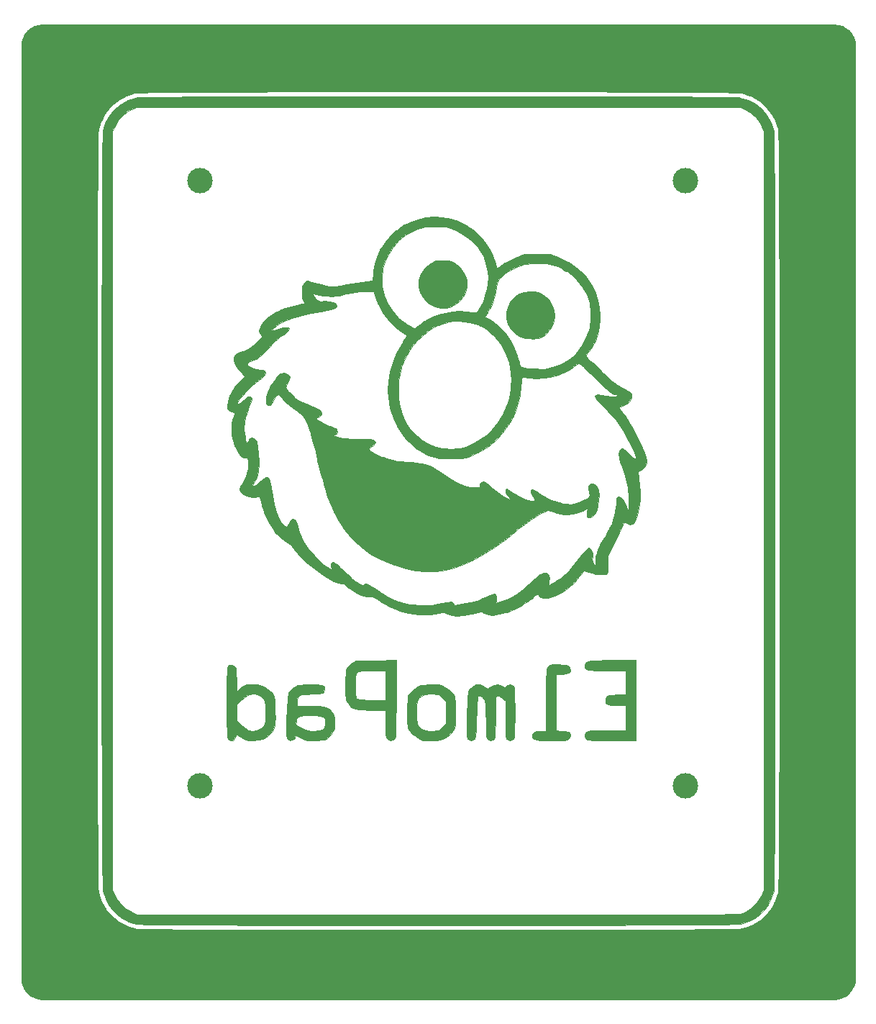
<source format=gbl>
G04 #@! TF.GenerationSoftware,KiCad,Pcbnew,5.1.6-c6e7f7d~87~ubuntu18.04.1*
G04 #@! TF.CreationDate,2020-08-05T15:47:38+02:00*
G04 #@! TF.ProjectId,backplate,6261636b-706c-4617-9465-2e6b69636164,rev?*
G04 #@! TF.SameCoordinates,Original*
G04 #@! TF.FileFunction,Copper,L2,Bot*
G04 #@! TF.FilePolarity,Positive*
%FSLAX46Y46*%
G04 Gerber Fmt 4.6, Leading zero omitted, Abs format (unit mm)*
G04 Created by KiCad (PCBNEW 5.1.6-c6e7f7d~87~ubuntu18.04.1) date 2020-08-05 15:47:38*
%MOMM*%
%LPD*%
G01*
G04 APERTURE LIST*
G04 #@! TA.AperFunction,EtchedComponent*
%ADD10C,0.010000*%
G04 #@! TD*
G04 #@! TA.AperFunction,ComponentPad*
%ADD11C,3.000000*%
G04 #@! TD*
G04 #@! TA.AperFunction,NonConductor*
%ADD12C,0.254000*%
G04 #@! TD*
G04 APERTURE END LIST*
D10*
G04 #@! TO.C,G\u002A\u002A\u002A*
G36*
X128570825Y-52182900D02*
G01*
X126230680Y-52183586D01*
X123904813Y-52184910D01*
X121602287Y-52186871D01*
X119332162Y-52189470D01*
X117103499Y-52192707D01*
X114925362Y-52196582D01*
X112806810Y-52201094D01*
X110756906Y-52206244D01*
X108784711Y-52212032D01*
X106899287Y-52218458D01*
X105109696Y-52225521D01*
X103424998Y-52233222D01*
X101854256Y-52241561D01*
X100406530Y-52250538D01*
X99090883Y-52260152D01*
X97916376Y-52270404D01*
X96892071Y-52281294D01*
X96027029Y-52292821D01*
X95330312Y-52304987D01*
X94810981Y-52317790D01*
X94478098Y-52331230D01*
X94348605Y-52343136D01*
X93397379Y-52644682D01*
X92539513Y-53116073D01*
X91794434Y-53737881D01*
X91181572Y-54490675D01*
X90720356Y-55355027D01*
X90443137Y-56248604D01*
X90430676Y-56408838D01*
X90418719Y-56764225D01*
X90407265Y-57306719D01*
X90396314Y-58028276D01*
X90385867Y-58920848D01*
X90375923Y-59976390D01*
X90366482Y-61186857D01*
X90357545Y-62544202D01*
X90349111Y-64040379D01*
X90341181Y-65667343D01*
X90333753Y-67417048D01*
X90326830Y-69281448D01*
X90320409Y-71252497D01*
X90314492Y-73322149D01*
X90309078Y-75482359D01*
X90304168Y-77725080D01*
X90299761Y-80042267D01*
X90295857Y-82425873D01*
X90292457Y-84867853D01*
X90289560Y-87360162D01*
X90287166Y-89894752D01*
X90285276Y-92463579D01*
X90283889Y-95058597D01*
X90283006Y-97671759D01*
X90282626Y-100295020D01*
X90282749Y-102920334D01*
X90283376Y-105539655D01*
X90284506Y-108144937D01*
X90286139Y-110728134D01*
X90288276Y-113281201D01*
X90290916Y-115796092D01*
X90294059Y-118264760D01*
X90297706Y-120679160D01*
X90301856Y-123031247D01*
X90306510Y-125312973D01*
X90311666Y-127516294D01*
X90317327Y-129633163D01*
X90323490Y-131655535D01*
X90330157Y-133575364D01*
X90337328Y-135384603D01*
X90345001Y-137075208D01*
X90353178Y-138639132D01*
X90361859Y-140068329D01*
X90371042Y-141354753D01*
X90380730Y-142490360D01*
X90390920Y-143467102D01*
X90401614Y-144276933D01*
X90412811Y-144911809D01*
X90424512Y-145363683D01*
X90436716Y-145624510D01*
X90443137Y-145681395D01*
X90744683Y-146632621D01*
X91216074Y-147490487D01*
X91837882Y-148235566D01*
X92590676Y-148848428D01*
X93455028Y-149309644D01*
X94348605Y-149586863D01*
X94513782Y-149600352D01*
X94873037Y-149613214D01*
X95417324Y-149625449D01*
X96137597Y-149637058D01*
X97024809Y-149648041D01*
X98069913Y-149658399D01*
X99263861Y-149668132D01*
X100597608Y-149677242D01*
X102062107Y-149685728D01*
X103648310Y-149693592D01*
X105347171Y-149700833D01*
X107149642Y-149707453D01*
X109046678Y-149713451D01*
X111029232Y-149718830D01*
X113088256Y-149723588D01*
X115214703Y-149727727D01*
X117399528Y-149731248D01*
X119633682Y-149734150D01*
X121908120Y-149736436D01*
X124213795Y-149738104D01*
X126541659Y-149739156D01*
X128882666Y-149739592D01*
X131227769Y-149739413D01*
X133567921Y-149738620D01*
X135894075Y-149737212D01*
X138197185Y-149735192D01*
X140468204Y-149732558D01*
X142698085Y-149729312D01*
X144877781Y-149725455D01*
X146998245Y-149720987D01*
X149050431Y-149715908D01*
X151025292Y-149710220D01*
X152913780Y-149703922D01*
X154706850Y-149697016D01*
X156395453Y-149689501D01*
X157970545Y-149681380D01*
X159423076Y-149672651D01*
X160744002Y-149663316D01*
X161924274Y-149653375D01*
X162954847Y-149642829D01*
X163826673Y-149631678D01*
X164530706Y-149619924D01*
X165057898Y-149607566D01*
X165399204Y-149594606D01*
X165540850Y-149582239D01*
X166473919Y-149278739D01*
X167319604Y-148804316D01*
X168057065Y-148180038D01*
X168665464Y-147426978D01*
X169123961Y-146566204D01*
X169398864Y-145681395D01*
X169411325Y-145521161D01*
X169423282Y-145165774D01*
X169434736Y-144623280D01*
X169445687Y-143901723D01*
X169456134Y-143009151D01*
X169466078Y-141953609D01*
X169475519Y-140743142D01*
X169484456Y-139385797D01*
X169492890Y-137889620D01*
X169500820Y-136262656D01*
X169508248Y-134512951D01*
X169515171Y-132648551D01*
X169521592Y-130677502D01*
X169527509Y-128607850D01*
X169532923Y-126447640D01*
X169537833Y-124204919D01*
X169542240Y-121887732D01*
X169546144Y-119504126D01*
X169549544Y-117062146D01*
X169552441Y-114569837D01*
X169554835Y-112035247D01*
X169556725Y-109466420D01*
X169558112Y-106871402D01*
X169558995Y-104258240D01*
X169559375Y-101634979D01*
X169559252Y-99009665D01*
X169558625Y-96390344D01*
X169557495Y-93785062D01*
X169555862Y-91201865D01*
X169553725Y-88648798D01*
X169551085Y-86133907D01*
X169547942Y-83665239D01*
X169544295Y-81250839D01*
X169540145Y-78898752D01*
X169535491Y-76617026D01*
X169530335Y-74413705D01*
X169524674Y-72296836D01*
X169518511Y-70274464D01*
X169511844Y-68354635D01*
X169504673Y-66545396D01*
X169497000Y-64854791D01*
X169488823Y-63290867D01*
X169480142Y-61861670D01*
X169470959Y-60575246D01*
X169461271Y-59439639D01*
X169451081Y-58462897D01*
X169440387Y-57653066D01*
X169429190Y-57018190D01*
X169417489Y-56566316D01*
X169405581Y-56311800D01*
X168275000Y-56311800D01*
X168275000Y-145618200D01*
X167990571Y-146227800D01*
X167527381Y-146986470D01*
X166913228Y-147620071D01*
X166171104Y-148108555D01*
X165531800Y-148371639D01*
X165459654Y-148383650D01*
X165317542Y-148394896D01*
X165099930Y-148405397D01*
X164801282Y-148415167D01*
X164416065Y-148424225D01*
X163938741Y-148432587D01*
X163363777Y-148440271D01*
X162685637Y-148447294D01*
X161898786Y-148453672D01*
X160997689Y-148459423D01*
X159976810Y-148464564D01*
X158830615Y-148469112D01*
X157553568Y-148473084D01*
X156140135Y-148476497D01*
X154584779Y-148479368D01*
X152881966Y-148481714D01*
X151026161Y-148483552D01*
X149011828Y-148484900D01*
X146833432Y-148485774D01*
X144485439Y-148486192D01*
X141962313Y-148486170D01*
X139258518Y-148485725D01*
X136368520Y-148484875D01*
X133286784Y-148483637D01*
X130007774Y-148482028D01*
X129768600Y-148481901D01*
X94411800Y-148463000D01*
X93802200Y-148178675D01*
X93135914Y-147772962D01*
X92532009Y-147226045D01*
X92046029Y-146593230D01*
X91853645Y-146238424D01*
X91567000Y-145618200D01*
X91567000Y-56311800D01*
X91853645Y-55691575D01*
X92253684Y-55035507D01*
X92801377Y-54435734D01*
X93441182Y-53947562D01*
X93802200Y-53751324D01*
X94411800Y-53467000D01*
X165430200Y-53467000D01*
X166062394Y-53759015D01*
X166703419Y-54151163D01*
X167294749Y-54693040D01*
X167783739Y-55331199D01*
X168001098Y-55727331D01*
X168275000Y-56311800D01*
X169405581Y-56311800D01*
X169405285Y-56305489D01*
X169398864Y-56248604D01*
X169097318Y-55297378D01*
X168625927Y-54439512D01*
X168004119Y-53694433D01*
X167251325Y-53081571D01*
X166386973Y-52620355D01*
X165493396Y-52343136D01*
X165325839Y-52329154D01*
X164964144Y-52315810D01*
X164417374Y-52303104D01*
X163694589Y-52291035D01*
X162804852Y-52279604D01*
X161757223Y-52268811D01*
X160560765Y-52258655D01*
X159224538Y-52249138D01*
X157757605Y-52240258D01*
X156169027Y-52232015D01*
X154467866Y-52224411D01*
X152663182Y-52217444D01*
X150764039Y-52211115D01*
X148779496Y-52205424D01*
X146718616Y-52200370D01*
X144590461Y-52195954D01*
X142404091Y-52192176D01*
X140168569Y-52189036D01*
X137892956Y-52186533D01*
X135586314Y-52184668D01*
X133257703Y-52183441D01*
X130916186Y-52182852D01*
X128570825Y-52182900D01*
G37*
X128570825Y-52182900D02*
X126230680Y-52183586D01*
X123904813Y-52184910D01*
X121602287Y-52186871D01*
X119332162Y-52189470D01*
X117103499Y-52192707D01*
X114925362Y-52196582D01*
X112806810Y-52201094D01*
X110756906Y-52206244D01*
X108784711Y-52212032D01*
X106899287Y-52218458D01*
X105109696Y-52225521D01*
X103424998Y-52233222D01*
X101854256Y-52241561D01*
X100406530Y-52250538D01*
X99090883Y-52260152D01*
X97916376Y-52270404D01*
X96892071Y-52281294D01*
X96027029Y-52292821D01*
X95330312Y-52304987D01*
X94810981Y-52317790D01*
X94478098Y-52331230D01*
X94348605Y-52343136D01*
X93397379Y-52644682D01*
X92539513Y-53116073D01*
X91794434Y-53737881D01*
X91181572Y-54490675D01*
X90720356Y-55355027D01*
X90443137Y-56248604D01*
X90430676Y-56408838D01*
X90418719Y-56764225D01*
X90407265Y-57306719D01*
X90396314Y-58028276D01*
X90385867Y-58920848D01*
X90375923Y-59976390D01*
X90366482Y-61186857D01*
X90357545Y-62544202D01*
X90349111Y-64040379D01*
X90341181Y-65667343D01*
X90333753Y-67417048D01*
X90326830Y-69281448D01*
X90320409Y-71252497D01*
X90314492Y-73322149D01*
X90309078Y-75482359D01*
X90304168Y-77725080D01*
X90299761Y-80042267D01*
X90295857Y-82425873D01*
X90292457Y-84867853D01*
X90289560Y-87360162D01*
X90287166Y-89894752D01*
X90285276Y-92463579D01*
X90283889Y-95058597D01*
X90283006Y-97671759D01*
X90282626Y-100295020D01*
X90282749Y-102920334D01*
X90283376Y-105539655D01*
X90284506Y-108144937D01*
X90286139Y-110728134D01*
X90288276Y-113281201D01*
X90290916Y-115796092D01*
X90294059Y-118264760D01*
X90297706Y-120679160D01*
X90301856Y-123031247D01*
X90306510Y-125312973D01*
X90311666Y-127516294D01*
X90317327Y-129633163D01*
X90323490Y-131655535D01*
X90330157Y-133575364D01*
X90337328Y-135384603D01*
X90345001Y-137075208D01*
X90353178Y-138639132D01*
X90361859Y-140068329D01*
X90371042Y-141354753D01*
X90380730Y-142490360D01*
X90390920Y-143467102D01*
X90401614Y-144276933D01*
X90412811Y-144911809D01*
X90424512Y-145363683D01*
X90436716Y-145624510D01*
X90443137Y-145681395D01*
X90744683Y-146632621D01*
X91216074Y-147490487D01*
X91837882Y-148235566D01*
X92590676Y-148848428D01*
X93455028Y-149309644D01*
X94348605Y-149586863D01*
X94513782Y-149600352D01*
X94873037Y-149613214D01*
X95417324Y-149625449D01*
X96137597Y-149637058D01*
X97024809Y-149648041D01*
X98069913Y-149658399D01*
X99263861Y-149668132D01*
X100597608Y-149677242D01*
X102062107Y-149685728D01*
X103648310Y-149693592D01*
X105347171Y-149700833D01*
X107149642Y-149707453D01*
X109046678Y-149713451D01*
X111029232Y-149718830D01*
X113088256Y-149723588D01*
X115214703Y-149727727D01*
X117399528Y-149731248D01*
X119633682Y-149734150D01*
X121908120Y-149736436D01*
X124213795Y-149738104D01*
X126541659Y-149739156D01*
X128882666Y-149739592D01*
X131227769Y-149739413D01*
X133567921Y-149738620D01*
X135894075Y-149737212D01*
X138197185Y-149735192D01*
X140468204Y-149732558D01*
X142698085Y-149729312D01*
X144877781Y-149725455D01*
X146998245Y-149720987D01*
X149050431Y-149715908D01*
X151025292Y-149710220D01*
X152913780Y-149703922D01*
X154706850Y-149697016D01*
X156395453Y-149689501D01*
X157970545Y-149681380D01*
X159423076Y-149672651D01*
X160744002Y-149663316D01*
X161924274Y-149653375D01*
X162954847Y-149642829D01*
X163826673Y-149631678D01*
X164530706Y-149619924D01*
X165057898Y-149607566D01*
X165399204Y-149594606D01*
X165540850Y-149582239D01*
X166473919Y-149278739D01*
X167319604Y-148804316D01*
X168057065Y-148180038D01*
X168665464Y-147426978D01*
X169123961Y-146566204D01*
X169398864Y-145681395D01*
X169411325Y-145521161D01*
X169423282Y-145165774D01*
X169434736Y-144623280D01*
X169445687Y-143901723D01*
X169456134Y-143009151D01*
X169466078Y-141953609D01*
X169475519Y-140743142D01*
X169484456Y-139385797D01*
X169492890Y-137889620D01*
X169500820Y-136262656D01*
X169508248Y-134512951D01*
X169515171Y-132648551D01*
X169521592Y-130677502D01*
X169527509Y-128607850D01*
X169532923Y-126447640D01*
X169537833Y-124204919D01*
X169542240Y-121887732D01*
X169546144Y-119504126D01*
X169549544Y-117062146D01*
X169552441Y-114569837D01*
X169554835Y-112035247D01*
X169556725Y-109466420D01*
X169558112Y-106871402D01*
X169558995Y-104258240D01*
X169559375Y-101634979D01*
X169559252Y-99009665D01*
X169558625Y-96390344D01*
X169557495Y-93785062D01*
X169555862Y-91201865D01*
X169553725Y-88648798D01*
X169551085Y-86133907D01*
X169547942Y-83665239D01*
X169544295Y-81250839D01*
X169540145Y-78898752D01*
X169535491Y-76617026D01*
X169530335Y-74413705D01*
X169524674Y-72296836D01*
X169518511Y-70274464D01*
X169511844Y-68354635D01*
X169504673Y-66545396D01*
X169497000Y-64854791D01*
X169488823Y-63290867D01*
X169480142Y-61861670D01*
X169470959Y-60575246D01*
X169461271Y-59439639D01*
X169451081Y-58462897D01*
X169440387Y-57653066D01*
X169429190Y-57018190D01*
X169417489Y-56566316D01*
X169405581Y-56311800D01*
X168275000Y-56311800D01*
X168275000Y-145618200D01*
X167990571Y-146227800D01*
X167527381Y-146986470D01*
X166913228Y-147620071D01*
X166171104Y-148108555D01*
X165531800Y-148371639D01*
X165459654Y-148383650D01*
X165317542Y-148394896D01*
X165099930Y-148405397D01*
X164801282Y-148415167D01*
X164416065Y-148424225D01*
X163938741Y-148432587D01*
X163363777Y-148440271D01*
X162685637Y-148447294D01*
X161898786Y-148453672D01*
X160997689Y-148459423D01*
X159976810Y-148464564D01*
X158830615Y-148469112D01*
X157553568Y-148473084D01*
X156140135Y-148476497D01*
X154584779Y-148479368D01*
X152881966Y-148481714D01*
X151026161Y-148483552D01*
X149011828Y-148484900D01*
X146833432Y-148485774D01*
X144485439Y-148486192D01*
X141962313Y-148486170D01*
X139258518Y-148485725D01*
X136368520Y-148484875D01*
X133286784Y-148483637D01*
X130007774Y-148482028D01*
X129768600Y-148481901D01*
X94411800Y-148463000D01*
X93802200Y-148178675D01*
X93135914Y-147772962D01*
X92532009Y-147226045D01*
X92046029Y-146593230D01*
X91853645Y-146238424D01*
X91567000Y-145618200D01*
X91567000Y-56311800D01*
X91853645Y-55691575D01*
X92253684Y-55035507D01*
X92801377Y-54435734D01*
X93441182Y-53947562D01*
X93802200Y-53751324D01*
X94411800Y-53467000D01*
X165430200Y-53467000D01*
X166062394Y-53759015D01*
X166703419Y-54151163D01*
X167294749Y-54693040D01*
X167783739Y-55331199D01*
X168001098Y-55727331D01*
X168275000Y-56311800D01*
X169405581Y-56311800D01*
X169405285Y-56305489D01*
X169398864Y-56248604D01*
X169097318Y-55297378D01*
X168625927Y-54439512D01*
X168004119Y-53694433D01*
X167251325Y-53081571D01*
X166386973Y-52620355D01*
X165493396Y-52343136D01*
X165325839Y-52329154D01*
X164964144Y-52315810D01*
X164417374Y-52303104D01*
X163694589Y-52291035D01*
X162804852Y-52279604D01*
X161757223Y-52268811D01*
X160560765Y-52258655D01*
X159224538Y-52249138D01*
X157757605Y-52240258D01*
X156169027Y-52232015D01*
X154467866Y-52224411D01*
X152663182Y-52217444D01*
X150764039Y-52211115D01*
X148779496Y-52205424D01*
X146718616Y-52200370D01*
X144590461Y-52195954D01*
X142404091Y-52192176D01*
X140168569Y-52189036D01*
X137892956Y-52186533D01*
X135586314Y-52184668D01*
X133257703Y-52183441D01*
X130916186Y-52182852D01*
X128570825Y-52182900D01*
G36*
X149521785Y-118543463D02*
G01*
X148810008Y-118551069D01*
X148259933Y-118568542D01*
X147850813Y-118599804D01*
X147561905Y-118648781D01*
X147372463Y-118719394D01*
X147261745Y-118815569D01*
X147209004Y-118941228D01*
X147193496Y-119100295D01*
X147193000Y-119151400D01*
X147206444Y-119337539D01*
X147261993Y-119481617D01*
X147382476Y-119588959D01*
X147590723Y-119664889D01*
X147909561Y-119714732D01*
X148361821Y-119743814D01*
X148970329Y-119757459D01*
X149757916Y-119760993D01*
X149806407Y-119761000D01*
X151968200Y-119761000D01*
X151968200Y-122605800D01*
X150996321Y-122605800D01*
X150441822Y-122615566D01*
X150059279Y-122654003D01*
X149817999Y-122734818D01*
X149687289Y-122871721D01*
X149636456Y-123078418D01*
X149631400Y-123215400D01*
X149653267Y-123463049D01*
X149739329Y-123633901D01*
X149920279Y-123741661D01*
X150226809Y-123800039D01*
X150689613Y-123822742D01*
X150996321Y-123825000D01*
X151968200Y-123825000D01*
X151968200Y-126771400D01*
X149806407Y-126771400D01*
X149008411Y-126774535D01*
X148390736Y-126787493D01*
X147930554Y-126815596D01*
X147605035Y-126864172D01*
X147391353Y-126938544D01*
X147266677Y-127044037D01*
X147208179Y-127185977D01*
X147193030Y-127369688D01*
X147193000Y-127381000D01*
X147201796Y-127550133D01*
X147242010Y-127684758D01*
X147334389Y-127788800D01*
X147499677Y-127866181D01*
X147758619Y-127920825D01*
X148131959Y-127956656D01*
X148640441Y-127977597D01*
X149304811Y-127987573D01*
X150145813Y-127990506D01*
X150416007Y-127990600D01*
X153187400Y-127990600D01*
X153187400Y-118541800D01*
X150416007Y-118541800D01*
X149521785Y-118543463D01*
G37*
X149521785Y-118543463D02*
X148810008Y-118551069D01*
X148259933Y-118568542D01*
X147850813Y-118599804D01*
X147561905Y-118648781D01*
X147372463Y-118719394D01*
X147261745Y-118815569D01*
X147209004Y-118941228D01*
X147193496Y-119100295D01*
X147193000Y-119151400D01*
X147206444Y-119337539D01*
X147261993Y-119481617D01*
X147382476Y-119588959D01*
X147590723Y-119664889D01*
X147909561Y-119714732D01*
X148361821Y-119743814D01*
X148970329Y-119757459D01*
X149757916Y-119760993D01*
X149806407Y-119761000D01*
X151968200Y-119761000D01*
X151968200Y-122605800D01*
X150996321Y-122605800D01*
X150441822Y-122615566D01*
X150059279Y-122654003D01*
X149817999Y-122734818D01*
X149687289Y-122871721D01*
X149636456Y-123078418D01*
X149631400Y-123215400D01*
X149653267Y-123463049D01*
X149739329Y-123633901D01*
X149920279Y-123741661D01*
X150226809Y-123800039D01*
X150689613Y-123822742D01*
X150996321Y-123825000D01*
X151968200Y-123825000D01*
X151968200Y-126771400D01*
X149806407Y-126771400D01*
X149008411Y-126774535D01*
X148390736Y-126787493D01*
X147930554Y-126815596D01*
X147605035Y-126864172D01*
X147391353Y-126938544D01*
X147266677Y-127044037D01*
X147208179Y-127185977D01*
X147193030Y-127369688D01*
X147193000Y-127381000D01*
X147201796Y-127550133D01*
X147242010Y-127684758D01*
X147334389Y-127788800D01*
X147499677Y-127866181D01*
X147758619Y-127920825D01*
X148131959Y-127956656D01*
X148640441Y-127977597D01*
X149304811Y-127987573D01*
X150145813Y-127990506D01*
X150416007Y-127990600D01*
X153187400Y-127990600D01*
X153187400Y-118541800D01*
X150416007Y-118541800D01*
X149521785Y-118543463D01*
G36*
X143157527Y-119065712D02*
G01*
X142978971Y-119126816D01*
X142844655Y-119246276D01*
X142748362Y-119442364D01*
X142683876Y-119733354D01*
X142644981Y-120137519D01*
X142625461Y-120673131D01*
X142619099Y-121358465D01*
X142619679Y-122211793D01*
X142621000Y-123164600D01*
X142621000Y-126873000D01*
X141930121Y-126873000D01*
X141480316Y-126892604D01*
X141197287Y-126963991D01*
X141047293Y-127106025D01*
X140996594Y-127337566D01*
X140995400Y-127395558D01*
X141014412Y-127591093D01*
X141087604Y-127739027D01*
X141239215Y-127845812D01*
X141493481Y-127917902D01*
X141874640Y-127961747D01*
X142406929Y-127983801D01*
X143114586Y-127990516D01*
X143230600Y-127990600D01*
X143906252Y-127987412D01*
X144408382Y-127976297D01*
X144766595Y-127954924D01*
X145010492Y-127920963D01*
X145169675Y-127872084D01*
X145239994Y-127832438D01*
X145407618Y-127617378D01*
X145466658Y-127337289D01*
X145407176Y-127080462D01*
X145334565Y-126992164D01*
X145171670Y-126933141D01*
X144870705Y-126883056D01*
X144496793Y-126852743D01*
X144496365Y-126852724D01*
X143789400Y-126822200D01*
X143789400Y-120218200D01*
X144500600Y-120167400D01*
X144952912Y-120124776D01*
X145238710Y-120062282D01*
X145394685Y-119960601D01*
X145457521Y-119800415D01*
X145465800Y-119659164D01*
X145425544Y-119411221D01*
X145287626Y-119237160D01*
X145026325Y-119126135D01*
X144615918Y-119067298D01*
X144030683Y-119049803D01*
X144020794Y-119049800D01*
X143672222Y-119045476D01*
X143386538Y-119044689D01*
X143157527Y-119065712D01*
G37*
X143157527Y-119065712D02*
X142978971Y-119126816D01*
X142844655Y-119246276D01*
X142748362Y-119442364D01*
X142683876Y-119733354D01*
X142644981Y-120137519D01*
X142625461Y-120673131D01*
X142619099Y-121358465D01*
X142619679Y-122211793D01*
X142621000Y-123164600D01*
X142621000Y-126873000D01*
X141930121Y-126873000D01*
X141480316Y-126892604D01*
X141197287Y-126963991D01*
X141047293Y-127106025D01*
X140996594Y-127337566D01*
X140995400Y-127395558D01*
X141014412Y-127591093D01*
X141087604Y-127739027D01*
X141239215Y-127845812D01*
X141493481Y-127917902D01*
X141874640Y-127961747D01*
X142406929Y-127983801D01*
X143114586Y-127990516D01*
X143230600Y-127990600D01*
X143906252Y-127987412D01*
X144408382Y-127976297D01*
X144766595Y-127954924D01*
X145010492Y-127920963D01*
X145169675Y-127872084D01*
X145239994Y-127832438D01*
X145407618Y-127617378D01*
X145466658Y-127337289D01*
X145407176Y-127080462D01*
X145334565Y-126992164D01*
X145171670Y-126933141D01*
X144870705Y-126883056D01*
X144496793Y-126852743D01*
X144496365Y-126852724D01*
X143789400Y-126822200D01*
X143789400Y-120218200D01*
X144500600Y-120167400D01*
X144952912Y-120124776D01*
X145238710Y-120062282D01*
X145394685Y-119960601D01*
X145457521Y-119800415D01*
X145465800Y-119659164D01*
X145425544Y-119411221D01*
X145287626Y-119237160D01*
X145026325Y-119126135D01*
X144615918Y-119067298D01*
X144030683Y-119049803D01*
X144020794Y-119049800D01*
X143672222Y-119045476D01*
X143386538Y-119044689D01*
X143157527Y-119065712D01*
G36*
X138119070Y-121465231D02*
G01*
X137964936Y-121594384D01*
X137771355Y-121802168D01*
X137397847Y-121581793D01*
X136943117Y-121420253D01*
X136475566Y-121459587D01*
X136023212Y-121686977D01*
X135726554Y-121898216D01*
X135338377Y-121633177D01*
X134877574Y-121427514D01*
X134409300Y-121417345D01*
X133967116Y-121599585D01*
X133748643Y-121779265D01*
X133614594Y-121921961D01*
X133522577Y-122061523D01*
X133461446Y-122241504D01*
X133420057Y-122505456D01*
X133387265Y-122896930D01*
X133362308Y-123288952D01*
X133334622Y-123847483D01*
X133310535Y-124530103D01*
X133292338Y-125257704D01*
X133282323Y-125951179D01*
X133281506Y-126078342D01*
X133281694Y-126703477D01*
X133291024Y-127156418D01*
X133312176Y-127468067D01*
X133347829Y-127669327D01*
X133400662Y-127791101D01*
X133433458Y-127830942D01*
X133702900Y-127977643D01*
X134006149Y-127929357D01*
X134137994Y-127850329D01*
X134199928Y-127789792D01*
X134248967Y-127692561D01*
X134287910Y-127533160D01*
X134319556Y-127286107D01*
X134346703Y-126925926D01*
X134372151Y-126427136D01*
X134398700Y-125764258D01*
X134414243Y-125335729D01*
X134440051Y-124656606D01*
X134466554Y-124042321D01*
X134492194Y-123523030D01*
X134515414Y-123128890D01*
X134534656Y-122890058D01*
X134543442Y-122834400D01*
X134668547Y-122714955D01*
X134872976Y-122738342D01*
X135107386Y-122890115D01*
X135243929Y-123039453D01*
X135327756Y-123155273D01*
X135391159Y-123272824D01*
X135437487Y-123421517D01*
X135470091Y-123630760D01*
X135492324Y-123929964D01*
X135507534Y-124348537D01*
X135519074Y-124915890D01*
X135528499Y-125537012D01*
X135540084Y-126257258D01*
X135552995Y-126801356D01*
X135569907Y-127196353D01*
X135593498Y-127469296D01*
X135626443Y-127647232D01*
X135671419Y-127757208D01*
X135731101Y-127826271D01*
X135757019Y-127846558D01*
X136069202Y-127980441D01*
X136356011Y-127918506D01*
X136466943Y-127830942D01*
X136519320Y-127752696D01*
X136559137Y-127619552D01*
X136588014Y-127406305D01*
X136607576Y-127087754D01*
X136619443Y-126638693D01*
X136625237Y-126033921D01*
X136626600Y-125350052D01*
X136629213Y-124676026D01*
X136636534Y-124064716D01*
X136647791Y-123547264D01*
X136662209Y-123154814D01*
X136679015Y-122918508D01*
X136688271Y-122868109D01*
X136827265Y-122724920D01*
X137064458Y-122756706D01*
X137396009Y-122962719D01*
X137467052Y-123019596D01*
X137845800Y-123331793D01*
X137845800Y-125501539D01*
X137847780Y-126237965D01*
X137854910Y-126797341D01*
X137868983Y-127205790D01*
X137891789Y-127489435D01*
X137925117Y-127674398D01*
X137970760Y-127786801D01*
X138005458Y-127830942D01*
X138274451Y-127977608D01*
X138578218Y-127928651D01*
X138715382Y-127846390D01*
X138771837Y-127795984D01*
X138816368Y-127721692D01*
X138850385Y-127600950D01*
X138875297Y-127411196D01*
X138892513Y-127129866D01*
X138903442Y-126734397D01*
X138909493Y-126202227D01*
X138912076Y-125510791D01*
X138912600Y-124688600D01*
X138912003Y-123825511D01*
X138909272Y-123143057D01*
X138902998Y-122618677D01*
X138891772Y-122229805D01*
X138874185Y-121953880D01*
X138848827Y-121768338D01*
X138814290Y-121650616D01*
X138769164Y-121578151D01*
X138715382Y-121530809D01*
X138406094Y-121397055D01*
X138119070Y-121465231D01*
G37*
X138119070Y-121465231D02*
X137964936Y-121594384D01*
X137771355Y-121802168D01*
X137397847Y-121581793D01*
X136943117Y-121420253D01*
X136475566Y-121459587D01*
X136023212Y-121686977D01*
X135726554Y-121898216D01*
X135338377Y-121633177D01*
X134877574Y-121427514D01*
X134409300Y-121417345D01*
X133967116Y-121599585D01*
X133748643Y-121779265D01*
X133614594Y-121921961D01*
X133522577Y-122061523D01*
X133461446Y-122241504D01*
X133420057Y-122505456D01*
X133387265Y-122896930D01*
X133362308Y-123288952D01*
X133334622Y-123847483D01*
X133310535Y-124530103D01*
X133292338Y-125257704D01*
X133282323Y-125951179D01*
X133281506Y-126078342D01*
X133281694Y-126703477D01*
X133291024Y-127156418D01*
X133312176Y-127468067D01*
X133347829Y-127669327D01*
X133400662Y-127791101D01*
X133433458Y-127830942D01*
X133702900Y-127977643D01*
X134006149Y-127929357D01*
X134137994Y-127850329D01*
X134199928Y-127789792D01*
X134248967Y-127692561D01*
X134287910Y-127533160D01*
X134319556Y-127286107D01*
X134346703Y-126925926D01*
X134372151Y-126427136D01*
X134398700Y-125764258D01*
X134414243Y-125335729D01*
X134440051Y-124656606D01*
X134466554Y-124042321D01*
X134492194Y-123523030D01*
X134515414Y-123128890D01*
X134534656Y-122890058D01*
X134543442Y-122834400D01*
X134668547Y-122714955D01*
X134872976Y-122738342D01*
X135107386Y-122890115D01*
X135243929Y-123039453D01*
X135327756Y-123155273D01*
X135391159Y-123272824D01*
X135437487Y-123421517D01*
X135470091Y-123630760D01*
X135492324Y-123929964D01*
X135507534Y-124348537D01*
X135519074Y-124915890D01*
X135528499Y-125537012D01*
X135540084Y-126257258D01*
X135552995Y-126801356D01*
X135569907Y-127196353D01*
X135593498Y-127469296D01*
X135626443Y-127647232D01*
X135671419Y-127757208D01*
X135731101Y-127826271D01*
X135757019Y-127846558D01*
X136069202Y-127980441D01*
X136356011Y-127918506D01*
X136466943Y-127830942D01*
X136519320Y-127752696D01*
X136559137Y-127619552D01*
X136588014Y-127406305D01*
X136607576Y-127087754D01*
X136619443Y-126638693D01*
X136625237Y-126033921D01*
X136626600Y-125350052D01*
X136629213Y-124676026D01*
X136636534Y-124064716D01*
X136647791Y-123547264D01*
X136662209Y-123154814D01*
X136679015Y-122918508D01*
X136688271Y-122868109D01*
X136827265Y-122724920D01*
X137064458Y-122756706D01*
X137396009Y-122962719D01*
X137467052Y-123019596D01*
X137845800Y-123331793D01*
X137845800Y-125501539D01*
X137847780Y-126237965D01*
X137854910Y-126797341D01*
X137868983Y-127205790D01*
X137891789Y-127489435D01*
X137925117Y-127674398D01*
X137970760Y-127786801D01*
X138005458Y-127830942D01*
X138274451Y-127977608D01*
X138578218Y-127928651D01*
X138715382Y-127846390D01*
X138771837Y-127795984D01*
X138816368Y-127721692D01*
X138850385Y-127600950D01*
X138875297Y-127411196D01*
X138892513Y-127129866D01*
X138903442Y-126734397D01*
X138909493Y-126202227D01*
X138912076Y-125510791D01*
X138912600Y-124688600D01*
X138912003Y-123825511D01*
X138909272Y-123143057D01*
X138902998Y-122618677D01*
X138891772Y-122229805D01*
X138874185Y-121953880D01*
X138848827Y-121768338D01*
X138814290Y-121650616D01*
X138769164Y-121578151D01*
X138715382Y-121530809D01*
X138406094Y-121397055D01*
X138119070Y-121465231D01*
G36*
X128799506Y-121396287D02*
G01*
X128284973Y-121432212D01*
X127885640Y-121501616D01*
X127856895Y-121509822D01*
X127543835Y-121657435D01*
X127168920Y-121914374D01*
X126879907Y-122159363D01*
X126314200Y-122685681D01*
X126282093Y-124488104D01*
X126274973Y-125284051D01*
X126285815Y-125887993D01*
X126315064Y-126310366D01*
X126363167Y-126561610D01*
X126371719Y-126584419D01*
X126557847Y-126875165D01*
X126865368Y-127204106D01*
X127233815Y-127518781D01*
X127602727Y-127766730D01*
X127871793Y-127885919D01*
X128231154Y-127948646D01*
X128701902Y-127980757D01*
X129220484Y-127983526D01*
X129723345Y-127958224D01*
X130146931Y-127906125D01*
X130413378Y-127835016D01*
X130899844Y-127559163D01*
X131338665Y-127193868D01*
X131668037Y-126794614D01*
X131761188Y-126625076D01*
X131836913Y-126425698D01*
X131889453Y-126191365D01*
X131922531Y-125882852D01*
X131939871Y-125460932D01*
X131945198Y-124886379D01*
X131945035Y-124688600D01*
X131934945Y-124046243D01*
X131909411Y-123496053D01*
X131901608Y-123410731D01*
X130835400Y-123410731D01*
X130835400Y-125951529D01*
X130510755Y-126321279D01*
X130273046Y-126560953D01*
X130050513Y-126735993D01*
X129977355Y-126775575D01*
X129684337Y-126839130D01*
X129272619Y-126863464D01*
X128822498Y-126850457D01*
X128414275Y-126801992D01*
X128156796Y-126732911D01*
X127853121Y-126550067D01*
X127601259Y-126312810D01*
X127510993Y-126181483D01*
X127449283Y-126031487D01*
X127410787Y-125823288D01*
X127390164Y-125517355D01*
X127382071Y-125074155D01*
X127381000Y-124682693D01*
X127382878Y-124132446D01*
X127392649Y-123745444D01*
X127416520Y-123481741D01*
X127460701Y-123301389D01*
X127531398Y-123164440D01*
X127634819Y-123030948D01*
X127638325Y-123026777D01*
X127970547Y-122741714D01*
X128404406Y-122573873D01*
X128971044Y-122513982D01*
X129331645Y-122522599D01*
X129713872Y-122550948D01*
X129964098Y-122602514D01*
X130153418Y-122707074D01*
X130352924Y-122894403D01*
X130439968Y-122986806D01*
X130835400Y-123410731D01*
X131901608Y-123410731D01*
X131870870Y-123074647D01*
X131821760Y-122818644D01*
X131820266Y-122814242D01*
X131644221Y-122516417D01*
X131337889Y-122186549D01*
X130957881Y-121872350D01*
X130560802Y-121621530D01*
X130254304Y-121494399D01*
X129862172Y-121426878D01*
X129351239Y-121394341D01*
X128799506Y-121396287D01*
G37*
X128799506Y-121396287D02*
X128284973Y-121432212D01*
X127885640Y-121501616D01*
X127856895Y-121509822D01*
X127543835Y-121657435D01*
X127168920Y-121914374D01*
X126879907Y-122159363D01*
X126314200Y-122685681D01*
X126282093Y-124488104D01*
X126274973Y-125284051D01*
X126285815Y-125887993D01*
X126315064Y-126310366D01*
X126363167Y-126561610D01*
X126371719Y-126584419D01*
X126557847Y-126875165D01*
X126865368Y-127204106D01*
X127233815Y-127518781D01*
X127602727Y-127766730D01*
X127871793Y-127885919D01*
X128231154Y-127948646D01*
X128701902Y-127980757D01*
X129220484Y-127983526D01*
X129723345Y-127958224D01*
X130146931Y-127906125D01*
X130413378Y-127835016D01*
X130899844Y-127559163D01*
X131338665Y-127193868D01*
X131668037Y-126794614D01*
X131761188Y-126625076D01*
X131836913Y-126425698D01*
X131889453Y-126191365D01*
X131922531Y-125882852D01*
X131939871Y-125460932D01*
X131945198Y-124886379D01*
X131945035Y-124688600D01*
X131934945Y-124046243D01*
X131909411Y-123496053D01*
X131901608Y-123410731D01*
X130835400Y-123410731D01*
X130835400Y-125951529D01*
X130510755Y-126321279D01*
X130273046Y-126560953D01*
X130050513Y-126735993D01*
X129977355Y-126775575D01*
X129684337Y-126839130D01*
X129272619Y-126863464D01*
X128822498Y-126850457D01*
X128414275Y-126801992D01*
X128156796Y-126732911D01*
X127853121Y-126550067D01*
X127601259Y-126312810D01*
X127510993Y-126181483D01*
X127449283Y-126031487D01*
X127410787Y-125823288D01*
X127390164Y-125517355D01*
X127382071Y-125074155D01*
X127381000Y-124682693D01*
X127382878Y-124132446D01*
X127392649Y-123745444D01*
X127416520Y-123481741D01*
X127460701Y-123301389D01*
X127531398Y-123164440D01*
X127634819Y-123030948D01*
X127638325Y-123026777D01*
X127970547Y-122741714D01*
X128404406Y-122573873D01*
X128971044Y-122513982D01*
X129331645Y-122522599D01*
X129713872Y-122550948D01*
X129964098Y-122602514D01*
X130153418Y-122707074D01*
X130352924Y-122894403D01*
X130439968Y-122986806D01*
X130835400Y-123410731D01*
X131901608Y-123410731D01*
X131870870Y-123074647D01*
X131821760Y-122818644D01*
X131820266Y-122814242D01*
X131644221Y-122516417D01*
X131337889Y-122186549D01*
X130957881Y-121872350D01*
X130560802Y-121621530D01*
X130254304Y-121494399D01*
X129862172Y-121426878D01*
X129351239Y-121394341D01*
X128799506Y-121396287D01*
G36*
X122572660Y-118560444D02*
G01*
X120202719Y-118592600D01*
X119781493Y-118871566D01*
X119515888Y-119062433D01*
X119317876Y-119256027D01*
X119177667Y-119485181D01*
X119085469Y-119782727D01*
X119031492Y-120181494D01*
X119005947Y-120714316D01*
X118999043Y-121414024D01*
X118999000Y-121495619D01*
X118999980Y-122117449D01*
X119006114Y-122572251D01*
X119022194Y-122896196D01*
X119053014Y-123125455D01*
X119103367Y-123296202D01*
X119178046Y-123444607D01*
X119277967Y-123600986D01*
X119463735Y-123859816D01*
X119653312Y-124054911D01*
X119878638Y-124195954D01*
X120171651Y-124292627D01*
X120564290Y-124354609D01*
X121088494Y-124391584D01*
X121776203Y-124413233D01*
X121970800Y-124417256D01*
X123723400Y-124451385D01*
X123723400Y-126017792D01*
X123725447Y-126620666D01*
X123734182Y-127054278D01*
X123753500Y-127352546D01*
X123787297Y-127549388D01*
X123839467Y-127678723D01*
X123913906Y-127774470D01*
X123926600Y-127787400D01*
X124147777Y-127939620D01*
X124333000Y-127990600D01*
X124554177Y-127921644D01*
X124739400Y-127787400D01*
X124787749Y-127732882D01*
X124827755Y-127662647D01*
X124860208Y-127558320D01*
X124885896Y-127401527D01*
X124905608Y-127173894D01*
X124920134Y-126857047D01*
X124930264Y-126432612D01*
X124936785Y-125882213D01*
X124940488Y-125187478D01*
X124942161Y-124330032D01*
X124942593Y-123291501D01*
X124942600Y-123056244D01*
X124942600Y-119761000D01*
X123723400Y-119761000D01*
X123723400Y-123215400D01*
X122131201Y-123215400D01*
X121508254Y-123212323D01*
X121056431Y-123201077D01*
X120743718Y-123178632D01*
X120538104Y-123141963D01*
X120407576Y-123088040D01*
X120353201Y-123047253D01*
X120277166Y-122955851D01*
X120224907Y-122819683D01*
X120192142Y-122603215D01*
X120174587Y-122270918D01*
X120167959Y-121787260D01*
X120167400Y-121505853D01*
X120166582Y-120901679D01*
X120181892Y-120455597D01*
X120239982Y-120143714D01*
X120367502Y-119942136D01*
X120591101Y-119826970D01*
X120937431Y-119774320D01*
X121433141Y-119760295D01*
X122104882Y-119760999D01*
X122113547Y-119761000D01*
X123723400Y-119761000D01*
X124942600Y-119761000D01*
X124942600Y-118528288D01*
X122572660Y-118560444D01*
G37*
X122572660Y-118560444D02*
X120202719Y-118592600D01*
X119781493Y-118871566D01*
X119515888Y-119062433D01*
X119317876Y-119256027D01*
X119177667Y-119485181D01*
X119085469Y-119782727D01*
X119031492Y-120181494D01*
X119005947Y-120714316D01*
X118999043Y-121414024D01*
X118999000Y-121495619D01*
X118999980Y-122117449D01*
X119006114Y-122572251D01*
X119022194Y-122896196D01*
X119053014Y-123125455D01*
X119103367Y-123296202D01*
X119178046Y-123444607D01*
X119277967Y-123600986D01*
X119463735Y-123859816D01*
X119653312Y-124054911D01*
X119878638Y-124195954D01*
X120171651Y-124292627D01*
X120564290Y-124354609D01*
X121088494Y-124391584D01*
X121776203Y-124413233D01*
X121970800Y-124417256D01*
X123723400Y-124451385D01*
X123723400Y-126017792D01*
X123725447Y-126620666D01*
X123734182Y-127054278D01*
X123753500Y-127352546D01*
X123787297Y-127549388D01*
X123839467Y-127678723D01*
X123913906Y-127774470D01*
X123926600Y-127787400D01*
X124147777Y-127939620D01*
X124333000Y-127990600D01*
X124554177Y-127921644D01*
X124739400Y-127787400D01*
X124787749Y-127732882D01*
X124827755Y-127662647D01*
X124860208Y-127558320D01*
X124885896Y-127401527D01*
X124905608Y-127173894D01*
X124920134Y-126857047D01*
X124930264Y-126432612D01*
X124936785Y-125882213D01*
X124940488Y-125187478D01*
X124942161Y-124330032D01*
X124942593Y-123291501D01*
X124942600Y-123056244D01*
X124942600Y-119761000D01*
X123723400Y-119761000D01*
X123723400Y-123215400D01*
X122131201Y-123215400D01*
X121508254Y-123212323D01*
X121056431Y-123201077D01*
X120743718Y-123178632D01*
X120538104Y-123141963D01*
X120407576Y-123088040D01*
X120353201Y-123047253D01*
X120277166Y-122955851D01*
X120224907Y-122819683D01*
X120192142Y-122603215D01*
X120174587Y-122270918D01*
X120167959Y-121787260D01*
X120167400Y-121505853D01*
X120166582Y-120901679D01*
X120181892Y-120455597D01*
X120239982Y-120143714D01*
X120367502Y-119942136D01*
X120591101Y-119826970D01*
X120937431Y-119774320D01*
X121433141Y-119760295D01*
X122104882Y-119760999D01*
X122113547Y-119761000D01*
X123723400Y-119761000D01*
X124942600Y-119761000D01*
X124942600Y-118528288D01*
X122572660Y-118560444D01*
G36*
X114145973Y-121403950D02*
G01*
X113716240Y-121432191D01*
X113410509Y-121475273D01*
X113367178Y-121486198D01*
X112967323Y-121682925D01*
X112585045Y-122009889D01*
X112295242Y-122402381D01*
X112285460Y-122420770D01*
X112242587Y-122597817D01*
X112200067Y-122941996D01*
X112159363Y-123417242D01*
X112121938Y-123987489D01*
X112089258Y-124616673D01*
X112062786Y-125268728D01*
X112043987Y-125907588D01*
X112034323Y-126497189D01*
X112035261Y-127001466D01*
X112048263Y-127384353D01*
X112074794Y-127609786D01*
X112074804Y-127609829D01*
X112219828Y-127851943D01*
X112458164Y-127964629D01*
X112725405Y-127946583D01*
X112957149Y-127796499D01*
X113057406Y-127629726D01*
X113149370Y-127387840D01*
X113722302Y-127689220D01*
X114010994Y-127831764D01*
X114259451Y-127919998D01*
X114532107Y-127966043D01*
X114893395Y-127982022D01*
X115275518Y-127981436D01*
X115741153Y-127967858D01*
X116164315Y-127939199D01*
X116480110Y-127900527D01*
X116573991Y-127880043D01*
X116951561Y-127679561D01*
X117296370Y-127337573D01*
X117558833Y-126915079D01*
X117683911Y-126514732D01*
X117722347Y-125933200D01*
X116609845Y-125933200D01*
X116593457Y-126245855D01*
X116553806Y-126479876D01*
X116530777Y-126537738D01*
X116300342Y-126715660D01*
X115878845Y-126825285D01*
X115266632Y-126866521D01*
X115262664Y-126866559D01*
X114867378Y-126856311D01*
X114547105Y-126802305D01*
X114215178Y-126682610D01*
X113853293Y-126509892D01*
X113132259Y-126146785D01*
X113188691Y-125726057D01*
X113237802Y-125469601D01*
X113325925Y-125286636D01*
X113483867Y-125164912D01*
X113742434Y-125092181D01*
X114132433Y-125056195D01*
X114684671Y-125044704D01*
X114903619Y-125044200D01*
X115531531Y-125052447D01*
X115984568Y-125086913D01*
X116290724Y-125162182D01*
X116477991Y-125292840D01*
X116574362Y-125493471D01*
X116607829Y-125778661D01*
X116609845Y-125933200D01*
X117722347Y-125933200D01*
X117725605Y-125883915D01*
X117666105Y-125297380D01*
X117513999Y-124810440D01*
X117385738Y-124594144D01*
X117185630Y-124360851D01*
X116969602Y-124188265D01*
X116704098Y-124067574D01*
X116355562Y-123989969D01*
X115890437Y-123946637D01*
X115275168Y-123928769D01*
X114843446Y-123926600D01*
X113258600Y-123926600D01*
X113258600Y-123480655D01*
X113322942Y-123041645D01*
X113452795Y-122794855D01*
X113545290Y-122695616D01*
X113659004Y-122626765D01*
X113831870Y-122581330D01*
X114101823Y-122552338D01*
X114506797Y-122532815D01*
X114951395Y-122519386D01*
X115453903Y-122498179D01*
X115887436Y-122465896D01*
X116208947Y-122426727D01*
X116375393Y-122384867D01*
X116382800Y-122379945D01*
X116469986Y-122213771D01*
X116509582Y-121950926D01*
X116509800Y-121930444D01*
X116475679Y-121670069D01*
X116342872Y-121527925D01*
X116249186Y-121485685D01*
X116016080Y-121439580D01*
X115634762Y-121408363D01*
X115159677Y-121392026D01*
X114645266Y-121390558D01*
X114145973Y-121403950D01*
G37*
X114145973Y-121403950D02*
X113716240Y-121432191D01*
X113410509Y-121475273D01*
X113367178Y-121486198D01*
X112967323Y-121682925D01*
X112585045Y-122009889D01*
X112295242Y-122402381D01*
X112285460Y-122420770D01*
X112242587Y-122597817D01*
X112200067Y-122941996D01*
X112159363Y-123417242D01*
X112121938Y-123987489D01*
X112089258Y-124616673D01*
X112062786Y-125268728D01*
X112043987Y-125907588D01*
X112034323Y-126497189D01*
X112035261Y-127001466D01*
X112048263Y-127384353D01*
X112074794Y-127609786D01*
X112074804Y-127609829D01*
X112219828Y-127851943D01*
X112458164Y-127964629D01*
X112725405Y-127946583D01*
X112957149Y-127796499D01*
X113057406Y-127629726D01*
X113149370Y-127387840D01*
X113722302Y-127689220D01*
X114010994Y-127831764D01*
X114259451Y-127919998D01*
X114532107Y-127966043D01*
X114893395Y-127982022D01*
X115275518Y-127981436D01*
X115741153Y-127967858D01*
X116164315Y-127939199D01*
X116480110Y-127900527D01*
X116573991Y-127880043D01*
X116951561Y-127679561D01*
X117296370Y-127337573D01*
X117558833Y-126915079D01*
X117683911Y-126514732D01*
X117722347Y-125933200D01*
X116609845Y-125933200D01*
X116593457Y-126245855D01*
X116553806Y-126479876D01*
X116530777Y-126537738D01*
X116300342Y-126715660D01*
X115878845Y-126825285D01*
X115266632Y-126866521D01*
X115262664Y-126866559D01*
X114867378Y-126856311D01*
X114547105Y-126802305D01*
X114215178Y-126682610D01*
X113853293Y-126509892D01*
X113132259Y-126146785D01*
X113188691Y-125726057D01*
X113237802Y-125469601D01*
X113325925Y-125286636D01*
X113483867Y-125164912D01*
X113742434Y-125092181D01*
X114132433Y-125056195D01*
X114684671Y-125044704D01*
X114903619Y-125044200D01*
X115531531Y-125052447D01*
X115984568Y-125086913D01*
X116290724Y-125162182D01*
X116477991Y-125292840D01*
X116574362Y-125493471D01*
X116607829Y-125778661D01*
X116609845Y-125933200D01*
X117722347Y-125933200D01*
X117725605Y-125883915D01*
X117666105Y-125297380D01*
X117513999Y-124810440D01*
X117385738Y-124594144D01*
X117185630Y-124360851D01*
X116969602Y-124188265D01*
X116704098Y-124067574D01*
X116355562Y-123989969D01*
X115890437Y-123946637D01*
X115275168Y-123928769D01*
X114843446Y-123926600D01*
X113258600Y-123926600D01*
X113258600Y-123480655D01*
X113322942Y-123041645D01*
X113452795Y-122794855D01*
X113545290Y-122695616D01*
X113659004Y-122626765D01*
X113831870Y-122581330D01*
X114101823Y-122552338D01*
X114506797Y-122532815D01*
X114951395Y-122519386D01*
X115453903Y-122498179D01*
X115887436Y-122465896D01*
X116208947Y-122426727D01*
X116375393Y-122384867D01*
X116382800Y-122379945D01*
X116469986Y-122213771D01*
X116509582Y-121950926D01*
X116509800Y-121930444D01*
X116475679Y-121670069D01*
X116342872Y-121527925D01*
X116249186Y-121485685D01*
X116016080Y-121439580D01*
X115634762Y-121408363D01*
X115159677Y-121392026D01*
X114645266Y-121390558D01*
X114145973Y-121403950D01*
G36*
X105370238Y-119087717D02*
G01*
X105188658Y-119209457D01*
X105148638Y-119269228D01*
X105115798Y-119373223D01*
X105089448Y-119539980D01*
X105068905Y-119788034D01*
X105053480Y-120135920D01*
X105042487Y-120602177D01*
X105035240Y-121205338D01*
X105031052Y-121963942D01*
X105029237Y-122896523D01*
X105029000Y-123520199D01*
X105029760Y-124561459D01*
X105032497Y-125418060D01*
X105037897Y-126108536D01*
X105046648Y-126651425D01*
X105059435Y-127065263D01*
X105076945Y-127368585D01*
X105099864Y-127579929D01*
X105128880Y-127717829D01*
X105164679Y-127800823D01*
X105188658Y-127830942D01*
X105450655Y-127976314D01*
X105725121Y-127950084D01*
X105959048Y-127773010D01*
X106097459Y-127475050D01*
X106166433Y-127161011D01*
X106385117Y-127361938D01*
X106804671Y-127693595D01*
X107222999Y-127889189D01*
X107714663Y-127976309D01*
X108077000Y-127987988D01*
X108717366Y-127946449D01*
X109195823Y-127822643D01*
X109245400Y-127801234D01*
X109542830Y-127626213D01*
X109888508Y-127366362D01*
X110126448Y-127154585D01*
X110335014Y-126937190D01*
X110490678Y-126724715D01*
X110600108Y-126484347D01*
X110669975Y-126183273D01*
X110706949Y-125788680D01*
X110717698Y-125267755D01*
X110710201Y-124688600D01*
X109601000Y-124688600D01*
X109594144Y-125282010D01*
X109565895Y-125712507D01*
X109504734Y-126020136D01*
X109399142Y-126244942D01*
X109237601Y-126426972D01*
X109060156Y-126568845D01*
X108572179Y-126811852D01*
X108038199Y-126881005D01*
X107550215Y-126780608D01*
X107361617Y-126668941D01*
X107082199Y-126460046D01*
X106768534Y-126196571D01*
X106730800Y-126162881D01*
X106146600Y-125637546D01*
X106146600Y-123739653D01*
X106730800Y-123214318D01*
X107123584Y-122878778D01*
X107435424Y-122666997D01*
X107722020Y-122552342D01*
X108039078Y-122508179D01*
X108215999Y-122504200D01*
X108600871Y-122557783D01*
X108966586Y-122742343D01*
X109060156Y-122808354D01*
X109274804Y-122985003D01*
X109424278Y-123172361D01*
X109520097Y-123410475D01*
X109573782Y-123739391D01*
X109596849Y-124199155D01*
X109601000Y-124688600D01*
X110710201Y-124688600D01*
X110708894Y-124587684D01*
X110702751Y-124319334D01*
X110683277Y-123684486D01*
X110649498Y-123211975D01*
X110585285Y-122860948D01*
X110474509Y-122590551D01*
X110301043Y-122359930D01*
X110048757Y-122128232D01*
X109742037Y-121885833D01*
X109431189Y-121658533D01*
X109179647Y-121524349D01*
X108904977Y-121453173D01*
X108524744Y-121414893D01*
X108436654Y-121409040D01*
X107846001Y-121389806D01*
X107399770Y-121428022D01*
X107044149Y-121536488D01*
X106725325Y-121728008D01*
X106569533Y-121853219D01*
X106146600Y-122215234D01*
X106146600Y-120835717D01*
X106143952Y-120272958D01*
X106132862Y-119876619D01*
X106108613Y-119609952D01*
X106066486Y-119436209D01*
X106001764Y-119318645D01*
X105943400Y-119253000D01*
X105657986Y-119075557D01*
X105370238Y-119087717D01*
G37*
X105370238Y-119087717D02*
X105188658Y-119209457D01*
X105148638Y-119269228D01*
X105115798Y-119373223D01*
X105089448Y-119539980D01*
X105068905Y-119788034D01*
X105053480Y-120135920D01*
X105042487Y-120602177D01*
X105035240Y-121205338D01*
X105031052Y-121963942D01*
X105029237Y-122896523D01*
X105029000Y-123520199D01*
X105029760Y-124561459D01*
X105032497Y-125418060D01*
X105037897Y-126108536D01*
X105046648Y-126651425D01*
X105059435Y-127065263D01*
X105076945Y-127368585D01*
X105099864Y-127579929D01*
X105128880Y-127717829D01*
X105164679Y-127800823D01*
X105188658Y-127830942D01*
X105450655Y-127976314D01*
X105725121Y-127950084D01*
X105959048Y-127773010D01*
X106097459Y-127475050D01*
X106166433Y-127161011D01*
X106385117Y-127361938D01*
X106804671Y-127693595D01*
X107222999Y-127889189D01*
X107714663Y-127976309D01*
X108077000Y-127987988D01*
X108717366Y-127946449D01*
X109195823Y-127822643D01*
X109245400Y-127801234D01*
X109542830Y-127626213D01*
X109888508Y-127366362D01*
X110126448Y-127154585D01*
X110335014Y-126937190D01*
X110490678Y-126724715D01*
X110600108Y-126484347D01*
X110669975Y-126183273D01*
X110706949Y-125788680D01*
X110717698Y-125267755D01*
X110710201Y-124688600D01*
X109601000Y-124688600D01*
X109594144Y-125282010D01*
X109565895Y-125712507D01*
X109504734Y-126020136D01*
X109399142Y-126244942D01*
X109237601Y-126426972D01*
X109060156Y-126568845D01*
X108572179Y-126811852D01*
X108038199Y-126881005D01*
X107550215Y-126780608D01*
X107361617Y-126668941D01*
X107082199Y-126460046D01*
X106768534Y-126196571D01*
X106730800Y-126162881D01*
X106146600Y-125637546D01*
X106146600Y-123739653D01*
X106730800Y-123214318D01*
X107123584Y-122878778D01*
X107435424Y-122666997D01*
X107722020Y-122552342D01*
X108039078Y-122508179D01*
X108215999Y-122504200D01*
X108600871Y-122557783D01*
X108966586Y-122742343D01*
X109060156Y-122808354D01*
X109274804Y-122985003D01*
X109424278Y-123172361D01*
X109520097Y-123410475D01*
X109573782Y-123739391D01*
X109596849Y-124199155D01*
X109601000Y-124688600D01*
X110710201Y-124688600D01*
X110708894Y-124587684D01*
X110702751Y-124319334D01*
X110683277Y-123684486D01*
X110649498Y-123211975D01*
X110585285Y-122860948D01*
X110474509Y-122590551D01*
X110301043Y-122359930D01*
X110048757Y-122128232D01*
X109742037Y-121885833D01*
X109431189Y-121658533D01*
X109179647Y-121524349D01*
X108904977Y-121453173D01*
X108524744Y-121414893D01*
X108436654Y-121409040D01*
X107846001Y-121389806D01*
X107399770Y-121428022D01*
X107044149Y-121536488D01*
X106725325Y-121728008D01*
X106569533Y-121853219D01*
X106146600Y-122215234D01*
X106146600Y-120835717D01*
X106143952Y-120272958D01*
X106132862Y-119876619D01*
X106108613Y-119609952D01*
X106066486Y-119436209D01*
X106001764Y-119318645D01*
X105943400Y-119253000D01*
X105657986Y-119075557D01*
X105370238Y-119087717D01*
G36*
X128455404Y-66459860D02*
G01*
X127549259Y-66667477D01*
X126720600Y-66977503D01*
X126422471Y-67096753D01*
X126176340Y-67181992D01*
X125913251Y-67297495D01*
X125769940Y-67391578D01*
X125607684Y-67520634D01*
X125340888Y-67728636D01*
X125026500Y-67971192D01*
X125017944Y-67977759D01*
X124600669Y-68341891D01*
X124149582Y-68807059D01*
X123711279Y-69318432D01*
X123332356Y-69821177D01*
X123059409Y-70260461D01*
X123031600Y-70315215D01*
X122724629Y-71060985D01*
X122468083Y-71915792D01*
X122288540Y-72786878D01*
X122255248Y-73024615D01*
X122148600Y-73887830D01*
X121539000Y-73959388D01*
X120962502Y-74032062D01*
X120349720Y-74117748D01*
X119745105Y-74209351D01*
X119193111Y-74299778D01*
X118738189Y-74381935D01*
X118424793Y-74448727D01*
X118356314Y-74467299D01*
X117797056Y-74555543D01*
X117111703Y-74528716D01*
X116340019Y-74389141D01*
X116141817Y-74337875D01*
X115718884Y-74223438D01*
X115331899Y-74121032D01*
X115054472Y-74050096D01*
X115023184Y-74042489D01*
X114763253Y-73967140D01*
X114588572Y-73894268D01*
X114435077Y-73904691D01*
X114245658Y-74054333D01*
X114059161Y-74293468D01*
X113914432Y-74572372D01*
X113850417Y-74839144D01*
X113853555Y-75497340D01*
X113932524Y-75989390D01*
X114043114Y-76245501D01*
X114140708Y-76403106D01*
X114147552Y-76496394D01*
X114030895Y-76560683D01*
X113757986Y-76631289D01*
X113665000Y-76653240D01*
X112937939Y-76830707D01*
X112319464Y-76992764D01*
X111832541Y-77132828D01*
X111500135Y-77244318D01*
X111349439Y-77316887D01*
X111184903Y-77421625D01*
X110911468Y-77567636D01*
X110739839Y-77651519D01*
X110038506Y-78087628D01*
X109441428Y-78669079D01*
X109097652Y-79163670D01*
X108910045Y-79539020D01*
X108853413Y-79818767D01*
X108926935Y-80061969D01*
X109082242Y-80273781D01*
X109145257Y-80366954D01*
X109146238Y-80465084D01*
X109064535Y-80599648D01*
X108879500Y-80802127D01*
X108570484Y-81103999D01*
X108482445Y-81188181D01*
X108099375Y-81541394D01*
X107792569Y-81784022D01*
X107500900Y-81955191D01*
X107163238Y-82094030D01*
X106959247Y-82163166D01*
X106570552Y-82306794D01*
X106242177Y-82458715D01*
X106036743Y-82589402D01*
X106019600Y-82606221D01*
X105863755Y-82920118D01*
X105874031Y-83318252D01*
X106043238Y-83778777D01*
X106364187Y-84279848D01*
X106697558Y-84666406D01*
X107141975Y-85130226D01*
X106691026Y-85545897D01*
X106029047Y-86291270D01*
X105486936Y-87192993D01*
X105373064Y-87437232D01*
X105138173Y-88075513D01*
X105050442Y-88591044D01*
X105109300Y-88978663D01*
X105314176Y-89233211D01*
X105583208Y-89337641D01*
X105806824Y-89387249D01*
X105911709Y-89461490D01*
X105912744Y-89610543D01*
X105824809Y-89884590D01*
X105781061Y-90004826D01*
X105630542Y-90614236D01*
X105576289Y-91304937D01*
X105613452Y-92015941D01*
X105737185Y-92686263D01*
X105942639Y-93254919D01*
X106055180Y-93453417D01*
X106193915Y-93695671D01*
X106357989Y-94024392D01*
X106428790Y-94179409D01*
X106661407Y-94551896D01*
X106943621Y-94746085D01*
X107257318Y-94750530D01*
X107306365Y-94733972D01*
X107411370Y-94720091D01*
X107478503Y-94795860D01*
X107514891Y-94991975D01*
X107527663Y-95339134D01*
X107526443Y-95681800D01*
X107516528Y-96028874D01*
X107484592Y-96311593D01*
X107414086Y-96578289D01*
X107288458Y-96877300D01*
X107091158Y-97256960D01*
X106823974Y-97733352D01*
X106630092Y-98123733D01*
X106566401Y-98416553D01*
X106629459Y-98667330D01*
X106754298Y-98856705D01*
X107106311Y-99148222D01*
X107593624Y-99327389D01*
X108176670Y-99385353D01*
X108805193Y-99315533D01*
X108903643Y-99393179D01*
X108999565Y-99652596D01*
X109044302Y-99847400D01*
X109117239Y-100185769D01*
X109185252Y-100455836D01*
X109218190Y-100558600D01*
X109286316Y-100750288D01*
X109377697Y-101036866D01*
X109402046Y-101117400D01*
X109555703Y-101517433D01*
X109795856Y-102014623D01*
X110086536Y-102543978D01*
X110391775Y-103040506D01*
X110675601Y-103439213D01*
X110711559Y-103483502D01*
X110994604Y-103784385D01*
X111349321Y-104105228D01*
X111723017Y-104403901D01*
X112062995Y-104638277D01*
X112315638Y-104765934D01*
X112480675Y-104883608D01*
X112683928Y-105114093D01*
X112784970Y-105258120D01*
X113186724Y-105801422D01*
X113701202Y-106372494D01*
X114300824Y-106950986D01*
X114958011Y-107516547D01*
X115645182Y-108048829D01*
X116334757Y-108527481D01*
X116999157Y-108932154D01*
X117610803Y-109242497D01*
X118142113Y-109438161D01*
X118533121Y-109499400D01*
X118793026Y-109553489D01*
X118955820Y-109660981D01*
X119250841Y-109945107D01*
X119655823Y-110239956D01*
X120125824Y-110522779D01*
X120615905Y-110770828D01*
X121081125Y-110961353D01*
X121476545Y-111071606D01*
X121756955Y-111078906D01*
X122068863Y-111094571D01*
X122499102Y-111261871D01*
X123036150Y-111576144D01*
X123113800Y-111627950D01*
X123383491Y-111800347D01*
X123587236Y-111912700D01*
X123656916Y-111937365D01*
X123791707Y-111991689D01*
X124002882Y-112123083D01*
X124019906Y-112135094D01*
X124350411Y-112322224D01*
X124825631Y-112528486D01*
X125390913Y-112733723D01*
X125991606Y-112917778D01*
X126466600Y-113037495D01*
X127008689Y-113125747D01*
X127647646Y-113178617D01*
X128325271Y-113196255D01*
X128983364Y-113178814D01*
X129563723Y-113126445D01*
X130008149Y-113039301D01*
X130044477Y-113028165D01*
X130347653Y-112941932D01*
X130561808Y-112933021D01*
X130788509Y-113008275D01*
X130958877Y-113089770D01*
X131472228Y-113256482D01*
X132111900Y-113326807D01*
X132823917Y-113298073D01*
X133375400Y-113209380D01*
X133828243Y-113107252D01*
X134297983Y-112993860D01*
X134572065Y-112923191D01*
X134903799Y-112846353D01*
X135091772Y-112840313D01*
X135181665Y-112902769D01*
X135331918Y-113016765D01*
X135604031Y-113128725D01*
X135918221Y-113211516D01*
X136169400Y-113238678D01*
X136346960Y-113219012D01*
X136663255Y-113168698D01*
X137058110Y-113098630D01*
X137471353Y-113019704D01*
X137842811Y-112942814D01*
X137998200Y-112907556D01*
X138344065Y-112789989D01*
X138795911Y-112587099D01*
X139292758Y-112329381D01*
X139773623Y-112047328D01*
X139959094Y-111926967D01*
X140216392Y-111760389D01*
X140399652Y-111653847D01*
X140450889Y-111633000D01*
X140549832Y-111571834D01*
X140757565Y-111411165D01*
X141029898Y-111185231D01*
X141040950Y-111175800D01*
X141361682Y-110908763D01*
X141560722Y-110766613D01*
X141665590Y-110736297D01*
X141703806Y-110804765D01*
X141706600Y-110860129D01*
X141797984Y-111020027D01*
X142037495Y-111134880D01*
X142373172Y-111195066D01*
X142753052Y-111190964D01*
X143106026Y-111119250D01*
X143601975Y-110933651D01*
X144138526Y-110691057D01*
X144632918Y-110431335D01*
X144957800Y-110227162D01*
X145202461Y-110030062D01*
X145512988Y-109748012D01*
X145857723Y-109413836D01*
X146205010Y-109060357D01*
X146523192Y-108720397D01*
X146780612Y-108426780D01*
X146945612Y-108212329D01*
X146989800Y-108120322D01*
X146989767Y-108031136D01*
X147018538Y-107992731D01*
X147119426Y-108009927D01*
X147335740Y-108087544D01*
X147599400Y-108188164D01*
X147986373Y-108303853D01*
X148437941Y-108391671D01*
X148897824Y-108446257D01*
X149309744Y-108462254D01*
X149617423Y-108434304D01*
X149733000Y-108391315D01*
X149805707Y-108295243D01*
X149852291Y-108102831D01*
X149877319Y-107779578D01*
X149885355Y-107290981D01*
X149885400Y-107239602D01*
X149885400Y-106191603D01*
X150684524Y-104568901D01*
X150955908Y-104017962D01*
X151207270Y-103507912D01*
X151420214Y-103076061D01*
X151576344Y-102759722D01*
X151647429Y-102616000D01*
X151778518Y-102377533D01*
X151887008Y-102301950D01*
X152033021Y-102366535D01*
X152126582Y-102434968D01*
X152443070Y-102574018D01*
X152748125Y-102531134D01*
X152919929Y-102402285D01*
X153034134Y-102216670D01*
X153178415Y-101900382D01*
X153324054Y-101517256D01*
X153342726Y-101462485D01*
X153543970Y-100653978D01*
X153657333Y-99725392D01*
X153679640Y-98741348D01*
X153607718Y-97766469D01*
X153544571Y-97352445D01*
X153477148Y-96929011D01*
X153439504Y-96587891D01*
X153435496Y-96372832D01*
X153453627Y-96321024D01*
X153979422Y-96074127D01*
X154319596Y-95749032D01*
X154472685Y-95347545D01*
X154473341Y-95063890D01*
X154398345Y-94731655D01*
X153172387Y-94731655D01*
X153111590Y-94765873D01*
X153011836Y-94767400D01*
X152864562Y-94696899D01*
X152627627Y-94509437D01*
X152345067Y-94241070D01*
X152257791Y-94149968D01*
X151964625Y-93846487D01*
X151766685Y-93673728D01*
X151627267Y-93607865D01*
X151509667Y-93625072D01*
X151475036Y-93641860D01*
X151278545Y-93822989D01*
X151203050Y-93964526D01*
X151172097Y-94279944D01*
X151221299Y-94709391D01*
X151339057Y-95185592D01*
X151478819Y-95564182D01*
X151936962Y-96830662D01*
X152224870Y-98153917D01*
X152346939Y-99452382D01*
X152361489Y-100064295D01*
X152348078Y-100503833D01*
X152308496Y-100764962D01*
X152244536Y-100841644D01*
X152157986Y-100727843D01*
X152055526Y-100434532D01*
X151807920Y-99862370D01*
X151445580Y-99435674D01*
X151350500Y-99362930D01*
X151145130Y-99272921D01*
X151000506Y-99343982D01*
X150909885Y-99587662D01*
X150866526Y-100015510D01*
X150861414Y-100200771D01*
X150828402Y-100603227D01*
X150748888Y-101088601D01*
X150636722Y-101600610D01*
X150505753Y-102082970D01*
X150369829Y-102479401D01*
X150242801Y-102733617D01*
X150235856Y-102743000D01*
X150154404Y-102877143D01*
X150009007Y-103140421D01*
X149828148Y-103481005D01*
X149789209Y-103555800D01*
X149582829Y-103943655D01*
X149383892Y-104300904D01*
X149232568Y-104555573D01*
X149222139Y-104571800D01*
X149067979Y-104821756D01*
X148960428Y-105018274D01*
X148955470Y-105029000D01*
X148721151Y-105563511D01*
X148563911Y-105964803D01*
X148469276Y-106281061D01*
X148422771Y-106560472D01*
X148409941Y-106845042D01*
X148407682Y-107416600D01*
X148208946Y-107162600D01*
X148082035Y-106940322D01*
X148049633Y-106673232D01*
X148069755Y-106442128D01*
X148070241Y-106047532D01*
X147983599Y-105697443D01*
X147830806Y-105442819D01*
X147632839Y-105334615D01*
X147613483Y-105333800D01*
X147468610Y-105415413D01*
X147229968Y-105647553D01*
X146915744Y-106011170D01*
X146667726Y-106324400D01*
X145983670Y-107184872D01*
X145378824Y-107882164D01*
X144837778Y-108432919D01*
X144345124Y-108853785D01*
X144283330Y-108900194D01*
X143939406Y-109142970D01*
X143587906Y-109372734D01*
X143275940Y-109560659D01*
X143050615Y-109677919D01*
X142972030Y-109702600D01*
X142952461Y-109611218D01*
X142954047Y-109375825D01*
X142968098Y-109154912D01*
X142982818Y-108815947D01*
X142944243Y-108602893D01*
X142834042Y-108441489D01*
X142778422Y-108386517D01*
X142606081Y-108247497D01*
X142451658Y-108223151D01*
X142219143Y-108301384D01*
X142192042Y-108312652D01*
X141934012Y-108462355D01*
X141613672Y-108705260D01*
X141341798Y-108949566D01*
X140595717Y-109637308D01*
X139833942Y-110255987D01*
X139084257Y-110787439D01*
X138374443Y-111213504D01*
X137732284Y-111516019D01*
X137185562Y-111676823D01*
X137164561Y-111680291D01*
X136901505Y-111732349D01*
X136730982Y-111784531D01*
X136720417Y-111790210D01*
X136691510Y-111745142D01*
X136732028Y-111565561D01*
X136744973Y-111526959D01*
X136792978Y-111211634D01*
X136732448Y-110933845D01*
X136584845Y-110754164D01*
X136458557Y-110718600D01*
X136296626Y-110761056D01*
X135998802Y-110875230D01*
X135610623Y-111041329D01*
X135177623Y-111239559D01*
X134745338Y-111450126D01*
X134576400Y-111536724D01*
X134414578Y-111587730D01*
X134096989Y-111662241D01*
X133668334Y-111750551D01*
X133173316Y-111842954D01*
X133133593Y-111849985D01*
X131861385Y-112074241D01*
X131678593Y-111851667D01*
X131495800Y-111629093D01*
X130327400Y-111843433D01*
X129867588Y-111929438D01*
X129488297Y-112003517D01*
X129229870Y-112057573D01*
X129132919Y-112083134D01*
X129021155Y-112094879D01*
X128753720Y-112095892D01*
X128377759Y-112087974D01*
X127940414Y-112072926D01*
X127488829Y-112052549D01*
X127070147Y-112028645D01*
X126731511Y-112003015D01*
X126568200Y-111985132D01*
X125791507Y-111819933D01*
X124965340Y-111528610D01*
X124068400Y-111101578D01*
X123079387Y-110529251D01*
X122489207Y-110149558D01*
X122004443Y-109835932D01*
X121655184Y-109633792D01*
X121413799Y-109533476D01*
X121252657Y-109525321D01*
X121144130Y-109599663D01*
X121101292Y-109664161D01*
X121030894Y-109741059D01*
X120917613Y-109736379D01*
X120717853Y-109637414D01*
X120458811Y-109476915D01*
X120145520Y-109246964D01*
X119757299Y-108919297D01*
X119355380Y-108547025D01*
X119148967Y-108340748D01*
X118780222Y-107976141D01*
X118407060Y-107634135D01*
X118084100Y-107363626D01*
X117937563Y-107256260D01*
X117666039Y-107086859D01*
X117501384Y-107025995D01*
X117388212Y-107059876D01*
X117335345Y-107106312D01*
X117240722Y-107255111D01*
X117272925Y-107444415D01*
X117308386Y-107527576D01*
X117382560Y-107734820D01*
X117385628Y-107844639D01*
X117267715Y-107829138D01*
X117035091Y-107702083D01*
X116722728Y-107489340D01*
X116365601Y-107216776D01*
X115998683Y-106910256D01*
X115656947Y-106595648D01*
X115544356Y-106482851D01*
X114681390Y-105481075D01*
X114017413Y-104456579D01*
X113548879Y-103403082D01*
X113310351Y-102524935D01*
X113197342Y-102227839D01*
X113015547Y-102002831D01*
X112812817Y-101899499D01*
X112716612Y-101909690D01*
X112592467Y-102027552D01*
X112434186Y-102267476D01*
X112345894Y-102434701D01*
X112196862Y-102693690D01*
X112062116Y-102846829D01*
X112002667Y-102866517D01*
X111882197Y-102772468D01*
X111682316Y-102564965D01*
X111470034Y-102317419D01*
X111116386Y-101771158D01*
X110820593Y-101065069D01*
X110578927Y-100187507D01*
X110387662Y-99126831D01*
X110342732Y-98796228D01*
X110236416Y-98075721D01*
X110120320Y-97547644D01*
X109984920Y-97201228D01*
X109820691Y-97025704D01*
X109618110Y-97010303D01*
X109367652Y-97144255D01*
X109093443Y-97383600D01*
X108766127Y-97677982D01*
X108470344Y-97898784D01*
X108237886Y-98026916D01*
X108100547Y-98043291D01*
X108077000Y-97993864D01*
X108139249Y-97797386D01*
X108168261Y-97759520D01*
X108249333Y-97621531D01*
X108375314Y-97351104D01*
X108519387Y-97005919D01*
X108523861Y-96994628D01*
X108643272Y-96667163D01*
X108720690Y-96369057D01*
X108764824Y-96039664D01*
X108784385Y-95618337D01*
X108788200Y-95154295D01*
X108760709Y-94195996D01*
X108677907Y-93429635D01*
X108539302Y-92851486D01*
X108457353Y-92649139D01*
X108260875Y-92427815D01*
X108003447Y-92364594D01*
X107750817Y-92458712D01*
X107590226Y-92659200D01*
X107470707Y-92856259D01*
X107370935Y-92938598D01*
X107370686Y-92938600D01*
X107305904Y-92845367D01*
X107235464Y-92598192D01*
X107167582Y-92245857D01*
X107110470Y-91837147D01*
X107072345Y-91420843D01*
X107061000Y-91099435D01*
X107107153Y-90580899D01*
X107233654Y-89954605D01*
X107422565Y-89290641D01*
X107655949Y-88659099D01*
X107726882Y-88497495D01*
X107892708Y-88106871D01*
X107959672Y-87850561D01*
X107929506Y-87686324D01*
X107803941Y-87571921D01*
X107765706Y-87550324D01*
X107614915Y-87495980D01*
X107464561Y-87523223D01*
X107274953Y-87653768D01*
X107006398Y-87909331D01*
X106888380Y-88030289D01*
X106628481Y-88254217D01*
X106413196Y-88358571D01*
X106277382Y-88332167D01*
X106248200Y-88235700D01*
X106321912Y-88052963D01*
X106524120Y-87769405D01*
X106826438Y-87413345D01*
X107200478Y-87013104D01*
X107617850Y-86597001D01*
X108050169Y-86193355D01*
X108469045Y-85830486D01*
X108846091Y-85536713D01*
X109147822Y-85343057D01*
X109352361Y-85170084D01*
X109493337Y-84974330D01*
X109564106Y-84702749D01*
X109454133Y-84511809D01*
X109174098Y-84413973D01*
X109004360Y-84403633D01*
X108447178Y-84342158D01*
X107952294Y-84174342D01*
X107593629Y-83930064D01*
X107454339Y-83762126D01*
X107431896Y-83625078D01*
X107545919Y-83495543D01*
X107816029Y-83350149D01*
X108222271Y-83181092D01*
X108442484Y-83089464D01*
X108636077Y-82991126D01*
X108828474Y-82864437D01*
X109045099Y-82687752D01*
X109311377Y-82439431D01*
X109652730Y-82097830D01*
X110094583Y-81641307D01*
X110375829Y-81347839D01*
X110713117Y-81010413D01*
X111032127Y-80717537D01*
X111287369Y-80509754D01*
X111391829Y-80442361D01*
X111831264Y-80183701D01*
X112144202Y-79928406D01*
X112315621Y-79696440D01*
X112330495Y-79507766D01*
X112186140Y-79386886D01*
X112022081Y-79385748D01*
X111717789Y-79432686D01*
X111327169Y-79515768D01*
X110904125Y-79623062D01*
X110502561Y-79742636D01*
X110360823Y-79790945D01*
X110273997Y-79797619D01*
X110326116Y-79697751D01*
X110494270Y-79508026D01*
X110889808Y-79175070D01*
X111430568Y-78841193D01*
X112060817Y-78535577D01*
X112724819Y-78287408D01*
X112955033Y-78219480D01*
X113415901Y-78093032D01*
X113884934Y-77963121D01*
X114250536Y-77860702D01*
X114558648Y-77786317D01*
X115008723Y-77693865D01*
X115541688Y-77594821D01*
X116098465Y-77500659D01*
X116130136Y-77495606D01*
X116775309Y-77389801D01*
X117246152Y-77301448D01*
X117569683Y-77220600D01*
X117772915Y-77137307D01*
X117882864Y-77041622D01*
X117926545Y-76923595D01*
X117932200Y-76831993D01*
X117838086Y-76586495D01*
X117562950Y-76412045D01*
X117117603Y-76312678D01*
X116512856Y-76292429D01*
X116488888Y-76293205D01*
X116109921Y-76301628D01*
X115871591Y-76281317D01*
X115711525Y-76212354D01*
X115567353Y-76074825D01*
X115478887Y-75970713D01*
X115255371Y-75672445D01*
X115190320Y-75498491D01*
X115285287Y-75444055D01*
X115541828Y-75504340D01*
X115620800Y-75532783D01*
X115932396Y-75609712D01*
X116366516Y-75665406D01*
X116869729Y-75698882D01*
X117388602Y-75709155D01*
X117869703Y-75695243D01*
X118259600Y-75656162D01*
X118504860Y-75590931D01*
X118514070Y-75586018D01*
X118741274Y-75505785D01*
X119125858Y-75419597D01*
X119622393Y-75334162D01*
X120185455Y-75256187D01*
X120769617Y-75192379D01*
X121329453Y-75149445D01*
X121537764Y-75139568D01*
X121943334Y-75128746D01*
X122188721Y-75139241D01*
X122316550Y-75179765D01*
X122369446Y-75259030D01*
X122380493Y-75311804D01*
X122518208Y-75853477D01*
X122765051Y-76485062D01*
X123091939Y-77147517D01*
X123469784Y-77781799D01*
X123862721Y-78320665D01*
X124131755Y-78616723D01*
X124474216Y-78950605D01*
X124854193Y-79292296D01*
X125235776Y-79611781D01*
X125583053Y-79879044D01*
X125860115Y-80064070D01*
X126031050Y-80136845D01*
X126035817Y-80136999D01*
X126190769Y-80201433D01*
X126196065Y-80379185D01*
X126052446Y-80646934D01*
X126018110Y-80693411D01*
X125856347Y-80916698D01*
X125763824Y-81066117D01*
X125755400Y-81090327D01*
X125703167Y-81197015D01*
X125568967Y-81414913D01*
X125450632Y-81594394D01*
X124952207Y-82480439D01*
X124546368Y-83502458D01*
X124245085Y-84609903D01*
X124060326Y-85752226D01*
X124004060Y-86878877D01*
X124039577Y-87553800D01*
X124249158Y-88876809D01*
X124612434Y-90076524D01*
X125137330Y-91171214D01*
X125831765Y-92179148D01*
X126258399Y-92670653D01*
X126554959Y-92965648D01*
X126902905Y-93277065D01*
X127262383Y-93573364D01*
X127593540Y-93823006D01*
X127856522Y-93994448D01*
X128009135Y-94056200D01*
X128177311Y-94117526D01*
X128287400Y-94195464D01*
X128460117Y-94296037D01*
X128763332Y-94429387D01*
X129133568Y-94567766D01*
X129159000Y-94576464D01*
X129467454Y-94673417D01*
X129757030Y-94740734D01*
X130075896Y-94783624D01*
X130472213Y-94807296D01*
X130994148Y-94816959D01*
X131394200Y-94818200D01*
X132088884Y-94810632D01*
X132638038Y-94779216D01*
X133099049Y-94710881D01*
X133529301Y-94592557D01*
X133986179Y-94411173D01*
X134527070Y-94153659D01*
X134705701Y-94063953D01*
X135702635Y-93464099D01*
X136630005Y-92719633D01*
X137448798Y-91868144D01*
X138119996Y-90947220D01*
X138342475Y-90560171D01*
X138518238Y-90236121D01*
X138665487Y-89978180D01*
X138747665Y-89848971D01*
X138820942Y-89694935D01*
X138940102Y-89370808D01*
X139096542Y-88902259D01*
X139281661Y-88314958D01*
X139465643Y-87706200D01*
X139524024Y-87429655D01*
X139582987Y-87016210D01*
X139633938Y-86531959D01*
X139657214Y-86233000D01*
X139694561Y-85746854D01*
X139703582Y-85674200D01*
X138490599Y-85674200D01*
X138479562Y-86270172D01*
X138443678Y-86761685D01*
X138370926Y-87213562D01*
X138249283Y-87690630D01*
X138066728Y-88257713D01*
X137948911Y-88595099D01*
X137504749Y-89600361D01*
X136909485Y-90573691D01*
X136203961Y-91455359D01*
X135577402Y-92063268D01*
X135162367Y-92375396D01*
X134639337Y-92709508D01*
X134077185Y-93026413D01*
X133544785Y-93286920D01*
X133167401Y-93434633D01*
X132838895Y-93517874D01*
X132416349Y-93595887D01*
X131976952Y-93657483D01*
X131597896Y-93691473D01*
X131394200Y-93691661D01*
X131195945Y-93674499D01*
X130863791Y-93646148D01*
X130466327Y-93612460D01*
X130429000Y-93609307D01*
X129610056Y-93446331D01*
X128783751Y-93110087D01*
X127985004Y-92626060D01*
X127248736Y-92019734D01*
X126609866Y-91316595D01*
X126103314Y-90542126D01*
X126029613Y-90398600D01*
X125658297Y-89536972D01*
X125407747Y-88682489D01*
X125263366Y-87769965D01*
X125210633Y-86741000D01*
X125212656Y-86107214D01*
X125238107Y-85621903D01*
X125291999Y-85231180D01*
X125379341Y-84881155D01*
X125385405Y-84861400D01*
X125489755Y-84504495D01*
X125567558Y-84201462D01*
X125597302Y-84048600D01*
X125663605Y-83823195D01*
X125812846Y-83471979D01*
X126020615Y-83041666D01*
X126262499Y-82578975D01*
X126514087Y-82130622D01*
X126750968Y-81743324D01*
X126946554Y-81466492D01*
X127475892Y-80875992D01*
X128075664Y-80317429D01*
X128703140Y-79823781D01*
X129315588Y-79428029D01*
X129870279Y-79163152D01*
X129978802Y-79126188D01*
X130341508Y-79000466D01*
X130693472Y-78859622D01*
X130724114Y-78846014D01*
X131160859Y-78716811D01*
X131731123Y-78645124D01*
X132373062Y-78632580D01*
X133024833Y-78680803D01*
X133544980Y-78771861D01*
X133958089Y-78877570D01*
X134322684Y-78986511D01*
X134569493Y-79077697D01*
X134594600Y-79089844D01*
X134820149Y-79187633D01*
X134960449Y-79221974D01*
X135089277Y-79280118D01*
X135331229Y-79433844D01*
X135639769Y-79653041D01*
X135722449Y-79714992D01*
X136613366Y-80508624D01*
X137331749Y-81409438D01*
X137877658Y-82417565D01*
X138251155Y-83533139D01*
X138452302Y-84756291D01*
X138490599Y-85674200D01*
X139703582Y-85674200D01*
X139733510Y-85433195D01*
X139780660Y-85261369D01*
X139842611Y-85200724D01*
X139879181Y-85202020D01*
X140615078Y-85320629D01*
X141448546Y-85363875D01*
X142303756Y-85333824D01*
X143104878Y-85232542D01*
X143664744Y-85098878D01*
X144012836Y-84981384D01*
X144277897Y-84874334D01*
X144405346Y-84799910D01*
X144407340Y-84797105D01*
X144544367Y-84719391D01*
X144633597Y-84708034D01*
X144801808Y-84650996D01*
X145093542Y-84496852D01*
X145469068Y-84269486D01*
X145888655Y-83992781D01*
X146253546Y-83734224D01*
X146386156Y-83650765D01*
X146503345Y-83644114D01*
X146656243Y-83733301D01*
X146895984Y-83937356D01*
X146964746Y-83998914D01*
X147191346Y-84208714D01*
X147529631Y-84530229D01*
X147947006Y-84932082D01*
X148410881Y-85382898D01*
X148877530Y-85840336D01*
X149382998Y-86334066D01*
X149769478Y-86699942D01*
X150059383Y-86956038D01*
X150275126Y-87120432D01*
X150439120Y-87211199D01*
X150573778Y-87246417D01*
X150624133Y-87249000D01*
X150864015Y-87277116D01*
X150999407Y-87344797D01*
X150999828Y-87345466D01*
X150969671Y-87433905D01*
X150784375Y-87492962D01*
X150490418Y-87518592D01*
X150134276Y-87506749D01*
X149762424Y-87453386D01*
X149761760Y-87453248D01*
X149141928Y-87339366D01*
X148702908Y-87298236D01*
X148441589Y-87337912D01*
X148354858Y-87466447D01*
X148439603Y-87691894D01*
X148692710Y-88022307D01*
X149111067Y-88465738D01*
X149298578Y-88651699D01*
X149721020Y-89077982D01*
X150138219Y-89520395D01*
X150503361Y-89928009D01*
X150769635Y-90249898D01*
X150779539Y-90262861D01*
X151296085Y-90988486D01*
X151802009Y-91783152D01*
X152269335Y-92596994D01*
X152670085Y-93380143D01*
X152976285Y-94082734D01*
X153072942Y-94350761D01*
X153156870Y-94611250D01*
X153172387Y-94731655D01*
X154398345Y-94731655D01*
X154385110Y-94673024D01*
X154203907Y-94145948D01*
X153945228Y-93518282D01*
X153624566Y-92825645D01*
X153257414Y-92103658D01*
X152920048Y-91492961D01*
X152657037Y-91032183D01*
X152434445Y-90636400D01*
X152270056Y-90337692D01*
X152181654Y-90168142D01*
X152171400Y-90142444D01*
X152112104Y-90046657D01*
X151954620Y-89834543D01*
X151729560Y-89546940D01*
X151660499Y-89460801D01*
X151149598Y-88826778D01*
X151432993Y-88723689D01*
X151992375Y-88446713D01*
X152396372Y-88087650D01*
X152628309Y-87665124D01*
X152679400Y-87331751D01*
X152663841Y-87205657D01*
X152597563Y-87091527D01*
X152451169Y-86966787D01*
X152195260Y-86808860D01*
X151800438Y-86595170D01*
X151550672Y-86464984D01*
X150908028Y-86092203D01*
X150301417Y-85649508D01*
X149679974Y-85096986D01*
X149224512Y-84639786D01*
X148832418Y-84242020D01*
X148414881Y-83835793D01*
X148036880Y-83483678D01*
X147878312Y-83343422D01*
X147598277Y-83090609D01*
X147391612Y-82881185D01*
X147296820Y-82754673D01*
X147294600Y-82744286D01*
X147354555Y-82617296D01*
X147508840Y-82393730D01*
X147650200Y-82213165D01*
X147847167Y-81956577D01*
X147976301Y-81757260D01*
X148005800Y-81683002D01*
X148061685Y-81539027D01*
X148187135Y-81344501D01*
X148397340Y-80965301D01*
X148591710Y-80435263D01*
X148758759Y-79806703D01*
X148887003Y-79131938D01*
X148964956Y-78463283D01*
X148967857Y-78353847D01*
X147877475Y-78353847D01*
X147719661Y-79467437D01*
X147370063Y-80521063D01*
X146834144Y-81503579D01*
X146117370Y-82403839D01*
X145684364Y-82827322D01*
X145098923Y-83273407D01*
X144411222Y-83667836D01*
X143695840Y-83973377D01*
X143030487Y-84152267D01*
X142785357Y-84201826D01*
X142646234Y-84245380D01*
X142639629Y-84250104D01*
X142523013Y-84266895D01*
X142252337Y-84271747D01*
X141876278Y-84266468D01*
X141443509Y-84252864D01*
X141002707Y-84232740D01*
X140602547Y-84207902D01*
X140291704Y-84180157D01*
X140141483Y-84157413D01*
X139724578Y-84019066D01*
X139506182Y-83840570D01*
X139470103Y-83714825D01*
X139432212Y-83484028D01*
X139333756Y-83123595D01*
X139194280Y-82690635D01*
X139033328Y-82242252D01*
X138870444Y-81835555D01*
X138725174Y-81527650D01*
X138715604Y-81510258D01*
X138343098Y-80873136D01*
X138002003Y-80363312D01*
X137648852Y-79919184D01*
X137397205Y-79641784D01*
X136997084Y-79248718D01*
X136569563Y-78878146D01*
X136159302Y-78564950D01*
X135810964Y-78344014D01*
X135634456Y-78264971D01*
X135439196Y-78160375D01*
X135443122Y-78023449D01*
X135559800Y-77901800D01*
X135687792Y-77750208D01*
X135712200Y-77676443D01*
X135766649Y-77533793D01*
X135899999Y-77314403D01*
X135922686Y-77281969D01*
X136133056Y-76907256D01*
X136344834Y-76395359D01*
X136536838Y-75811032D01*
X136687887Y-75219032D01*
X136776798Y-74684112D01*
X136778766Y-74664787D01*
X136825526Y-74267433D01*
X136889503Y-74002801D01*
X137000661Y-73800816D01*
X137188962Y-73591399D01*
X137226918Y-73554116D01*
X135813879Y-73554116D01*
X135766285Y-74191655D01*
X135634738Y-74900698D01*
X135436412Y-75627515D01*
X135188478Y-76318376D01*
X134908110Y-76919551D01*
X134612481Y-77377311D01*
X134579167Y-77417301D01*
X134406261Y-77591537D01*
X134241709Y-77647521D01*
X133992570Y-77611224D01*
X133934200Y-77597525D01*
X133262399Y-77499478D01*
X132475528Y-77485353D01*
X131629226Y-77547394D01*
X130779133Y-77677844D01*
X129980888Y-77868945D01*
X129290129Y-78112942D01*
X128925929Y-78295758D01*
X128635153Y-78462551D01*
X128419561Y-78577458D01*
X128334951Y-78613000D01*
X128223418Y-78671368D01*
X128012160Y-78818411D01*
X127756979Y-79012032D01*
X127513681Y-79210136D01*
X127360449Y-79348103D01*
X127213493Y-79442363D01*
X127027804Y-79445597D01*
X126769454Y-79347409D01*
X126404513Y-79137403D01*
X126161800Y-78980852D01*
X125265647Y-78277487D01*
X124527545Y-77463876D01*
X123953058Y-76560092D01*
X123547750Y-75586210D01*
X123317183Y-74562302D01*
X123266921Y-73508443D01*
X123402527Y-72444704D01*
X123729564Y-71391160D01*
X123933394Y-70940308D01*
X124522460Y-69963794D01*
X125242407Y-69142031D01*
X126098208Y-68470548D01*
X127094836Y-67944875D01*
X127401177Y-67822694D01*
X127769879Y-67690605D01*
X128077549Y-67601309D01*
X128381678Y-67546312D01*
X128739758Y-67517115D01*
X129209281Y-67505225D01*
X129565400Y-67502874D01*
X130108721Y-67502763D01*
X130505695Y-67513584D01*
X130813174Y-67545290D01*
X131088008Y-67607834D01*
X131387048Y-67711169D01*
X131767146Y-67865249D01*
X131862873Y-67905104D01*
X132895711Y-68438457D01*
X133796023Y-69118867D01*
X134552421Y-69935928D01*
X135153517Y-70879231D01*
X135185698Y-70942200D01*
X135409463Y-71486899D01*
X135602422Y-72141249D01*
X135743325Y-72816897D01*
X135810923Y-73425488D01*
X135813879Y-73554116D01*
X137226918Y-73554116D01*
X137273038Y-73508814D01*
X137893717Y-72990048D01*
X138603126Y-72535410D01*
X139339293Y-72178813D01*
X140040247Y-71954167D01*
X140157365Y-71930458D01*
X140956982Y-71834663D01*
X141791509Y-71821963D01*
X142611337Y-71886917D01*
X143366857Y-72024085D01*
X144008460Y-72228025D01*
X144331809Y-72388317D01*
X144667557Y-72583191D01*
X144985903Y-72757597D01*
X145110200Y-72821118D01*
X145313350Y-72956891D01*
X145608609Y-73199386D01*
X145948131Y-73508007D01*
X146140799Y-73695621D01*
X146851635Y-74542112D01*
X147378907Y-75474921D01*
X147721269Y-76490438D01*
X147877377Y-77585055D01*
X147877475Y-78353847D01*
X148967857Y-78353847D01*
X148981135Y-77853055D01*
X148976360Y-77749400D01*
X148806122Y-76509127D01*
X148454234Y-75352162D01*
X147929169Y-74290091D01*
X147239398Y-73334502D01*
X146393394Y-72496981D01*
X145399629Y-71789115D01*
X144266574Y-71222491D01*
X144177775Y-71186631D01*
X143078200Y-70749487D01*
X141554200Y-70750288D01*
X140030200Y-70751088D01*
X139024835Y-71172480D01*
X138527678Y-71397496D01*
X138028093Y-71651519D01*
X137602321Y-71894670D01*
X137433886Y-72004636D01*
X137092763Y-72239906D01*
X136883891Y-72366166D01*
X136775029Y-72393712D01*
X136733941Y-72332839D01*
X136728200Y-72229995D01*
X136685801Y-71973115D01*
X136572889Y-71592072D01*
X136410895Y-71143912D01*
X136221247Y-70685683D01*
X136025377Y-70274430D01*
X135925874Y-70094181D01*
X135403316Y-69323811D01*
X134791246Y-68607840D01*
X134132145Y-67989405D01*
X133468496Y-67511639D01*
X133274474Y-67401984D01*
X132985175Y-67244560D01*
X132741183Y-67103356D01*
X132715000Y-67087189D01*
X132274298Y-66877059D01*
X131684935Y-66690964D01*
X131001057Y-66540294D01*
X130276809Y-66436436D01*
X129566338Y-66390777D01*
X129399057Y-66389777D01*
X128455404Y-66459860D01*
G37*
X128455404Y-66459860D02*
X127549259Y-66667477D01*
X126720600Y-66977503D01*
X126422471Y-67096753D01*
X126176340Y-67181992D01*
X125913251Y-67297495D01*
X125769940Y-67391578D01*
X125607684Y-67520634D01*
X125340888Y-67728636D01*
X125026500Y-67971192D01*
X125017944Y-67977759D01*
X124600669Y-68341891D01*
X124149582Y-68807059D01*
X123711279Y-69318432D01*
X123332356Y-69821177D01*
X123059409Y-70260461D01*
X123031600Y-70315215D01*
X122724629Y-71060985D01*
X122468083Y-71915792D01*
X122288540Y-72786878D01*
X122255248Y-73024615D01*
X122148600Y-73887830D01*
X121539000Y-73959388D01*
X120962502Y-74032062D01*
X120349720Y-74117748D01*
X119745105Y-74209351D01*
X119193111Y-74299778D01*
X118738189Y-74381935D01*
X118424793Y-74448727D01*
X118356314Y-74467299D01*
X117797056Y-74555543D01*
X117111703Y-74528716D01*
X116340019Y-74389141D01*
X116141817Y-74337875D01*
X115718884Y-74223438D01*
X115331899Y-74121032D01*
X115054472Y-74050096D01*
X115023184Y-74042489D01*
X114763253Y-73967140D01*
X114588572Y-73894268D01*
X114435077Y-73904691D01*
X114245658Y-74054333D01*
X114059161Y-74293468D01*
X113914432Y-74572372D01*
X113850417Y-74839144D01*
X113853555Y-75497340D01*
X113932524Y-75989390D01*
X114043114Y-76245501D01*
X114140708Y-76403106D01*
X114147552Y-76496394D01*
X114030895Y-76560683D01*
X113757986Y-76631289D01*
X113665000Y-76653240D01*
X112937939Y-76830707D01*
X112319464Y-76992764D01*
X111832541Y-77132828D01*
X111500135Y-77244318D01*
X111349439Y-77316887D01*
X111184903Y-77421625D01*
X110911468Y-77567636D01*
X110739839Y-77651519D01*
X110038506Y-78087628D01*
X109441428Y-78669079D01*
X109097652Y-79163670D01*
X108910045Y-79539020D01*
X108853413Y-79818767D01*
X108926935Y-80061969D01*
X109082242Y-80273781D01*
X109145257Y-80366954D01*
X109146238Y-80465084D01*
X109064535Y-80599648D01*
X108879500Y-80802127D01*
X108570484Y-81103999D01*
X108482445Y-81188181D01*
X108099375Y-81541394D01*
X107792569Y-81784022D01*
X107500900Y-81955191D01*
X107163238Y-82094030D01*
X106959247Y-82163166D01*
X106570552Y-82306794D01*
X106242177Y-82458715D01*
X106036743Y-82589402D01*
X106019600Y-82606221D01*
X105863755Y-82920118D01*
X105874031Y-83318252D01*
X106043238Y-83778777D01*
X106364187Y-84279848D01*
X106697558Y-84666406D01*
X107141975Y-85130226D01*
X106691026Y-85545897D01*
X106029047Y-86291270D01*
X105486936Y-87192993D01*
X105373064Y-87437232D01*
X105138173Y-88075513D01*
X105050442Y-88591044D01*
X105109300Y-88978663D01*
X105314176Y-89233211D01*
X105583208Y-89337641D01*
X105806824Y-89387249D01*
X105911709Y-89461490D01*
X105912744Y-89610543D01*
X105824809Y-89884590D01*
X105781061Y-90004826D01*
X105630542Y-90614236D01*
X105576289Y-91304937D01*
X105613452Y-92015941D01*
X105737185Y-92686263D01*
X105942639Y-93254919D01*
X106055180Y-93453417D01*
X106193915Y-93695671D01*
X106357989Y-94024392D01*
X106428790Y-94179409D01*
X106661407Y-94551896D01*
X106943621Y-94746085D01*
X107257318Y-94750530D01*
X107306365Y-94733972D01*
X107411370Y-94720091D01*
X107478503Y-94795860D01*
X107514891Y-94991975D01*
X107527663Y-95339134D01*
X107526443Y-95681800D01*
X107516528Y-96028874D01*
X107484592Y-96311593D01*
X107414086Y-96578289D01*
X107288458Y-96877300D01*
X107091158Y-97256960D01*
X106823974Y-97733352D01*
X106630092Y-98123733D01*
X106566401Y-98416553D01*
X106629459Y-98667330D01*
X106754298Y-98856705D01*
X107106311Y-99148222D01*
X107593624Y-99327389D01*
X108176670Y-99385353D01*
X108805193Y-99315533D01*
X108903643Y-99393179D01*
X108999565Y-99652596D01*
X109044302Y-99847400D01*
X109117239Y-100185769D01*
X109185252Y-100455836D01*
X109218190Y-100558600D01*
X109286316Y-100750288D01*
X109377697Y-101036866D01*
X109402046Y-101117400D01*
X109555703Y-101517433D01*
X109795856Y-102014623D01*
X110086536Y-102543978D01*
X110391775Y-103040506D01*
X110675601Y-103439213D01*
X110711559Y-103483502D01*
X110994604Y-103784385D01*
X111349321Y-104105228D01*
X111723017Y-104403901D01*
X112062995Y-104638277D01*
X112315638Y-104765934D01*
X112480675Y-104883608D01*
X112683928Y-105114093D01*
X112784970Y-105258120D01*
X113186724Y-105801422D01*
X113701202Y-106372494D01*
X114300824Y-106950986D01*
X114958011Y-107516547D01*
X115645182Y-108048829D01*
X116334757Y-108527481D01*
X116999157Y-108932154D01*
X117610803Y-109242497D01*
X118142113Y-109438161D01*
X118533121Y-109499400D01*
X118793026Y-109553489D01*
X118955820Y-109660981D01*
X119250841Y-109945107D01*
X119655823Y-110239956D01*
X120125824Y-110522779D01*
X120615905Y-110770828D01*
X121081125Y-110961353D01*
X121476545Y-111071606D01*
X121756955Y-111078906D01*
X122068863Y-111094571D01*
X122499102Y-111261871D01*
X123036150Y-111576144D01*
X123113800Y-111627950D01*
X123383491Y-111800347D01*
X123587236Y-111912700D01*
X123656916Y-111937365D01*
X123791707Y-111991689D01*
X124002882Y-112123083D01*
X124019906Y-112135094D01*
X124350411Y-112322224D01*
X124825631Y-112528486D01*
X125390913Y-112733723D01*
X125991606Y-112917778D01*
X126466600Y-113037495D01*
X127008689Y-113125747D01*
X127647646Y-113178617D01*
X128325271Y-113196255D01*
X128983364Y-113178814D01*
X129563723Y-113126445D01*
X130008149Y-113039301D01*
X130044477Y-113028165D01*
X130347653Y-112941932D01*
X130561808Y-112933021D01*
X130788509Y-113008275D01*
X130958877Y-113089770D01*
X131472228Y-113256482D01*
X132111900Y-113326807D01*
X132823917Y-113298073D01*
X133375400Y-113209380D01*
X133828243Y-113107252D01*
X134297983Y-112993860D01*
X134572065Y-112923191D01*
X134903799Y-112846353D01*
X135091772Y-112840313D01*
X135181665Y-112902769D01*
X135331918Y-113016765D01*
X135604031Y-113128725D01*
X135918221Y-113211516D01*
X136169400Y-113238678D01*
X136346960Y-113219012D01*
X136663255Y-113168698D01*
X137058110Y-113098630D01*
X137471353Y-113019704D01*
X137842811Y-112942814D01*
X137998200Y-112907556D01*
X138344065Y-112789989D01*
X138795911Y-112587099D01*
X139292758Y-112329381D01*
X139773623Y-112047328D01*
X139959094Y-111926967D01*
X140216392Y-111760389D01*
X140399652Y-111653847D01*
X140450889Y-111633000D01*
X140549832Y-111571834D01*
X140757565Y-111411165D01*
X141029898Y-111185231D01*
X141040950Y-111175800D01*
X141361682Y-110908763D01*
X141560722Y-110766613D01*
X141665590Y-110736297D01*
X141703806Y-110804765D01*
X141706600Y-110860129D01*
X141797984Y-111020027D01*
X142037495Y-111134880D01*
X142373172Y-111195066D01*
X142753052Y-111190964D01*
X143106026Y-111119250D01*
X143601975Y-110933651D01*
X144138526Y-110691057D01*
X144632918Y-110431335D01*
X144957800Y-110227162D01*
X145202461Y-110030062D01*
X145512988Y-109748012D01*
X145857723Y-109413836D01*
X146205010Y-109060357D01*
X146523192Y-108720397D01*
X146780612Y-108426780D01*
X146945612Y-108212329D01*
X146989800Y-108120322D01*
X146989767Y-108031136D01*
X147018538Y-107992731D01*
X147119426Y-108009927D01*
X147335740Y-108087544D01*
X147599400Y-108188164D01*
X147986373Y-108303853D01*
X148437941Y-108391671D01*
X148897824Y-108446257D01*
X149309744Y-108462254D01*
X149617423Y-108434304D01*
X149733000Y-108391315D01*
X149805707Y-108295243D01*
X149852291Y-108102831D01*
X149877319Y-107779578D01*
X149885355Y-107290981D01*
X149885400Y-107239602D01*
X149885400Y-106191603D01*
X150684524Y-104568901D01*
X150955908Y-104017962D01*
X151207270Y-103507912D01*
X151420214Y-103076061D01*
X151576344Y-102759722D01*
X151647429Y-102616000D01*
X151778518Y-102377533D01*
X151887008Y-102301950D01*
X152033021Y-102366535D01*
X152126582Y-102434968D01*
X152443070Y-102574018D01*
X152748125Y-102531134D01*
X152919929Y-102402285D01*
X153034134Y-102216670D01*
X153178415Y-101900382D01*
X153324054Y-101517256D01*
X153342726Y-101462485D01*
X153543970Y-100653978D01*
X153657333Y-99725392D01*
X153679640Y-98741348D01*
X153607718Y-97766469D01*
X153544571Y-97352445D01*
X153477148Y-96929011D01*
X153439504Y-96587891D01*
X153435496Y-96372832D01*
X153453627Y-96321024D01*
X153979422Y-96074127D01*
X154319596Y-95749032D01*
X154472685Y-95347545D01*
X154473341Y-95063890D01*
X154398345Y-94731655D01*
X153172387Y-94731655D01*
X153111590Y-94765873D01*
X153011836Y-94767400D01*
X152864562Y-94696899D01*
X152627627Y-94509437D01*
X152345067Y-94241070D01*
X152257791Y-94149968D01*
X151964625Y-93846487D01*
X151766685Y-93673728D01*
X151627267Y-93607865D01*
X151509667Y-93625072D01*
X151475036Y-93641860D01*
X151278545Y-93822989D01*
X151203050Y-93964526D01*
X151172097Y-94279944D01*
X151221299Y-94709391D01*
X151339057Y-95185592D01*
X151478819Y-95564182D01*
X151936962Y-96830662D01*
X152224870Y-98153917D01*
X152346939Y-99452382D01*
X152361489Y-100064295D01*
X152348078Y-100503833D01*
X152308496Y-100764962D01*
X152244536Y-100841644D01*
X152157986Y-100727843D01*
X152055526Y-100434532D01*
X151807920Y-99862370D01*
X151445580Y-99435674D01*
X151350500Y-99362930D01*
X151145130Y-99272921D01*
X151000506Y-99343982D01*
X150909885Y-99587662D01*
X150866526Y-100015510D01*
X150861414Y-100200771D01*
X150828402Y-100603227D01*
X150748888Y-101088601D01*
X150636722Y-101600610D01*
X150505753Y-102082970D01*
X150369829Y-102479401D01*
X150242801Y-102733617D01*
X150235856Y-102743000D01*
X150154404Y-102877143D01*
X150009007Y-103140421D01*
X149828148Y-103481005D01*
X149789209Y-103555800D01*
X149582829Y-103943655D01*
X149383892Y-104300904D01*
X149232568Y-104555573D01*
X149222139Y-104571800D01*
X149067979Y-104821756D01*
X148960428Y-105018274D01*
X148955470Y-105029000D01*
X148721151Y-105563511D01*
X148563911Y-105964803D01*
X148469276Y-106281061D01*
X148422771Y-106560472D01*
X148409941Y-106845042D01*
X148407682Y-107416600D01*
X148208946Y-107162600D01*
X148082035Y-106940322D01*
X148049633Y-106673232D01*
X148069755Y-106442128D01*
X148070241Y-106047532D01*
X147983599Y-105697443D01*
X147830806Y-105442819D01*
X147632839Y-105334615D01*
X147613483Y-105333800D01*
X147468610Y-105415413D01*
X147229968Y-105647553D01*
X146915744Y-106011170D01*
X146667726Y-106324400D01*
X145983670Y-107184872D01*
X145378824Y-107882164D01*
X144837778Y-108432919D01*
X144345124Y-108853785D01*
X144283330Y-108900194D01*
X143939406Y-109142970D01*
X143587906Y-109372734D01*
X143275940Y-109560659D01*
X143050615Y-109677919D01*
X142972030Y-109702600D01*
X142952461Y-109611218D01*
X142954047Y-109375825D01*
X142968098Y-109154912D01*
X142982818Y-108815947D01*
X142944243Y-108602893D01*
X142834042Y-108441489D01*
X142778422Y-108386517D01*
X142606081Y-108247497D01*
X142451658Y-108223151D01*
X142219143Y-108301384D01*
X142192042Y-108312652D01*
X141934012Y-108462355D01*
X141613672Y-108705260D01*
X141341798Y-108949566D01*
X140595717Y-109637308D01*
X139833942Y-110255987D01*
X139084257Y-110787439D01*
X138374443Y-111213504D01*
X137732284Y-111516019D01*
X137185562Y-111676823D01*
X137164561Y-111680291D01*
X136901505Y-111732349D01*
X136730982Y-111784531D01*
X136720417Y-111790210D01*
X136691510Y-111745142D01*
X136732028Y-111565561D01*
X136744973Y-111526959D01*
X136792978Y-111211634D01*
X136732448Y-110933845D01*
X136584845Y-110754164D01*
X136458557Y-110718600D01*
X136296626Y-110761056D01*
X135998802Y-110875230D01*
X135610623Y-111041329D01*
X135177623Y-111239559D01*
X134745338Y-111450126D01*
X134576400Y-111536724D01*
X134414578Y-111587730D01*
X134096989Y-111662241D01*
X133668334Y-111750551D01*
X133173316Y-111842954D01*
X133133593Y-111849985D01*
X131861385Y-112074241D01*
X131678593Y-111851667D01*
X131495800Y-111629093D01*
X130327400Y-111843433D01*
X129867588Y-111929438D01*
X129488297Y-112003517D01*
X129229870Y-112057573D01*
X129132919Y-112083134D01*
X129021155Y-112094879D01*
X128753720Y-112095892D01*
X128377759Y-112087974D01*
X127940414Y-112072926D01*
X127488829Y-112052549D01*
X127070147Y-112028645D01*
X126731511Y-112003015D01*
X126568200Y-111985132D01*
X125791507Y-111819933D01*
X124965340Y-111528610D01*
X124068400Y-111101578D01*
X123079387Y-110529251D01*
X122489207Y-110149558D01*
X122004443Y-109835932D01*
X121655184Y-109633792D01*
X121413799Y-109533476D01*
X121252657Y-109525321D01*
X121144130Y-109599663D01*
X121101292Y-109664161D01*
X121030894Y-109741059D01*
X120917613Y-109736379D01*
X120717853Y-109637414D01*
X120458811Y-109476915D01*
X120145520Y-109246964D01*
X119757299Y-108919297D01*
X119355380Y-108547025D01*
X119148967Y-108340748D01*
X118780222Y-107976141D01*
X118407060Y-107634135D01*
X118084100Y-107363626D01*
X117937563Y-107256260D01*
X117666039Y-107086859D01*
X117501384Y-107025995D01*
X117388212Y-107059876D01*
X117335345Y-107106312D01*
X117240722Y-107255111D01*
X117272925Y-107444415D01*
X117308386Y-107527576D01*
X117382560Y-107734820D01*
X117385628Y-107844639D01*
X117267715Y-107829138D01*
X117035091Y-107702083D01*
X116722728Y-107489340D01*
X116365601Y-107216776D01*
X115998683Y-106910256D01*
X115656947Y-106595648D01*
X115544356Y-106482851D01*
X114681390Y-105481075D01*
X114017413Y-104456579D01*
X113548879Y-103403082D01*
X113310351Y-102524935D01*
X113197342Y-102227839D01*
X113015547Y-102002831D01*
X112812817Y-101899499D01*
X112716612Y-101909690D01*
X112592467Y-102027552D01*
X112434186Y-102267476D01*
X112345894Y-102434701D01*
X112196862Y-102693690D01*
X112062116Y-102846829D01*
X112002667Y-102866517D01*
X111882197Y-102772468D01*
X111682316Y-102564965D01*
X111470034Y-102317419D01*
X111116386Y-101771158D01*
X110820593Y-101065069D01*
X110578927Y-100187507D01*
X110387662Y-99126831D01*
X110342732Y-98796228D01*
X110236416Y-98075721D01*
X110120320Y-97547644D01*
X109984920Y-97201228D01*
X109820691Y-97025704D01*
X109618110Y-97010303D01*
X109367652Y-97144255D01*
X109093443Y-97383600D01*
X108766127Y-97677982D01*
X108470344Y-97898784D01*
X108237886Y-98026916D01*
X108100547Y-98043291D01*
X108077000Y-97993864D01*
X108139249Y-97797386D01*
X108168261Y-97759520D01*
X108249333Y-97621531D01*
X108375314Y-97351104D01*
X108519387Y-97005919D01*
X108523861Y-96994628D01*
X108643272Y-96667163D01*
X108720690Y-96369057D01*
X108764824Y-96039664D01*
X108784385Y-95618337D01*
X108788200Y-95154295D01*
X108760709Y-94195996D01*
X108677907Y-93429635D01*
X108539302Y-92851486D01*
X108457353Y-92649139D01*
X108260875Y-92427815D01*
X108003447Y-92364594D01*
X107750817Y-92458712D01*
X107590226Y-92659200D01*
X107470707Y-92856259D01*
X107370935Y-92938598D01*
X107370686Y-92938600D01*
X107305904Y-92845367D01*
X107235464Y-92598192D01*
X107167582Y-92245857D01*
X107110470Y-91837147D01*
X107072345Y-91420843D01*
X107061000Y-91099435D01*
X107107153Y-90580899D01*
X107233654Y-89954605D01*
X107422565Y-89290641D01*
X107655949Y-88659099D01*
X107726882Y-88497495D01*
X107892708Y-88106871D01*
X107959672Y-87850561D01*
X107929506Y-87686324D01*
X107803941Y-87571921D01*
X107765706Y-87550324D01*
X107614915Y-87495980D01*
X107464561Y-87523223D01*
X107274953Y-87653768D01*
X107006398Y-87909331D01*
X106888380Y-88030289D01*
X106628481Y-88254217D01*
X106413196Y-88358571D01*
X106277382Y-88332167D01*
X106248200Y-88235700D01*
X106321912Y-88052963D01*
X106524120Y-87769405D01*
X106826438Y-87413345D01*
X107200478Y-87013104D01*
X107617850Y-86597001D01*
X108050169Y-86193355D01*
X108469045Y-85830486D01*
X108846091Y-85536713D01*
X109147822Y-85343057D01*
X109352361Y-85170084D01*
X109493337Y-84974330D01*
X109564106Y-84702749D01*
X109454133Y-84511809D01*
X109174098Y-84413973D01*
X109004360Y-84403633D01*
X108447178Y-84342158D01*
X107952294Y-84174342D01*
X107593629Y-83930064D01*
X107454339Y-83762126D01*
X107431896Y-83625078D01*
X107545919Y-83495543D01*
X107816029Y-83350149D01*
X108222271Y-83181092D01*
X108442484Y-83089464D01*
X108636077Y-82991126D01*
X108828474Y-82864437D01*
X109045099Y-82687752D01*
X109311377Y-82439431D01*
X109652730Y-82097830D01*
X110094583Y-81641307D01*
X110375829Y-81347839D01*
X110713117Y-81010413D01*
X111032127Y-80717537D01*
X111287369Y-80509754D01*
X111391829Y-80442361D01*
X111831264Y-80183701D01*
X112144202Y-79928406D01*
X112315621Y-79696440D01*
X112330495Y-79507766D01*
X112186140Y-79386886D01*
X112022081Y-79385748D01*
X111717789Y-79432686D01*
X111327169Y-79515768D01*
X110904125Y-79623062D01*
X110502561Y-79742636D01*
X110360823Y-79790945D01*
X110273997Y-79797619D01*
X110326116Y-79697751D01*
X110494270Y-79508026D01*
X110889808Y-79175070D01*
X111430568Y-78841193D01*
X112060817Y-78535577D01*
X112724819Y-78287408D01*
X112955033Y-78219480D01*
X113415901Y-78093032D01*
X113884934Y-77963121D01*
X114250536Y-77860702D01*
X114558648Y-77786317D01*
X115008723Y-77693865D01*
X115541688Y-77594821D01*
X116098465Y-77500659D01*
X116130136Y-77495606D01*
X116775309Y-77389801D01*
X117246152Y-77301448D01*
X117569683Y-77220600D01*
X117772915Y-77137307D01*
X117882864Y-77041622D01*
X117926545Y-76923595D01*
X117932200Y-76831993D01*
X117838086Y-76586495D01*
X117562950Y-76412045D01*
X117117603Y-76312678D01*
X116512856Y-76292429D01*
X116488888Y-76293205D01*
X116109921Y-76301628D01*
X115871591Y-76281317D01*
X115711525Y-76212354D01*
X115567353Y-76074825D01*
X115478887Y-75970713D01*
X115255371Y-75672445D01*
X115190320Y-75498491D01*
X115285287Y-75444055D01*
X115541828Y-75504340D01*
X115620800Y-75532783D01*
X115932396Y-75609712D01*
X116366516Y-75665406D01*
X116869729Y-75698882D01*
X117388602Y-75709155D01*
X117869703Y-75695243D01*
X118259600Y-75656162D01*
X118504860Y-75590931D01*
X118514070Y-75586018D01*
X118741274Y-75505785D01*
X119125858Y-75419597D01*
X119622393Y-75334162D01*
X120185455Y-75256187D01*
X120769617Y-75192379D01*
X121329453Y-75149445D01*
X121537764Y-75139568D01*
X121943334Y-75128746D01*
X122188721Y-75139241D01*
X122316550Y-75179765D01*
X122369446Y-75259030D01*
X122380493Y-75311804D01*
X122518208Y-75853477D01*
X122765051Y-76485062D01*
X123091939Y-77147517D01*
X123469784Y-77781799D01*
X123862721Y-78320665D01*
X124131755Y-78616723D01*
X124474216Y-78950605D01*
X124854193Y-79292296D01*
X125235776Y-79611781D01*
X125583053Y-79879044D01*
X125860115Y-80064070D01*
X126031050Y-80136845D01*
X126035817Y-80136999D01*
X126190769Y-80201433D01*
X126196065Y-80379185D01*
X126052446Y-80646934D01*
X126018110Y-80693411D01*
X125856347Y-80916698D01*
X125763824Y-81066117D01*
X125755400Y-81090327D01*
X125703167Y-81197015D01*
X125568967Y-81414913D01*
X125450632Y-81594394D01*
X124952207Y-82480439D01*
X124546368Y-83502458D01*
X124245085Y-84609903D01*
X124060326Y-85752226D01*
X124004060Y-86878877D01*
X124039577Y-87553800D01*
X124249158Y-88876809D01*
X124612434Y-90076524D01*
X125137330Y-91171214D01*
X125831765Y-92179148D01*
X126258399Y-92670653D01*
X126554959Y-92965648D01*
X126902905Y-93277065D01*
X127262383Y-93573364D01*
X127593540Y-93823006D01*
X127856522Y-93994448D01*
X128009135Y-94056200D01*
X128177311Y-94117526D01*
X128287400Y-94195464D01*
X128460117Y-94296037D01*
X128763332Y-94429387D01*
X129133568Y-94567766D01*
X129159000Y-94576464D01*
X129467454Y-94673417D01*
X129757030Y-94740734D01*
X130075896Y-94783624D01*
X130472213Y-94807296D01*
X130994148Y-94816959D01*
X131394200Y-94818200D01*
X132088884Y-94810632D01*
X132638038Y-94779216D01*
X133099049Y-94710881D01*
X133529301Y-94592557D01*
X133986179Y-94411173D01*
X134527070Y-94153659D01*
X134705701Y-94063953D01*
X135702635Y-93464099D01*
X136630005Y-92719633D01*
X137448798Y-91868144D01*
X138119996Y-90947220D01*
X138342475Y-90560171D01*
X138518238Y-90236121D01*
X138665487Y-89978180D01*
X138747665Y-89848971D01*
X138820942Y-89694935D01*
X138940102Y-89370808D01*
X139096542Y-88902259D01*
X139281661Y-88314958D01*
X139465643Y-87706200D01*
X139524024Y-87429655D01*
X139582987Y-87016210D01*
X139633938Y-86531959D01*
X139657214Y-86233000D01*
X139694561Y-85746854D01*
X139703582Y-85674200D01*
X138490599Y-85674200D01*
X138479562Y-86270172D01*
X138443678Y-86761685D01*
X138370926Y-87213562D01*
X138249283Y-87690630D01*
X138066728Y-88257713D01*
X137948911Y-88595099D01*
X137504749Y-89600361D01*
X136909485Y-90573691D01*
X136203961Y-91455359D01*
X135577402Y-92063268D01*
X135162367Y-92375396D01*
X134639337Y-92709508D01*
X134077185Y-93026413D01*
X133544785Y-93286920D01*
X133167401Y-93434633D01*
X132838895Y-93517874D01*
X132416349Y-93595887D01*
X131976952Y-93657483D01*
X131597896Y-93691473D01*
X131394200Y-93691661D01*
X131195945Y-93674499D01*
X130863791Y-93646148D01*
X130466327Y-93612460D01*
X130429000Y-93609307D01*
X129610056Y-93446331D01*
X128783751Y-93110087D01*
X127985004Y-92626060D01*
X127248736Y-92019734D01*
X126609866Y-91316595D01*
X126103314Y-90542126D01*
X126029613Y-90398600D01*
X125658297Y-89536972D01*
X125407747Y-88682489D01*
X125263366Y-87769965D01*
X125210633Y-86741000D01*
X125212656Y-86107214D01*
X125238107Y-85621903D01*
X125291999Y-85231180D01*
X125379341Y-84881155D01*
X125385405Y-84861400D01*
X125489755Y-84504495D01*
X125567558Y-84201462D01*
X125597302Y-84048600D01*
X125663605Y-83823195D01*
X125812846Y-83471979D01*
X126020615Y-83041666D01*
X126262499Y-82578975D01*
X126514087Y-82130622D01*
X126750968Y-81743324D01*
X126946554Y-81466492D01*
X127475892Y-80875992D01*
X128075664Y-80317429D01*
X128703140Y-79823781D01*
X129315588Y-79428029D01*
X129870279Y-79163152D01*
X129978802Y-79126188D01*
X130341508Y-79000466D01*
X130693472Y-78859622D01*
X130724114Y-78846014D01*
X131160859Y-78716811D01*
X131731123Y-78645124D01*
X132373062Y-78632580D01*
X133024833Y-78680803D01*
X133544980Y-78771861D01*
X133958089Y-78877570D01*
X134322684Y-78986511D01*
X134569493Y-79077697D01*
X134594600Y-79089844D01*
X134820149Y-79187633D01*
X134960449Y-79221974D01*
X135089277Y-79280118D01*
X135331229Y-79433844D01*
X135639769Y-79653041D01*
X135722449Y-79714992D01*
X136613366Y-80508624D01*
X137331749Y-81409438D01*
X137877658Y-82417565D01*
X138251155Y-83533139D01*
X138452302Y-84756291D01*
X138490599Y-85674200D01*
X139703582Y-85674200D01*
X139733510Y-85433195D01*
X139780660Y-85261369D01*
X139842611Y-85200724D01*
X139879181Y-85202020D01*
X140615078Y-85320629D01*
X141448546Y-85363875D01*
X142303756Y-85333824D01*
X143104878Y-85232542D01*
X143664744Y-85098878D01*
X144012836Y-84981384D01*
X144277897Y-84874334D01*
X144405346Y-84799910D01*
X144407340Y-84797105D01*
X144544367Y-84719391D01*
X144633597Y-84708034D01*
X144801808Y-84650996D01*
X145093542Y-84496852D01*
X145469068Y-84269486D01*
X145888655Y-83992781D01*
X146253546Y-83734224D01*
X146386156Y-83650765D01*
X146503345Y-83644114D01*
X146656243Y-83733301D01*
X146895984Y-83937356D01*
X146964746Y-83998914D01*
X147191346Y-84208714D01*
X147529631Y-84530229D01*
X147947006Y-84932082D01*
X148410881Y-85382898D01*
X148877530Y-85840336D01*
X149382998Y-86334066D01*
X149769478Y-86699942D01*
X150059383Y-86956038D01*
X150275126Y-87120432D01*
X150439120Y-87211199D01*
X150573778Y-87246417D01*
X150624133Y-87249000D01*
X150864015Y-87277116D01*
X150999407Y-87344797D01*
X150999828Y-87345466D01*
X150969671Y-87433905D01*
X150784375Y-87492962D01*
X150490418Y-87518592D01*
X150134276Y-87506749D01*
X149762424Y-87453386D01*
X149761760Y-87453248D01*
X149141928Y-87339366D01*
X148702908Y-87298236D01*
X148441589Y-87337912D01*
X148354858Y-87466447D01*
X148439603Y-87691894D01*
X148692710Y-88022307D01*
X149111067Y-88465738D01*
X149298578Y-88651699D01*
X149721020Y-89077982D01*
X150138219Y-89520395D01*
X150503361Y-89928009D01*
X150769635Y-90249898D01*
X150779539Y-90262861D01*
X151296085Y-90988486D01*
X151802009Y-91783152D01*
X152269335Y-92596994D01*
X152670085Y-93380143D01*
X152976285Y-94082734D01*
X153072942Y-94350761D01*
X153156870Y-94611250D01*
X153172387Y-94731655D01*
X154398345Y-94731655D01*
X154385110Y-94673024D01*
X154203907Y-94145948D01*
X153945228Y-93518282D01*
X153624566Y-92825645D01*
X153257414Y-92103658D01*
X152920048Y-91492961D01*
X152657037Y-91032183D01*
X152434445Y-90636400D01*
X152270056Y-90337692D01*
X152181654Y-90168142D01*
X152171400Y-90142444D01*
X152112104Y-90046657D01*
X151954620Y-89834543D01*
X151729560Y-89546940D01*
X151660499Y-89460801D01*
X151149598Y-88826778D01*
X151432993Y-88723689D01*
X151992375Y-88446713D01*
X152396372Y-88087650D01*
X152628309Y-87665124D01*
X152679400Y-87331751D01*
X152663841Y-87205657D01*
X152597563Y-87091527D01*
X152451169Y-86966787D01*
X152195260Y-86808860D01*
X151800438Y-86595170D01*
X151550672Y-86464984D01*
X150908028Y-86092203D01*
X150301417Y-85649508D01*
X149679974Y-85096986D01*
X149224512Y-84639786D01*
X148832418Y-84242020D01*
X148414881Y-83835793D01*
X148036880Y-83483678D01*
X147878312Y-83343422D01*
X147598277Y-83090609D01*
X147391612Y-82881185D01*
X147296820Y-82754673D01*
X147294600Y-82744286D01*
X147354555Y-82617296D01*
X147508840Y-82393730D01*
X147650200Y-82213165D01*
X147847167Y-81956577D01*
X147976301Y-81757260D01*
X148005800Y-81683002D01*
X148061685Y-81539027D01*
X148187135Y-81344501D01*
X148397340Y-80965301D01*
X148591710Y-80435263D01*
X148758759Y-79806703D01*
X148887003Y-79131938D01*
X148964956Y-78463283D01*
X148967857Y-78353847D01*
X147877475Y-78353847D01*
X147719661Y-79467437D01*
X147370063Y-80521063D01*
X146834144Y-81503579D01*
X146117370Y-82403839D01*
X145684364Y-82827322D01*
X145098923Y-83273407D01*
X144411222Y-83667836D01*
X143695840Y-83973377D01*
X143030487Y-84152267D01*
X142785357Y-84201826D01*
X142646234Y-84245380D01*
X142639629Y-84250104D01*
X142523013Y-84266895D01*
X142252337Y-84271747D01*
X141876278Y-84266468D01*
X141443509Y-84252864D01*
X141002707Y-84232740D01*
X140602547Y-84207902D01*
X140291704Y-84180157D01*
X140141483Y-84157413D01*
X139724578Y-84019066D01*
X139506182Y-83840570D01*
X139470103Y-83714825D01*
X139432212Y-83484028D01*
X139333756Y-83123595D01*
X139194280Y-82690635D01*
X139033328Y-82242252D01*
X138870444Y-81835555D01*
X138725174Y-81527650D01*
X138715604Y-81510258D01*
X138343098Y-80873136D01*
X138002003Y-80363312D01*
X137648852Y-79919184D01*
X137397205Y-79641784D01*
X136997084Y-79248718D01*
X136569563Y-78878146D01*
X136159302Y-78564950D01*
X135810964Y-78344014D01*
X135634456Y-78264971D01*
X135439196Y-78160375D01*
X135443122Y-78023449D01*
X135559800Y-77901800D01*
X135687792Y-77750208D01*
X135712200Y-77676443D01*
X135766649Y-77533793D01*
X135899999Y-77314403D01*
X135922686Y-77281969D01*
X136133056Y-76907256D01*
X136344834Y-76395359D01*
X136536838Y-75811032D01*
X136687887Y-75219032D01*
X136776798Y-74684112D01*
X136778766Y-74664787D01*
X136825526Y-74267433D01*
X136889503Y-74002801D01*
X137000661Y-73800816D01*
X137188962Y-73591399D01*
X137226918Y-73554116D01*
X135813879Y-73554116D01*
X135766285Y-74191655D01*
X135634738Y-74900698D01*
X135436412Y-75627515D01*
X135188478Y-76318376D01*
X134908110Y-76919551D01*
X134612481Y-77377311D01*
X134579167Y-77417301D01*
X134406261Y-77591537D01*
X134241709Y-77647521D01*
X133992570Y-77611224D01*
X133934200Y-77597525D01*
X133262399Y-77499478D01*
X132475528Y-77485353D01*
X131629226Y-77547394D01*
X130779133Y-77677844D01*
X129980888Y-77868945D01*
X129290129Y-78112942D01*
X128925929Y-78295758D01*
X128635153Y-78462551D01*
X128419561Y-78577458D01*
X128334951Y-78613000D01*
X128223418Y-78671368D01*
X128012160Y-78818411D01*
X127756979Y-79012032D01*
X127513681Y-79210136D01*
X127360449Y-79348103D01*
X127213493Y-79442363D01*
X127027804Y-79445597D01*
X126769454Y-79347409D01*
X126404513Y-79137403D01*
X126161800Y-78980852D01*
X125265647Y-78277487D01*
X124527545Y-77463876D01*
X123953058Y-76560092D01*
X123547750Y-75586210D01*
X123317183Y-74562302D01*
X123266921Y-73508443D01*
X123402527Y-72444704D01*
X123729564Y-71391160D01*
X123933394Y-70940308D01*
X124522460Y-69963794D01*
X125242407Y-69142031D01*
X126098208Y-68470548D01*
X127094836Y-67944875D01*
X127401177Y-67822694D01*
X127769879Y-67690605D01*
X128077549Y-67601309D01*
X128381678Y-67546312D01*
X128739758Y-67517115D01*
X129209281Y-67505225D01*
X129565400Y-67502874D01*
X130108721Y-67502763D01*
X130505695Y-67513584D01*
X130813174Y-67545290D01*
X131088008Y-67607834D01*
X131387048Y-67711169D01*
X131767146Y-67865249D01*
X131862873Y-67905104D01*
X132895711Y-68438457D01*
X133796023Y-69118867D01*
X134552421Y-69935928D01*
X135153517Y-70879231D01*
X135185698Y-70942200D01*
X135409463Y-71486899D01*
X135602422Y-72141249D01*
X135743325Y-72816897D01*
X135810923Y-73425488D01*
X135813879Y-73554116D01*
X137226918Y-73554116D01*
X137273038Y-73508814D01*
X137893717Y-72990048D01*
X138603126Y-72535410D01*
X139339293Y-72178813D01*
X140040247Y-71954167D01*
X140157365Y-71930458D01*
X140956982Y-71834663D01*
X141791509Y-71821963D01*
X142611337Y-71886917D01*
X143366857Y-72024085D01*
X144008460Y-72228025D01*
X144331809Y-72388317D01*
X144667557Y-72583191D01*
X144985903Y-72757597D01*
X145110200Y-72821118D01*
X145313350Y-72956891D01*
X145608609Y-73199386D01*
X145948131Y-73508007D01*
X146140799Y-73695621D01*
X146851635Y-74542112D01*
X147378907Y-75474921D01*
X147721269Y-76490438D01*
X147877377Y-77585055D01*
X147877475Y-78353847D01*
X148967857Y-78353847D01*
X148981135Y-77853055D01*
X148976360Y-77749400D01*
X148806122Y-76509127D01*
X148454234Y-75352162D01*
X147929169Y-74290091D01*
X147239398Y-73334502D01*
X146393394Y-72496981D01*
X145399629Y-71789115D01*
X144266574Y-71222491D01*
X144177775Y-71186631D01*
X143078200Y-70749487D01*
X141554200Y-70750288D01*
X140030200Y-70751088D01*
X139024835Y-71172480D01*
X138527678Y-71397496D01*
X138028093Y-71651519D01*
X137602321Y-71894670D01*
X137433886Y-72004636D01*
X137092763Y-72239906D01*
X136883891Y-72366166D01*
X136775029Y-72393712D01*
X136733941Y-72332839D01*
X136728200Y-72229995D01*
X136685801Y-71973115D01*
X136572889Y-71592072D01*
X136410895Y-71143912D01*
X136221247Y-70685683D01*
X136025377Y-70274430D01*
X135925874Y-70094181D01*
X135403316Y-69323811D01*
X134791246Y-68607840D01*
X134132145Y-67989405D01*
X133468496Y-67511639D01*
X133274474Y-67401984D01*
X132985175Y-67244560D01*
X132741183Y-67103356D01*
X132715000Y-67087189D01*
X132274298Y-66877059D01*
X131684935Y-66690964D01*
X131001057Y-66540294D01*
X130276809Y-66436436D01*
X129566338Y-66390777D01*
X129399057Y-66389777D01*
X128455404Y-66459860D01*
G36*
X111354524Y-84826731D02*
G01*
X111138358Y-84948644D01*
X110964399Y-85136411D01*
X110730112Y-85455256D01*
X110466943Y-85854963D01*
X110206340Y-86285315D01*
X109979750Y-86696097D01*
X109818621Y-87037093D01*
X109798843Y-87087597D01*
X109662938Y-87571830D01*
X109617540Y-88017724D01*
X109620390Y-88083753D01*
X109651906Y-88356724D01*
X109721792Y-88482683D01*
X109872118Y-88517784D01*
X109946481Y-88519000D01*
X110125807Y-88493807D01*
X110270539Y-88390382D01*
X110425013Y-88166951D01*
X110539599Y-87960200D01*
X110758797Y-87560440D01*
X110918870Y-87331171D01*
X111055535Y-87263174D01*
X111204507Y-87347233D01*
X111401503Y-87574128D01*
X111507595Y-87710369D01*
X111710944Y-87950879D01*
X111962379Y-88201074D01*
X112287102Y-88481743D01*
X112710314Y-88813672D01*
X113257219Y-89217650D01*
X113842224Y-89636083D01*
X114017019Y-89824206D01*
X114200937Y-90117590D01*
X114277587Y-90275908D01*
X114417277Y-90588985D01*
X114538244Y-90844762D01*
X114580507Y-90926686D01*
X114642523Y-91087784D01*
X114743882Y-91405363D01*
X114873961Y-91840939D01*
X115022140Y-92356030D01*
X115177798Y-92912151D01*
X115330313Y-93470819D01*
X115469064Y-93993550D01*
X115583430Y-94441861D01*
X115662789Y-94777267D01*
X115696521Y-94961285D01*
X115697000Y-94972051D01*
X115709532Y-95107778D01*
X115751720Y-95319873D01*
X115830457Y-95635308D01*
X115952637Y-96081055D01*
X116125152Y-96684085D01*
X116202924Y-96951800D01*
X116322302Y-97375026D01*
X116430982Y-97783281D01*
X116501031Y-98069400D01*
X116657060Y-98638374D01*
X116892753Y-99283094D01*
X117021369Y-99593400D01*
X117150684Y-99913888D01*
X117254867Y-100200450D01*
X117271971Y-100253800D01*
X117414622Y-100623181D01*
X117643685Y-101107070D01*
X117930332Y-101652610D01*
X118245735Y-102206948D01*
X118561068Y-102717228D01*
X118823555Y-103098600D01*
X119768284Y-104231278D01*
X120811651Y-105206869D01*
X121972600Y-106038839D01*
X123270072Y-106740658D01*
X124723008Y-107325795D01*
X124810765Y-107355865D01*
X126103682Y-107744766D01*
X127296071Y-107992938D01*
X128429141Y-108105252D01*
X129544104Y-108086583D01*
X130294272Y-108004271D01*
X131463599Y-107762864D01*
X132664404Y-107369015D01*
X133907548Y-106817106D01*
X135203891Y-106101517D01*
X136564292Y-105216631D01*
X137999614Y-104156829D01*
X138506200Y-103755989D01*
X139324888Y-103112391D01*
X140109625Y-102523388D01*
X140835390Y-102006443D01*
X141477165Y-101579019D01*
X142009929Y-101258580D01*
X142293894Y-101112222D01*
X142830387Y-100863324D01*
X143462294Y-101082386D01*
X143892695Y-101214649D01*
X144338319Y-101325439D01*
X144602200Y-101374843D01*
X145133591Y-101392547D01*
X145750419Y-101323362D01*
X146368349Y-101183456D01*
X146903045Y-100989000D01*
X147071738Y-100901323D01*
X147519821Y-100638729D01*
X147449589Y-101149382D01*
X147417662Y-101462211D01*
X147441102Y-101638371D01*
X147532926Y-101739934D01*
X147579128Y-101766950D01*
X147806223Y-101782019D01*
X148059101Y-101615490D01*
X148320237Y-101284298D01*
X148570439Y-100809143D01*
X148724307Y-100315776D01*
X148809828Y-99731290D01*
X148824050Y-99130200D01*
X148764018Y-98587019D01*
X148671115Y-98268690D01*
X148465829Y-97961635D01*
X148189870Y-97789821D01*
X147894425Y-97779552D01*
X147795948Y-97818960D01*
X147676348Y-97918381D01*
X147619600Y-98081701D01*
X147621273Y-98351352D01*
X147676937Y-98769768D01*
X147688956Y-98843664D01*
X147725102Y-99143328D01*
X147696699Y-99313856D01*
X147589898Y-99422885D01*
X147567380Y-99437418D01*
X146847958Y-99837109D01*
X146202140Y-100081748D01*
X145587415Y-100183039D01*
X144966778Y-100153468D01*
X144623213Y-100096878D01*
X144357726Y-100038542D01*
X144247357Y-100000267D01*
X144072685Y-99939099D01*
X143845694Y-99896323D01*
X143503691Y-99805828D01*
X143055943Y-99621519D01*
X142559213Y-99371565D01*
X142070266Y-99084140D01*
X141709479Y-98836147D01*
X141407044Y-98629262D01*
X141150986Y-98489881D01*
X140998279Y-98448325D01*
X140841924Y-98558854D01*
X140817273Y-98775998D01*
X140919502Y-99055875D01*
X141091722Y-99298110D01*
X141265797Y-99527899D01*
X141349761Y-99703517D01*
X141347241Y-99751882D01*
X141182406Y-99835996D01*
X140880179Y-99819518D01*
X140472762Y-99713789D01*
X139992358Y-99530144D01*
X139471168Y-99279923D01*
X138941395Y-98974464D01*
X138711543Y-98823894D01*
X138380191Y-98609070D01*
X138111319Y-98455583D01*
X137948472Y-98387508D01*
X137924143Y-98388573D01*
X137836930Y-98548356D01*
X137862482Y-98800291D01*
X137984544Y-99079545D01*
X138149541Y-99287584D01*
X138357031Y-99505878D01*
X138399412Y-99608140D01*
X138275699Y-99598141D01*
X138087530Y-99525408D01*
X137573598Y-99247380D01*
X136963072Y-98819756D01*
X136277780Y-98258066D01*
X136157915Y-98152583D01*
X135822924Y-97872610D01*
X135524197Y-97654477D01*
X135305872Y-97529001D01*
X135238435Y-97510600D01*
X134968993Y-97596950D01*
X134817913Y-97830464D01*
X134797800Y-97988120D01*
X134781364Y-98119392D01*
X134699972Y-98189407D01*
X134505505Y-98217186D01*
X134206641Y-98221800D01*
X133598457Y-98175352D01*
X132984916Y-98027649D01*
X132336408Y-97766150D01*
X131623326Y-97378312D01*
X130816058Y-96851596D01*
X130581400Y-96686296D01*
X130063872Y-96319364D01*
X129671755Y-96051141D01*
X129366374Y-95860480D01*
X129109051Y-95726236D01*
X128861110Y-95627263D01*
X128583873Y-95542414D01*
X128397000Y-95492025D01*
X127898372Y-95388939D01*
X127304625Y-95308206D01*
X126723684Y-95264180D01*
X126669800Y-95262330D01*
X126142781Y-95231950D01*
X125582814Y-95175112D01*
X125032614Y-95098964D01*
X124534898Y-95010652D01*
X124132381Y-94917323D01*
X123867781Y-94826122D01*
X123798987Y-94782026D01*
X123600031Y-94679025D01*
X123504442Y-94665800D01*
X123327398Y-94623695D01*
X123031998Y-94513110D01*
X122681028Y-94357640D01*
X122668441Y-94351642D01*
X122246415Y-94128098D01*
X121932413Y-93917968D01*
X121748511Y-93740378D01*
X121716784Y-93614453D01*
X121771354Y-93574438D01*
X122000237Y-93444325D01*
X122239259Y-93237064D01*
X122427541Y-93013999D01*
X122504200Y-92836471D01*
X122504200Y-92836041D01*
X122472471Y-92727743D01*
X122362417Y-92644411D01*
X122151742Y-92582627D01*
X121818150Y-92538978D01*
X121339344Y-92510047D01*
X120693029Y-92492419D01*
X120218200Y-92485875D01*
X119535068Y-92473461D01*
X119014627Y-92450070D01*
X118616493Y-92411869D01*
X118300282Y-92355024D01*
X118033800Y-92278502D01*
X117733780Y-92170683D01*
X117606198Y-92103019D01*
X117628888Y-92057195D01*
X117729000Y-92026671D01*
X117941332Y-91887111D01*
X118028468Y-91652589D01*
X117963992Y-91405722D01*
X117938526Y-91371421D01*
X117790864Y-91273754D01*
X117508959Y-91144764D01*
X117153073Y-91011940D01*
X117143326Y-91008667D01*
X116699216Y-90829110D01*
X116247861Y-90598023D01*
X115956585Y-90413454D01*
X115454170Y-90047401D01*
X115776385Y-89954991D01*
X116020213Y-89832756D01*
X116161047Y-89665622D01*
X116162489Y-89661284D01*
X116158704Y-89375343D01*
X116008118Y-89108087D01*
X115757999Y-88938440D01*
X115723566Y-88928396D01*
X115471083Y-88846747D01*
X115148826Y-88720244D01*
X115050789Y-88677765D01*
X114419395Y-88394340D01*
X113939803Y-88170619D01*
X113577232Y-87985826D01*
X113296900Y-87819184D01*
X113064028Y-87649917D01*
X112843833Y-87457248D01*
X112601535Y-87220402D01*
X112587546Y-87206354D01*
X112298885Y-86899958D01*
X112076097Y-86632436D01*
X111952344Y-86445059D01*
X111937800Y-86397713D01*
X111991998Y-86222000D01*
X112128013Y-85966733D01*
X112191800Y-85867734D01*
X112399293Y-85480819D01*
X112430287Y-85181154D01*
X112284052Y-84954034D01*
X112141877Y-84861853D01*
X111752446Y-84762351D01*
X111354524Y-84826731D01*
G37*
X111354524Y-84826731D02*
X111138358Y-84948644D01*
X110964399Y-85136411D01*
X110730112Y-85455256D01*
X110466943Y-85854963D01*
X110206340Y-86285315D01*
X109979750Y-86696097D01*
X109818621Y-87037093D01*
X109798843Y-87087597D01*
X109662938Y-87571830D01*
X109617540Y-88017724D01*
X109620390Y-88083753D01*
X109651906Y-88356724D01*
X109721792Y-88482683D01*
X109872118Y-88517784D01*
X109946481Y-88519000D01*
X110125807Y-88493807D01*
X110270539Y-88390382D01*
X110425013Y-88166951D01*
X110539599Y-87960200D01*
X110758797Y-87560440D01*
X110918870Y-87331171D01*
X111055535Y-87263174D01*
X111204507Y-87347233D01*
X111401503Y-87574128D01*
X111507595Y-87710369D01*
X111710944Y-87950879D01*
X111962379Y-88201074D01*
X112287102Y-88481743D01*
X112710314Y-88813672D01*
X113257219Y-89217650D01*
X113842224Y-89636083D01*
X114017019Y-89824206D01*
X114200937Y-90117590D01*
X114277587Y-90275908D01*
X114417277Y-90588985D01*
X114538244Y-90844762D01*
X114580507Y-90926686D01*
X114642523Y-91087784D01*
X114743882Y-91405363D01*
X114873961Y-91840939D01*
X115022140Y-92356030D01*
X115177798Y-92912151D01*
X115330313Y-93470819D01*
X115469064Y-93993550D01*
X115583430Y-94441861D01*
X115662789Y-94777267D01*
X115696521Y-94961285D01*
X115697000Y-94972051D01*
X115709532Y-95107778D01*
X115751720Y-95319873D01*
X115830457Y-95635308D01*
X115952637Y-96081055D01*
X116125152Y-96684085D01*
X116202924Y-96951800D01*
X116322302Y-97375026D01*
X116430982Y-97783281D01*
X116501031Y-98069400D01*
X116657060Y-98638374D01*
X116892753Y-99283094D01*
X117021369Y-99593400D01*
X117150684Y-99913888D01*
X117254867Y-100200450D01*
X117271971Y-100253800D01*
X117414622Y-100623181D01*
X117643685Y-101107070D01*
X117930332Y-101652610D01*
X118245735Y-102206948D01*
X118561068Y-102717228D01*
X118823555Y-103098600D01*
X119768284Y-104231278D01*
X120811651Y-105206869D01*
X121972600Y-106038839D01*
X123270072Y-106740658D01*
X124723008Y-107325795D01*
X124810765Y-107355865D01*
X126103682Y-107744766D01*
X127296071Y-107992938D01*
X128429141Y-108105252D01*
X129544104Y-108086583D01*
X130294272Y-108004271D01*
X131463599Y-107762864D01*
X132664404Y-107369015D01*
X133907548Y-106817106D01*
X135203891Y-106101517D01*
X136564292Y-105216631D01*
X137999614Y-104156829D01*
X138506200Y-103755989D01*
X139324888Y-103112391D01*
X140109625Y-102523388D01*
X140835390Y-102006443D01*
X141477165Y-101579019D01*
X142009929Y-101258580D01*
X142293894Y-101112222D01*
X142830387Y-100863324D01*
X143462294Y-101082386D01*
X143892695Y-101214649D01*
X144338319Y-101325439D01*
X144602200Y-101374843D01*
X145133591Y-101392547D01*
X145750419Y-101323362D01*
X146368349Y-101183456D01*
X146903045Y-100989000D01*
X147071738Y-100901323D01*
X147519821Y-100638729D01*
X147449589Y-101149382D01*
X147417662Y-101462211D01*
X147441102Y-101638371D01*
X147532926Y-101739934D01*
X147579128Y-101766950D01*
X147806223Y-101782019D01*
X148059101Y-101615490D01*
X148320237Y-101284298D01*
X148570439Y-100809143D01*
X148724307Y-100315776D01*
X148809828Y-99731290D01*
X148824050Y-99130200D01*
X148764018Y-98587019D01*
X148671115Y-98268690D01*
X148465829Y-97961635D01*
X148189870Y-97789821D01*
X147894425Y-97779552D01*
X147795948Y-97818960D01*
X147676348Y-97918381D01*
X147619600Y-98081701D01*
X147621273Y-98351352D01*
X147676937Y-98769768D01*
X147688956Y-98843664D01*
X147725102Y-99143328D01*
X147696699Y-99313856D01*
X147589898Y-99422885D01*
X147567380Y-99437418D01*
X146847958Y-99837109D01*
X146202140Y-100081748D01*
X145587415Y-100183039D01*
X144966778Y-100153468D01*
X144623213Y-100096878D01*
X144357726Y-100038542D01*
X144247357Y-100000267D01*
X144072685Y-99939099D01*
X143845694Y-99896323D01*
X143503691Y-99805828D01*
X143055943Y-99621519D01*
X142559213Y-99371565D01*
X142070266Y-99084140D01*
X141709479Y-98836147D01*
X141407044Y-98629262D01*
X141150986Y-98489881D01*
X140998279Y-98448325D01*
X140841924Y-98558854D01*
X140817273Y-98775998D01*
X140919502Y-99055875D01*
X141091722Y-99298110D01*
X141265797Y-99527899D01*
X141349761Y-99703517D01*
X141347241Y-99751882D01*
X141182406Y-99835996D01*
X140880179Y-99819518D01*
X140472762Y-99713789D01*
X139992358Y-99530144D01*
X139471168Y-99279923D01*
X138941395Y-98974464D01*
X138711543Y-98823894D01*
X138380191Y-98609070D01*
X138111319Y-98455583D01*
X137948472Y-98387508D01*
X137924143Y-98388573D01*
X137836930Y-98548356D01*
X137862482Y-98800291D01*
X137984544Y-99079545D01*
X138149541Y-99287584D01*
X138357031Y-99505878D01*
X138399412Y-99608140D01*
X138275699Y-99598141D01*
X138087530Y-99525408D01*
X137573598Y-99247380D01*
X136963072Y-98819756D01*
X136277780Y-98258066D01*
X136157915Y-98152583D01*
X135822924Y-97872610D01*
X135524197Y-97654477D01*
X135305872Y-97529001D01*
X135238435Y-97510600D01*
X134968993Y-97596950D01*
X134817913Y-97830464D01*
X134797800Y-97988120D01*
X134781364Y-98119392D01*
X134699972Y-98189407D01*
X134505505Y-98217186D01*
X134206641Y-98221800D01*
X133598457Y-98175352D01*
X132984916Y-98027649D01*
X132336408Y-97766150D01*
X131623326Y-97378312D01*
X130816058Y-96851596D01*
X130581400Y-96686296D01*
X130063872Y-96319364D01*
X129671755Y-96051141D01*
X129366374Y-95860480D01*
X129109051Y-95726236D01*
X128861110Y-95627263D01*
X128583873Y-95542414D01*
X128397000Y-95492025D01*
X127898372Y-95388939D01*
X127304625Y-95308206D01*
X126723684Y-95264180D01*
X126669800Y-95262330D01*
X126142781Y-95231950D01*
X125582814Y-95175112D01*
X125032614Y-95098964D01*
X124534898Y-95010652D01*
X124132381Y-94917323D01*
X123867781Y-94826122D01*
X123798987Y-94782026D01*
X123600031Y-94679025D01*
X123504442Y-94665800D01*
X123327398Y-94623695D01*
X123031998Y-94513110D01*
X122681028Y-94357640D01*
X122668441Y-94351642D01*
X122246415Y-94128098D01*
X121932413Y-93917968D01*
X121748511Y-93740378D01*
X121716784Y-93614453D01*
X121771354Y-93574438D01*
X122000237Y-93444325D01*
X122239259Y-93237064D01*
X122427541Y-93013999D01*
X122504200Y-92836471D01*
X122504200Y-92836041D01*
X122472471Y-92727743D01*
X122362417Y-92644411D01*
X122151742Y-92582627D01*
X121818150Y-92538978D01*
X121339344Y-92510047D01*
X120693029Y-92492419D01*
X120218200Y-92485875D01*
X119535068Y-92473461D01*
X119014627Y-92450070D01*
X118616493Y-92411869D01*
X118300282Y-92355024D01*
X118033800Y-92278502D01*
X117733780Y-92170683D01*
X117606198Y-92103019D01*
X117628888Y-92057195D01*
X117729000Y-92026671D01*
X117941332Y-91887111D01*
X118028468Y-91652589D01*
X117963992Y-91405722D01*
X117938526Y-91371421D01*
X117790864Y-91273754D01*
X117508959Y-91144764D01*
X117153073Y-91011940D01*
X117143326Y-91008667D01*
X116699216Y-90829110D01*
X116247861Y-90598023D01*
X115956585Y-90413454D01*
X115454170Y-90047401D01*
X115776385Y-89954991D01*
X116020213Y-89832756D01*
X116161047Y-89665622D01*
X116162489Y-89661284D01*
X116158704Y-89375343D01*
X116008118Y-89108087D01*
X115757999Y-88938440D01*
X115723566Y-88928396D01*
X115471083Y-88846747D01*
X115148826Y-88720244D01*
X115050789Y-88677765D01*
X114419395Y-88394340D01*
X113939803Y-88170619D01*
X113577232Y-87985826D01*
X113296900Y-87819184D01*
X113064028Y-87649917D01*
X112843833Y-87457248D01*
X112601535Y-87220402D01*
X112587546Y-87206354D01*
X112298885Y-86899958D01*
X112076097Y-86632436D01*
X111952344Y-86445059D01*
X111937800Y-86397713D01*
X111991998Y-86222000D01*
X112128013Y-85966733D01*
X112191800Y-85867734D01*
X112399293Y-85480819D01*
X112430287Y-85181154D01*
X112284052Y-84954034D01*
X112141877Y-84861853D01*
X111752446Y-84762351D01*
X111354524Y-84826731D01*
G36*
X140049079Y-75206733D02*
G01*
X139454990Y-75420403D01*
X138920945Y-75771679D01*
X138474954Y-76263153D01*
X138163411Y-76849202D01*
X138032980Y-77242428D01*
X137935062Y-77644193D01*
X137909317Y-77805541D01*
X137937000Y-78388075D01*
X138130819Y-78989697D01*
X138464893Y-79563022D01*
X138913340Y-80060660D01*
X139298650Y-80349281D01*
X139598316Y-80514325D01*
X139885535Y-80615116D01*
X140236779Y-80671852D01*
X140625204Y-80699615D01*
X141055039Y-80708832D01*
X141440511Y-80693964D01*
X141709419Y-80658258D01*
X141741391Y-80649382D01*
X142135747Y-80452632D01*
X142559829Y-80131324D01*
X142949699Y-79741227D01*
X143238192Y-79343789D01*
X143519655Y-78668669D01*
X143606163Y-77959250D01*
X143536091Y-77346325D01*
X143305974Y-76669317D01*
X142939831Y-76111773D01*
X142465673Y-75676286D01*
X141911508Y-75365446D01*
X141305348Y-75181847D01*
X140675202Y-75128078D01*
X140049079Y-75206733D01*
G37*
X140049079Y-75206733D02*
X139454990Y-75420403D01*
X138920945Y-75771679D01*
X138474954Y-76263153D01*
X138163411Y-76849202D01*
X138032980Y-77242428D01*
X137935062Y-77644193D01*
X137909317Y-77805541D01*
X137937000Y-78388075D01*
X138130819Y-78989697D01*
X138464893Y-79563022D01*
X138913340Y-80060660D01*
X139298650Y-80349281D01*
X139598316Y-80514325D01*
X139885535Y-80615116D01*
X140236779Y-80671852D01*
X140625204Y-80699615D01*
X141055039Y-80708832D01*
X141440511Y-80693964D01*
X141709419Y-80658258D01*
X141741391Y-80649382D01*
X142135747Y-80452632D01*
X142559829Y-80131324D01*
X142949699Y-79741227D01*
X143238192Y-79343789D01*
X143519655Y-78668669D01*
X143606163Y-77959250D01*
X143536091Y-77346325D01*
X143305974Y-76669317D01*
X142939831Y-76111773D01*
X142465673Y-75676286D01*
X141911508Y-75365446D01*
X141305348Y-75181847D01*
X140675202Y-75128078D01*
X140049079Y-75206733D01*
G36*
X129657871Y-71555745D02*
G01*
X129017823Y-71814528D01*
X128459849Y-72250438D01*
X127997046Y-72854357D01*
X127772115Y-73289892D01*
X127602903Y-73912940D01*
X127608661Y-74578999D01*
X127779532Y-75246650D01*
X128105658Y-75874475D01*
X128500080Y-76348333D01*
X128983592Y-76694296D01*
X129586725Y-76936257D01*
X130248599Y-77063544D01*
X130908338Y-77065487D01*
X131505065Y-76931417D01*
X131601339Y-76891904D01*
X132019337Y-76639622D01*
X132439372Y-76277272D01*
X132797587Y-75867938D01*
X133026114Y-75484406D01*
X133164510Y-75017853D01*
X133240334Y-74475269D01*
X133247470Y-73941720D01*
X133179804Y-73502271D01*
X133170703Y-73472889D01*
X132875690Y-72848460D01*
X132439661Y-72289708D01*
X131932741Y-71875422D01*
X131646977Y-71706046D01*
X131407926Y-71597896D01*
X131152311Y-71535121D01*
X130816855Y-71501872D01*
X130366896Y-71483208D01*
X129657871Y-71555745D01*
G37*
X129657871Y-71555745D02*
X129017823Y-71814528D01*
X128459849Y-72250438D01*
X127997046Y-72854357D01*
X127772115Y-73289892D01*
X127602903Y-73912940D01*
X127608661Y-74578999D01*
X127779532Y-75246650D01*
X128105658Y-75874475D01*
X128500080Y-76348333D01*
X128983592Y-76694296D01*
X129586725Y-76936257D01*
X130248599Y-77063544D01*
X130908338Y-77065487D01*
X131505065Y-76931417D01*
X131601339Y-76891904D01*
X132019337Y-76639622D01*
X132439372Y-76277272D01*
X132797587Y-75867938D01*
X133026114Y-75484406D01*
X133164510Y-75017853D01*
X133240334Y-74475269D01*
X133247470Y-73941720D01*
X133179804Y-73502271D01*
X133170703Y-73472889D01*
X132875690Y-72848460D01*
X132439661Y-72289708D01*
X131932741Y-71875422D01*
X131646977Y-71706046D01*
X131407926Y-71597896D01*
X131152311Y-71535121D01*
X130816855Y-71501872D01*
X130366896Y-71483208D01*
X129657871Y-71555745D01*
G04 #@! TD*
D11*
G04 #@! TO.P,REF\u002A\u002A,1*
G04 #@! TO.N,N/C*
X101854000Y-133350000D03*
G04 #@! TD*
G04 #@! TO.P,REF\u002A\u002A,1*
G04 #@! TO.N,N/C*
X159004000Y-133350000D03*
G04 #@! TD*
G04 #@! TO.P,REF\u002A\u002A,1*
G04 #@! TO.N,N/C*
X101854000Y-62103000D03*
G04 #@! TD*
G04 #@! TO.P,REF\u002A\u002A,1*
G04 #@! TO.N,N/C*
X159004000Y-62103000D03*
G04 #@! TD*
D12*
G36*
X176994779Y-43880699D02*
G01*
X177441851Y-44015678D01*
X177854197Y-44234926D01*
X178216099Y-44530086D01*
X178513782Y-44889922D01*
X178735901Y-45300723D01*
X178874000Y-45746848D01*
X178926000Y-46241593D01*
X178926000Y-52957331D01*
X168065634Y-52929555D01*
X167650337Y-52591455D01*
X167603179Y-52560183D01*
X167556607Y-52528194D01*
X167548851Y-52523985D01*
X166684499Y-52062769D01*
X166633314Y-52041584D01*
X166582646Y-52019410D01*
X166574237Y-52016736D01*
X165680660Y-51739517D01*
X165678131Y-51738996D01*
X165675747Y-51738015D01*
X165617853Y-51726583D01*
X165559850Y-51714639D01*
X165557263Y-51714619D01*
X165554739Y-51714121D01*
X165545951Y-51713325D01*
X165378394Y-51699343D01*
X165368116Y-51699492D01*
X165357955Y-51697971D01*
X165349139Y-51697584D01*
X164987445Y-51684240D01*
X164987424Y-51684241D01*
X164978827Y-51683981D01*
X164432057Y-51671275D01*
X164431906Y-51671286D01*
X164427926Y-51671192D01*
X163705141Y-51659123D01*
X163705017Y-51659133D01*
X163702708Y-51659087D01*
X162812971Y-51647656D01*
X162812876Y-51647664D01*
X162811363Y-51647638D01*
X161763734Y-51636845D01*
X161763668Y-51636851D01*
X161762587Y-51636834D01*
X160566129Y-51626678D01*
X160566079Y-51626683D01*
X160565266Y-51626671D01*
X159229039Y-51617154D01*
X159228993Y-51617158D01*
X159228364Y-51617150D01*
X157761431Y-51608270D01*
X157761396Y-51608273D01*
X157760884Y-51608267D01*
X156172306Y-51600024D01*
X156172284Y-51600026D01*
X156171852Y-51600021D01*
X154470691Y-51592417D01*
X154470660Y-51592420D01*
X154470305Y-51592416D01*
X152665622Y-51585449D01*
X152665599Y-51585451D01*
X152665289Y-51585448D01*
X150766145Y-51579119D01*
X150766127Y-51579121D01*
X150765851Y-51579118D01*
X148781308Y-51573427D01*
X148781294Y-51573428D01*
X148781046Y-51573426D01*
X146720166Y-51568372D01*
X146720155Y-51568373D01*
X146719928Y-51568371D01*
X144591772Y-51563955D01*
X144591754Y-51563957D01*
X144591553Y-51563955D01*
X142405183Y-51560177D01*
X142405167Y-51560179D01*
X142404978Y-51560177D01*
X140169457Y-51557037D01*
X140169452Y-51557038D01*
X140169264Y-51557036D01*
X137893651Y-51554533D01*
X137893637Y-51554534D01*
X137893467Y-51554533D01*
X135586825Y-51552668D01*
X135586812Y-51552669D01*
X135586647Y-51552668D01*
X133258036Y-51551441D01*
X133258024Y-51551442D01*
X133257862Y-51551441D01*
X130916345Y-51550852D01*
X130916333Y-51550853D01*
X130916173Y-51550852D01*
X128570812Y-51550900D01*
X128570801Y-51550901D01*
X128570640Y-51550900D01*
X126230495Y-51551586D01*
X126230484Y-51551587D01*
X126230320Y-51551586D01*
X123904453Y-51552910D01*
X123904442Y-51552911D01*
X123904275Y-51552910D01*
X121601749Y-51554871D01*
X121601739Y-51554872D01*
X121601563Y-51554871D01*
X119331438Y-51557470D01*
X119331418Y-51557472D01*
X119331244Y-51557471D01*
X117102581Y-51560708D01*
X117102571Y-51560709D01*
X117102374Y-51560708D01*
X114924238Y-51564583D01*
X114924227Y-51564584D01*
X114924016Y-51564583D01*
X112805464Y-51569095D01*
X112805444Y-51569097D01*
X112805222Y-51569096D01*
X110755318Y-51574246D01*
X110755298Y-51574248D01*
X110755051Y-51574247D01*
X108782856Y-51580035D01*
X108782836Y-51580037D01*
X108782557Y-51580036D01*
X106897133Y-51586462D01*
X106897113Y-51586464D01*
X106896793Y-51586463D01*
X105107202Y-51593526D01*
X105107174Y-51593529D01*
X105106807Y-51593528D01*
X103422109Y-51601229D01*
X103422082Y-51601232D01*
X103421643Y-51601231D01*
X101850901Y-51609570D01*
X101850868Y-51609573D01*
X101850337Y-51609573D01*
X100402611Y-51618550D01*
X100402565Y-51618555D01*
X100401912Y-51618555D01*
X99086265Y-51628169D01*
X99086212Y-51628175D01*
X99085367Y-51628176D01*
X97910860Y-51638428D01*
X97910786Y-51638436D01*
X97909657Y-51638440D01*
X96885352Y-51649330D01*
X96885260Y-51649340D01*
X96883650Y-51649350D01*
X96018608Y-51660877D01*
X96018482Y-51660891D01*
X96015995Y-51660917D01*
X95319278Y-51673083D01*
X95319118Y-51673102D01*
X95314736Y-51673179D01*
X94795405Y-51685982D01*
X94794856Y-51686049D01*
X94794304Y-51686010D01*
X94785485Y-51686304D01*
X94452602Y-51699744D01*
X94440866Y-51701375D01*
X94429026Y-51701138D01*
X94420234Y-51701885D01*
X94290741Y-51713791D01*
X94288914Y-51714141D01*
X94287053Y-51714141D01*
X94228470Y-51725729D01*
X94169603Y-51737015D01*
X94167872Y-51737716D01*
X94166053Y-51738076D01*
X94157623Y-51740683D01*
X93206397Y-52042229D01*
X93153695Y-52064805D01*
X93100785Y-52086600D01*
X93093023Y-52090794D01*
X93093017Y-52090797D01*
X93093011Y-52090801D01*
X92235156Y-52562186D01*
X92188500Y-52594118D01*
X92141382Y-52625242D01*
X92134568Y-52630848D01*
X92009721Y-52735039D01*
X80916000Y-52706667D01*
X80916000Y-46259886D01*
X80964699Y-45763221D01*
X81099678Y-45316149D01*
X81318926Y-44903803D01*
X81614086Y-44541901D01*
X81973922Y-44244218D01*
X82384723Y-44022099D01*
X82830848Y-43884000D01*
X83325593Y-43832000D01*
X176498114Y-43832000D01*
X176994779Y-43880699D01*
G37*
X176994779Y-43880699D02*
X177441851Y-44015678D01*
X177854197Y-44234926D01*
X178216099Y-44530086D01*
X178513782Y-44889922D01*
X178735901Y-45300723D01*
X178874000Y-45746848D01*
X178926000Y-46241593D01*
X178926000Y-52957331D01*
X168065634Y-52929555D01*
X167650337Y-52591455D01*
X167603179Y-52560183D01*
X167556607Y-52528194D01*
X167548851Y-52523985D01*
X166684499Y-52062769D01*
X166633314Y-52041584D01*
X166582646Y-52019410D01*
X166574237Y-52016736D01*
X165680660Y-51739517D01*
X165678131Y-51738996D01*
X165675747Y-51738015D01*
X165617853Y-51726583D01*
X165559850Y-51714639D01*
X165557263Y-51714619D01*
X165554739Y-51714121D01*
X165545951Y-51713325D01*
X165378394Y-51699343D01*
X165368116Y-51699492D01*
X165357955Y-51697971D01*
X165349139Y-51697584D01*
X164987445Y-51684240D01*
X164987424Y-51684241D01*
X164978827Y-51683981D01*
X164432057Y-51671275D01*
X164431906Y-51671286D01*
X164427926Y-51671192D01*
X163705141Y-51659123D01*
X163705017Y-51659133D01*
X163702708Y-51659087D01*
X162812971Y-51647656D01*
X162812876Y-51647664D01*
X162811363Y-51647638D01*
X161763734Y-51636845D01*
X161763668Y-51636851D01*
X161762587Y-51636834D01*
X160566129Y-51626678D01*
X160566079Y-51626683D01*
X160565266Y-51626671D01*
X159229039Y-51617154D01*
X159228993Y-51617158D01*
X159228364Y-51617150D01*
X157761431Y-51608270D01*
X157761396Y-51608273D01*
X157760884Y-51608267D01*
X156172306Y-51600024D01*
X156172284Y-51600026D01*
X156171852Y-51600021D01*
X154470691Y-51592417D01*
X154470660Y-51592420D01*
X154470305Y-51592416D01*
X152665622Y-51585449D01*
X152665599Y-51585451D01*
X152665289Y-51585448D01*
X150766145Y-51579119D01*
X150766127Y-51579121D01*
X150765851Y-51579118D01*
X148781308Y-51573427D01*
X148781294Y-51573428D01*
X148781046Y-51573426D01*
X146720166Y-51568372D01*
X146720155Y-51568373D01*
X146719928Y-51568371D01*
X144591772Y-51563955D01*
X144591754Y-51563957D01*
X144591553Y-51563955D01*
X142405183Y-51560177D01*
X142405167Y-51560179D01*
X142404978Y-51560177D01*
X140169457Y-51557037D01*
X140169452Y-51557038D01*
X140169264Y-51557036D01*
X137893651Y-51554533D01*
X137893637Y-51554534D01*
X137893467Y-51554533D01*
X135586825Y-51552668D01*
X135586812Y-51552669D01*
X135586647Y-51552668D01*
X133258036Y-51551441D01*
X133258024Y-51551442D01*
X133257862Y-51551441D01*
X130916345Y-51550852D01*
X130916333Y-51550853D01*
X130916173Y-51550852D01*
X128570812Y-51550900D01*
X128570801Y-51550901D01*
X128570640Y-51550900D01*
X126230495Y-51551586D01*
X126230484Y-51551587D01*
X126230320Y-51551586D01*
X123904453Y-51552910D01*
X123904442Y-51552911D01*
X123904275Y-51552910D01*
X121601749Y-51554871D01*
X121601739Y-51554872D01*
X121601563Y-51554871D01*
X119331438Y-51557470D01*
X119331418Y-51557472D01*
X119331244Y-51557471D01*
X117102581Y-51560708D01*
X117102571Y-51560709D01*
X117102374Y-51560708D01*
X114924238Y-51564583D01*
X114924227Y-51564584D01*
X114924016Y-51564583D01*
X112805464Y-51569095D01*
X112805444Y-51569097D01*
X112805222Y-51569096D01*
X110755318Y-51574246D01*
X110755298Y-51574248D01*
X110755051Y-51574247D01*
X108782856Y-51580035D01*
X108782836Y-51580037D01*
X108782557Y-51580036D01*
X106897133Y-51586462D01*
X106897113Y-51586464D01*
X106896793Y-51586463D01*
X105107202Y-51593526D01*
X105107174Y-51593529D01*
X105106807Y-51593528D01*
X103422109Y-51601229D01*
X103422082Y-51601232D01*
X103421643Y-51601231D01*
X101850901Y-51609570D01*
X101850868Y-51609573D01*
X101850337Y-51609573D01*
X100402611Y-51618550D01*
X100402565Y-51618555D01*
X100401912Y-51618555D01*
X99086265Y-51628169D01*
X99086212Y-51628175D01*
X99085367Y-51628176D01*
X97910860Y-51638428D01*
X97910786Y-51638436D01*
X97909657Y-51638440D01*
X96885352Y-51649330D01*
X96885260Y-51649340D01*
X96883650Y-51649350D01*
X96018608Y-51660877D01*
X96018482Y-51660891D01*
X96015995Y-51660917D01*
X95319278Y-51673083D01*
X95319118Y-51673102D01*
X95314736Y-51673179D01*
X94795405Y-51685982D01*
X94794856Y-51686049D01*
X94794304Y-51686010D01*
X94785485Y-51686304D01*
X94452602Y-51699744D01*
X94440866Y-51701375D01*
X94429026Y-51701138D01*
X94420234Y-51701885D01*
X94290741Y-51713791D01*
X94288914Y-51714141D01*
X94287053Y-51714141D01*
X94228470Y-51725729D01*
X94169603Y-51737015D01*
X94167872Y-51737716D01*
X94166053Y-51738076D01*
X94157623Y-51740683D01*
X93206397Y-52042229D01*
X93153695Y-52064805D01*
X93100785Y-52086600D01*
X93093023Y-52090794D01*
X93093017Y-52090797D01*
X93093011Y-52090801D01*
X92235156Y-52562186D01*
X92188500Y-52594118D01*
X92141382Y-52625242D01*
X92134568Y-52630848D01*
X92009721Y-52735039D01*
X80916000Y-52706667D01*
X80916000Y-46259886D01*
X80964699Y-45763221D01*
X81099678Y-45316149D01*
X81318926Y-44903803D01*
X81614086Y-44541901D01*
X81973922Y-44244218D01*
X82384723Y-44022099D01*
X82830848Y-43884000D01*
X83325593Y-43832000D01*
X176498114Y-43832000D01*
X176994779Y-43880699D01*
G36*
X91059000Y-53640199D02*
G01*
X90691456Y-54091663D01*
X90660184Y-54138821D01*
X90628195Y-54185393D01*
X90623986Y-54193149D01*
X90162770Y-55057501D01*
X90141585Y-55108686D01*
X90119411Y-55159354D01*
X90116737Y-55167763D01*
X89839518Y-56061340D01*
X89838637Y-56065620D01*
X89836997Y-56069669D01*
X89826211Y-56125961D01*
X89814640Y-56182150D01*
X89814607Y-56186521D01*
X89813785Y-56190810D01*
X89813039Y-56199603D01*
X89800578Y-56359837D01*
X89800770Y-56369357D01*
X89799392Y-56378770D01*
X89799033Y-56387586D01*
X89787076Y-56742973D01*
X89787080Y-56743043D01*
X89786860Y-56750884D01*
X89775406Y-57293378D01*
X89775418Y-57293533D01*
X89775338Y-57297128D01*
X89764387Y-58018685D01*
X89764396Y-58018796D01*
X89764357Y-58020879D01*
X89753910Y-58913451D01*
X89753917Y-58913536D01*
X89753895Y-58914894D01*
X89743951Y-59970436D01*
X89743956Y-59970496D01*
X89743942Y-59971461D01*
X89734501Y-61181928D01*
X89734506Y-61181980D01*
X89734496Y-61182696D01*
X89725559Y-62540041D01*
X89725562Y-62540075D01*
X89725555Y-62540639D01*
X89717121Y-64036816D01*
X89717124Y-64036852D01*
X89717119Y-64037299D01*
X89709189Y-65664263D01*
X89709191Y-65664287D01*
X89709187Y-65664660D01*
X89701759Y-67414365D01*
X89701760Y-67414380D01*
X89701757Y-67414701D01*
X89694834Y-69279101D01*
X89694836Y-69279120D01*
X89694833Y-69279390D01*
X89688412Y-71250438D01*
X89688414Y-71250462D01*
X89688412Y-71250691D01*
X89682495Y-73320342D01*
X89682496Y-73320353D01*
X89682494Y-73320565D01*
X89677080Y-75480775D01*
X89677082Y-75480793D01*
X89677080Y-75480976D01*
X89672170Y-77723696D01*
X89672171Y-77723702D01*
X89672169Y-77723878D01*
X89667762Y-80041065D01*
X89667763Y-80041079D01*
X89667762Y-80041232D01*
X89663858Y-82424838D01*
X89663859Y-82424850D01*
X89663858Y-82424993D01*
X89660458Y-84866973D01*
X89660457Y-84867118D01*
X89657560Y-87359427D01*
X89657561Y-87359438D01*
X89657560Y-87359565D01*
X89655166Y-89894155D01*
X89655167Y-89894165D01*
X89655166Y-89894287D01*
X89653276Y-92463114D01*
X89653277Y-92463123D01*
X89653276Y-92463242D01*
X89651889Y-95058259D01*
X89651890Y-95058268D01*
X89651889Y-95058384D01*
X89651006Y-97671545D01*
X89651007Y-97671553D01*
X89651006Y-97671667D01*
X89650626Y-100294928D01*
X89650627Y-100294936D01*
X89650626Y-100295050D01*
X89650749Y-102920364D01*
X89650750Y-102920372D01*
X89650749Y-102920485D01*
X89651376Y-105539806D01*
X89651377Y-105539814D01*
X89651376Y-105539929D01*
X89652506Y-108145211D01*
X89652507Y-108145219D01*
X89652506Y-108145337D01*
X89654139Y-110728534D01*
X89654140Y-110728542D01*
X89654139Y-110728663D01*
X89656276Y-113281730D01*
X89656277Y-113281738D01*
X89656276Y-113281864D01*
X89658916Y-115796755D01*
X89658918Y-115796772D01*
X89658917Y-115796897D01*
X89662060Y-118265565D01*
X89662061Y-118265573D01*
X89662060Y-118265715D01*
X89665707Y-120680115D01*
X89665708Y-120680123D01*
X89665707Y-120680275D01*
X89669857Y-123032362D01*
X89669858Y-123032370D01*
X89669857Y-123032536D01*
X89674511Y-125314262D01*
X89674513Y-125314280D01*
X89674512Y-125314452D01*
X89679668Y-127517773D01*
X89679669Y-127517782D01*
X89679668Y-127517984D01*
X89685329Y-129634854D01*
X89685331Y-129634872D01*
X89685330Y-129635089D01*
X89691493Y-131657461D01*
X89691495Y-131657480D01*
X89691494Y-131657730D01*
X89698161Y-133577559D01*
X89698163Y-133577578D01*
X89698162Y-133577869D01*
X89705333Y-135387108D01*
X89705336Y-135387135D01*
X89705335Y-135387471D01*
X89713008Y-137078076D01*
X89713011Y-137078103D01*
X89713010Y-137078512D01*
X89721187Y-138642436D01*
X89721190Y-138642469D01*
X89721190Y-138642971D01*
X89729871Y-140072167D01*
X89729875Y-140072205D01*
X89729875Y-140072840D01*
X89739058Y-141359265D01*
X89739064Y-141359320D01*
X89739065Y-141360144D01*
X89748753Y-142495751D01*
X89748760Y-142495818D01*
X89748764Y-142496953D01*
X89758954Y-143473695D01*
X89758965Y-143473795D01*
X89758975Y-143475447D01*
X89769669Y-144285278D01*
X89769684Y-144285412D01*
X89769712Y-144288078D01*
X89780909Y-144922954D01*
X89780927Y-144923112D01*
X89781023Y-144928169D01*
X89792724Y-145380042D01*
X89792994Y-145382217D01*
X89792852Y-145384404D01*
X89793203Y-145393222D01*
X89805407Y-145654048D01*
X89807765Y-145670251D01*
X89807776Y-145686623D01*
X89808704Y-145695398D01*
X89815125Y-145752283D01*
X89827021Y-145808057D01*
X89838076Y-145863947D01*
X89840684Y-145872377D01*
X90142230Y-146823603D01*
X90164806Y-146876305D01*
X90186601Y-146929215D01*
X90190795Y-146936977D01*
X90190798Y-146936983D01*
X90190802Y-146936989D01*
X90662187Y-147794844D01*
X90694111Y-147841487D01*
X90725243Y-147888618D01*
X90730849Y-147895433D01*
X91059000Y-148288638D01*
X91059000Y-148717000D01*
X80916000Y-148717000D01*
X80916000Y-51689000D01*
X91059000Y-51689000D01*
X91059000Y-53640199D01*
G37*
X91059000Y-53640199D02*
X90691456Y-54091663D01*
X90660184Y-54138821D01*
X90628195Y-54185393D01*
X90623986Y-54193149D01*
X90162770Y-55057501D01*
X90141585Y-55108686D01*
X90119411Y-55159354D01*
X90116737Y-55167763D01*
X89839518Y-56061340D01*
X89838637Y-56065620D01*
X89836997Y-56069669D01*
X89826211Y-56125961D01*
X89814640Y-56182150D01*
X89814607Y-56186521D01*
X89813785Y-56190810D01*
X89813039Y-56199603D01*
X89800578Y-56359837D01*
X89800770Y-56369357D01*
X89799392Y-56378770D01*
X89799033Y-56387586D01*
X89787076Y-56742973D01*
X89787080Y-56743043D01*
X89786860Y-56750884D01*
X89775406Y-57293378D01*
X89775418Y-57293533D01*
X89775338Y-57297128D01*
X89764387Y-58018685D01*
X89764396Y-58018796D01*
X89764357Y-58020879D01*
X89753910Y-58913451D01*
X89753917Y-58913536D01*
X89753895Y-58914894D01*
X89743951Y-59970436D01*
X89743956Y-59970496D01*
X89743942Y-59971461D01*
X89734501Y-61181928D01*
X89734506Y-61181980D01*
X89734496Y-61182696D01*
X89725559Y-62540041D01*
X89725562Y-62540075D01*
X89725555Y-62540639D01*
X89717121Y-64036816D01*
X89717124Y-64036852D01*
X89717119Y-64037299D01*
X89709189Y-65664263D01*
X89709191Y-65664287D01*
X89709187Y-65664660D01*
X89701759Y-67414365D01*
X89701760Y-67414380D01*
X89701757Y-67414701D01*
X89694834Y-69279101D01*
X89694836Y-69279120D01*
X89694833Y-69279390D01*
X89688412Y-71250438D01*
X89688414Y-71250462D01*
X89688412Y-71250691D01*
X89682495Y-73320342D01*
X89682496Y-73320353D01*
X89682494Y-73320565D01*
X89677080Y-75480775D01*
X89677082Y-75480793D01*
X89677080Y-75480976D01*
X89672170Y-77723696D01*
X89672171Y-77723702D01*
X89672169Y-77723878D01*
X89667762Y-80041065D01*
X89667763Y-80041079D01*
X89667762Y-80041232D01*
X89663858Y-82424838D01*
X89663859Y-82424850D01*
X89663858Y-82424993D01*
X89660458Y-84866973D01*
X89660457Y-84867118D01*
X89657560Y-87359427D01*
X89657561Y-87359438D01*
X89657560Y-87359565D01*
X89655166Y-89894155D01*
X89655167Y-89894165D01*
X89655166Y-89894287D01*
X89653276Y-92463114D01*
X89653277Y-92463123D01*
X89653276Y-92463242D01*
X89651889Y-95058259D01*
X89651890Y-95058268D01*
X89651889Y-95058384D01*
X89651006Y-97671545D01*
X89651007Y-97671553D01*
X89651006Y-97671667D01*
X89650626Y-100294928D01*
X89650627Y-100294936D01*
X89650626Y-100295050D01*
X89650749Y-102920364D01*
X89650750Y-102920372D01*
X89650749Y-102920485D01*
X89651376Y-105539806D01*
X89651377Y-105539814D01*
X89651376Y-105539929D01*
X89652506Y-108145211D01*
X89652507Y-108145219D01*
X89652506Y-108145337D01*
X89654139Y-110728534D01*
X89654140Y-110728542D01*
X89654139Y-110728663D01*
X89656276Y-113281730D01*
X89656277Y-113281738D01*
X89656276Y-113281864D01*
X89658916Y-115796755D01*
X89658918Y-115796772D01*
X89658917Y-115796897D01*
X89662060Y-118265565D01*
X89662061Y-118265573D01*
X89662060Y-118265715D01*
X89665707Y-120680115D01*
X89665708Y-120680123D01*
X89665707Y-120680275D01*
X89669857Y-123032362D01*
X89669858Y-123032370D01*
X89669857Y-123032536D01*
X89674511Y-125314262D01*
X89674513Y-125314280D01*
X89674512Y-125314452D01*
X89679668Y-127517773D01*
X89679669Y-127517782D01*
X89679668Y-127517984D01*
X89685329Y-129634854D01*
X89685331Y-129634872D01*
X89685330Y-129635089D01*
X89691493Y-131657461D01*
X89691495Y-131657480D01*
X89691494Y-131657730D01*
X89698161Y-133577559D01*
X89698163Y-133577578D01*
X89698162Y-133577869D01*
X89705333Y-135387108D01*
X89705336Y-135387135D01*
X89705335Y-135387471D01*
X89713008Y-137078076D01*
X89713011Y-137078103D01*
X89713010Y-137078512D01*
X89721187Y-138642436D01*
X89721190Y-138642469D01*
X89721190Y-138642971D01*
X89729871Y-140072167D01*
X89729875Y-140072205D01*
X89729875Y-140072840D01*
X89739058Y-141359265D01*
X89739064Y-141359320D01*
X89739065Y-141360144D01*
X89748753Y-142495751D01*
X89748760Y-142495818D01*
X89748764Y-142496953D01*
X89758954Y-143473695D01*
X89758965Y-143473795D01*
X89758975Y-143475447D01*
X89769669Y-144285278D01*
X89769684Y-144285412D01*
X89769712Y-144288078D01*
X89780909Y-144922954D01*
X89780927Y-144923112D01*
X89781023Y-144928169D01*
X89792724Y-145380042D01*
X89792994Y-145382217D01*
X89792852Y-145384404D01*
X89793203Y-145393222D01*
X89805407Y-145654048D01*
X89807765Y-145670251D01*
X89807776Y-145686623D01*
X89808704Y-145695398D01*
X89815125Y-145752283D01*
X89827021Y-145808057D01*
X89838076Y-145863947D01*
X89840684Y-145872377D01*
X90142230Y-146823603D01*
X90164806Y-146876305D01*
X90186601Y-146929215D01*
X90190795Y-146936977D01*
X90190798Y-146936983D01*
X90190802Y-146936989D01*
X90662187Y-147794844D01*
X90694111Y-147841487D01*
X90725243Y-147888618D01*
X90730849Y-147895433D01*
X91059000Y-148288638D01*
X91059000Y-148717000D01*
X80916000Y-148717000D01*
X80916000Y-51689000D01*
X91059000Y-51689000D01*
X91059000Y-53640199D01*
G36*
X91432067Y-148720063D02*
G01*
X91438870Y-148725682D01*
X92191665Y-149338544D01*
X92238807Y-149369806D01*
X92285394Y-149401805D01*
X92293150Y-149406014D01*
X93157501Y-149867230D01*
X93208697Y-149888420D01*
X93259355Y-149910589D01*
X93267764Y-149913263D01*
X94161341Y-150190482D01*
X94164418Y-150191116D01*
X94167325Y-150192306D01*
X94224747Y-150203539D01*
X94282151Y-150215360D01*
X94285297Y-150215384D01*
X94288375Y-150215986D01*
X94297165Y-150216766D01*
X94462342Y-150230255D01*
X94472402Y-150230091D01*
X94482354Y-150231570D01*
X94491170Y-150231947D01*
X94850425Y-150244809D01*
X94850457Y-150244807D01*
X94858834Y-150245054D01*
X95403120Y-150257289D01*
X95403272Y-150257278D01*
X95407139Y-150257367D01*
X96127413Y-150268976D01*
X96127532Y-150268966D01*
X96129774Y-150269010D01*
X97016986Y-150279993D01*
X97017077Y-150279985D01*
X97018546Y-150280010D01*
X98063649Y-150290368D01*
X98063716Y-150290362D01*
X98064761Y-150290378D01*
X99258709Y-150300111D01*
X99258763Y-150300106D01*
X99259544Y-150300117D01*
X100593291Y-150309227D01*
X100593333Y-150309223D01*
X100593946Y-150309231D01*
X102058445Y-150317717D01*
X102058477Y-150317714D01*
X102058974Y-150317720D01*
X103645176Y-150325584D01*
X103645204Y-150325581D01*
X103645616Y-150325586D01*
X105344477Y-150332827D01*
X105344496Y-150332825D01*
X105344850Y-150332829D01*
X107147321Y-150339449D01*
X107147343Y-150339447D01*
X107147644Y-150339450D01*
X109044679Y-150345448D01*
X109044696Y-150345446D01*
X109044963Y-150345449D01*
X111027517Y-150350828D01*
X111027540Y-150350826D01*
X111027772Y-150350828D01*
X113086795Y-150355586D01*
X113086805Y-150355585D01*
X113087026Y-150355587D01*
X115213473Y-150359726D01*
X115213490Y-150359724D01*
X115213684Y-150359726D01*
X117398510Y-150363247D01*
X117398526Y-150363245D01*
X117398707Y-150363247D01*
X119632861Y-150366149D01*
X119632866Y-150366149D01*
X119633047Y-150366150D01*
X121907485Y-150368436D01*
X121907498Y-150368435D01*
X121907663Y-150368436D01*
X124213338Y-150370104D01*
X124213350Y-150370103D01*
X124213509Y-150370104D01*
X126541373Y-150371156D01*
X126541385Y-150371155D01*
X126541541Y-150371156D01*
X128882548Y-150371592D01*
X128882559Y-150371591D01*
X128882714Y-150371592D01*
X131227817Y-150371413D01*
X131227828Y-150371412D01*
X131227983Y-150371413D01*
X133568135Y-150370620D01*
X133568145Y-150370619D01*
X133568304Y-150370620D01*
X135894457Y-150369212D01*
X135894467Y-150369211D01*
X135894629Y-150369212D01*
X138197739Y-150367192D01*
X138197749Y-150367191D01*
X138197918Y-150367192D01*
X140468937Y-150364558D01*
X140468956Y-150364556D01*
X140469124Y-150364557D01*
X142699005Y-150361311D01*
X142699015Y-150361310D01*
X142699203Y-150361311D01*
X144878899Y-150357454D01*
X144878909Y-150357453D01*
X144879113Y-150357454D01*
X146999577Y-150352986D01*
X146999597Y-150352984D01*
X146999809Y-150352985D01*
X149051995Y-150347906D01*
X149052015Y-150347904D01*
X149052251Y-150347905D01*
X151027112Y-150342217D01*
X151027132Y-150342215D01*
X151027400Y-150342216D01*
X152915888Y-150335918D01*
X152915907Y-150335916D01*
X152916214Y-150335917D01*
X154709284Y-150329011D01*
X154709303Y-150329009D01*
X154709663Y-150329010D01*
X156398266Y-150321495D01*
X156398293Y-150321492D01*
X156398711Y-150321493D01*
X157973804Y-150313372D01*
X157973838Y-150313368D01*
X157974343Y-150313369D01*
X159426874Y-150304640D01*
X159426921Y-150304635D01*
X159427542Y-150304635D01*
X160748468Y-150295300D01*
X160748515Y-150295295D01*
X160749325Y-150295294D01*
X161929597Y-150285353D01*
X161929668Y-150285345D01*
X161930741Y-150285342D01*
X162961314Y-150274796D01*
X162961408Y-150274786D01*
X162962930Y-150274777D01*
X163834756Y-150263626D01*
X163834877Y-150263613D01*
X163837223Y-150263590D01*
X164541256Y-150251836D01*
X164541418Y-150251817D01*
X164545517Y-150251750D01*
X165072709Y-150239392D01*
X165072882Y-150239371D01*
X165073059Y-150239384D01*
X165081879Y-150239111D01*
X165423185Y-150226151D01*
X165434233Y-150224643D01*
X165445378Y-150224917D01*
X165454174Y-150224211D01*
X165595820Y-150211844D01*
X165601417Y-150210798D01*
X165607112Y-150210756D01*
X165661984Y-150199474D01*
X165717064Y-150189176D01*
X165722354Y-150187061D01*
X165727929Y-150185915D01*
X165736340Y-150183245D01*
X166669408Y-149879745D01*
X166722280Y-149856626D01*
X166775407Y-149834193D01*
X166782368Y-149830351D01*
X166782421Y-149830328D01*
X166782463Y-149830299D01*
X166783133Y-149829929D01*
X167628818Y-149355507D01*
X167674772Y-149323458D01*
X167721168Y-149292342D01*
X167727943Y-149286688D01*
X168400917Y-148717000D01*
X178926001Y-148717000D01*
X178926001Y-155924104D01*
X178877301Y-156420779D01*
X178742322Y-156867851D01*
X178523073Y-157280199D01*
X178227915Y-157642098D01*
X177868075Y-157939784D01*
X177457277Y-158161901D01*
X177011152Y-158300000D01*
X176516407Y-158352000D01*
X83343886Y-158352000D01*
X82847221Y-158303301D01*
X82400149Y-158168322D01*
X81987801Y-157949073D01*
X81625902Y-157653915D01*
X81328216Y-157294075D01*
X81106099Y-156883277D01*
X80968000Y-156437152D01*
X80916000Y-155942407D01*
X80916000Y-148717000D01*
X91429062Y-148717000D01*
X91432067Y-148720063D01*
G37*
X91432067Y-148720063D02*
X91438870Y-148725682D01*
X92191665Y-149338544D01*
X92238807Y-149369806D01*
X92285394Y-149401805D01*
X92293150Y-149406014D01*
X93157501Y-149867230D01*
X93208697Y-149888420D01*
X93259355Y-149910589D01*
X93267764Y-149913263D01*
X94161341Y-150190482D01*
X94164418Y-150191116D01*
X94167325Y-150192306D01*
X94224747Y-150203539D01*
X94282151Y-150215360D01*
X94285297Y-150215384D01*
X94288375Y-150215986D01*
X94297165Y-150216766D01*
X94462342Y-150230255D01*
X94472402Y-150230091D01*
X94482354Y-150231570D01*
X94491170Y-150231947D01*
X94850425Y-150244809D01*
X94850457Y-150244807D01*
X94858834Y-150245054D01*
X95403120Y-150257289D01*
X95403272Y-150257278D01*
X95407139Y-150257367D01*
X96127413Y-150268976D01*
X96127532Y-150268966D01*
X96129774Y-150269010D01*
X97016986Y-150279993D01*
X97017077Y-150279985D01*
X97018546Y-150280010D01*
X98063649Y-150290368D01*
X98063716Y-150290362D01*
X98064761Y-150290378D01*
X99258709Y-150300111D01*
X99258763Y-150300106D01*
X99259544Y-150300117D01*
X100593291Y-150309227D01*
X100593333Y-150309223D01*
X100593946Y-150309231D01*
X102058445Y-150317717D01*
X102058477Y-150317714D01*
X102058974Y-150317720D01*
X103645176Y-150325584D01*
X103645204Y-150325581D01*
X103645616Y-150325586D01*
X105344477Y-150332827D01*
X105344496Y-150332825D01*
X105344850Y-150332829D01*
X107147321Y-150339449D01*
X107147343Y-150339447D01*
X107147644Y-150339450D01*
X109044679Y-150345448D01*
X109044696Y-150345446D01*
X109044963Y-150345449D01*
X111027517Y-150350828D01*
X111027540Y-150350826D01*
X111027772Y-150350828D01*
X113086795Y-150355586D01*
X113086805Y-150355585D01*
X113087026Y-150355587D01*
X115213473Y-150359726D01*
X115213490Y-150359724D01*
X115213684Y-150359726D01*
X117398510Y-150363247D01*
X117398526Y-150363245D01*
X117398707Y-150363247D01*
X119632861Y-150366149D01*
X119632866Y-150366149D01*
X119633047Y-150366150D01*
X121907485Y-150368436D01*
X121907498Y-150368435D01*
X121907663Y-150368436D01*
X124213338Y-150370104D01*
X124213350Y-150370103D01*
X124213509Y-150370104D01*
X126541373Y-150371156D01*
X126541385Y-150371155D01*
X126541541Y-150371156D01*
X128882548Y-150371592D01*
X128882559Y-150371591D01*
X128882714Y-150371592D01*
X131227817Y-150371413D01*
X131227828Y-150371412D01*
X131227983Y-150371413D01*
X133568135Y-150370620D01*
X133568145Y-150370619D01*
X133568304Y-150370620D01*
X135894457Y-150369212D01*
X135894467Y-150369211D01*
X135894629Y-150369212D01*
X138197739Y-150367192D01*
X138197749Y-150367191D01*
X138197918Y-150367192D01*
X140468937Y-150364558D01*
X140468956Y-150364556D01*
X140469124Y-150364557D01*
X142699005Y-150361311D01*
X142699015Y-150361310D01*
X142699203Y-150361311D01*
X144878899Y-150357454D01*
X144878909Y-150357453D01*
X144879113Y-150357454D01*
X146999577Y-150352986D01*
X146999597Y-150352984D01*
X146999809Y-150352985D01*
X149051995Y-150347906D01*
X149052015Y-150347904D01*
X149052251Y-150347905D01*
X151027112Y-150342217D01*
X151027132Y-150342215D01*
X151027400Y-150342216D01*
X152915888Y-150335918D01*
X152915907Y-150335916D01*
X152916214Y-150335917D01*
X154709284Y-150329011D01*
X154709303Y-150329009D01*
X154709663Y-150329010D01*
X156398266Y-150321495D01*
X156398293Y-150321492D01*
X156398711Y-150321493D01*
X157973804Y-150313372D01*
X157973838Y-150313368D01*
X157974343Y-150313369D01*
X159426874Y-150304640D01*
X159426921Y-150304635D01*
X159427542Y-150304635D01*
X160748468Y-150295300D01*
X160748515Y-150295295D01*
X160749325Y-150295294D01*
X161929597Y-150285353D01*
X161929668Y-150285345D01*
X161930741Y-150285342D01*
X162961314Y-150274796D01*
X162961408Y-150274786D01*
X162962930Y-150274777D01*
X163834756Y-150263626D01*
X163834877Y-150263613D01*
X163837223Y-150263590D01*
X164541256Y-150251836D01*
X164541418Y-150251817D01*
X164545517Y-150251750D01*
X165072709Y-150239392D01*
X165072882Y-150239371D01*
X165073059Y-150239384D01*
X165081879Y-150239111D01*
X165423185Y-150226151D01*
X165434233Y-150224643D01*
X165445378Y-150224917D01*
X165454174Y-150224211D01*
X165595820Y-150211844D01*
X165601417Y-150210798D01*
X165607112Y-150210756D01*
X165661984Y-150199474D01*
X165717064Y-150189176D01*
X165722354Y-150187061D01*
X165727929Y-150185915D01*
X165736340Y-150183245D01*
X166669408Y-149879745D01*
X166722280Y-149856626D01*
X166775407Y-149834193D01*
X166782368Y-149830351D01*
X166782421Y-149830328D01*
X166782463Y-149830299D01*
X166783133Y-149829929D01*
X167628818Y-149355507D01*
X167674772Y-149323458D01*
X167721168Y-149292342D01*
X167727943Y-149286688D01*
X168400917Y-148717000D01*
X178926001Y-148717000D01*
X178926001Y-155924104D01*
X178877301Y-156420779D01*
X178742322Y-156867851D01*
X178523073Y-157280199D01*
X178227915Y-157642098D01*
X177868075Y-157939784D01*
X177457277Y-158161901D01*
X177011152Y-158300000D01*
X176516407Y-158352000D01*
X83343886Y-158352000D01*
X82847221Y-158303301D01*
X82400149Y-158168322D01*
X81987801Y-157949073D01*
X81625902Y-157653915D01*
X81328216Y-157294075D01*
X81106099Y-156883277D01*
X80968000Y-156437152D01*
X80916000Y-155942407D01*
X80916000Y-148717000D01*
X91429062Y-148717000D01*
X91432067Y-148720063D01*
G36*
X178926001Y-148971000D02*
G01*
X168529000Y-148971000D01*
X168529000Y-148597950D01*
X168543080Y-148584034D01*
X168548673Y-148577210D01*
X169157072Y-147824150D01*
X169187627Y-147777696D01*
X169219065Y-147731855D01*
X169223268Y-147724096D01*
X169681765Y-146863322D01*
X169702762Y-146812485D01*
X169724825Y-146762128D01*
X169727502Y-146753719D01*
X170002405Y-145868911D01*
X170003315Y-145864500D01*
X170005004Y-145860330D01*
X170015766Y-145804163D01*
X170027333Y-145748111D01*
X170027369Y-145743609D01*
X170028216Y-145739189D01*
X170028962Y-145730396D01*
X170041423Y-145570162D01*
X170041231Y-145560643D01*
X170042609Y-145551230D01*
X170042968Y-145542413D01*
X170054925Y-145187026D01*
X170054921Y-145186956D01*
X170055141Y-145179115D01*
X170066595Y-144636621D01*
X170066583Y-144636466D01*
X170066663Y-144632871D01*
X170077614Y-143911314D01*
X170077605Y-143911203D01*
X170077644Y-143909120D01*
X170088091Y-143016548D01*
X170088084Y-143016463D01*
X170088106Y-143015105D01*
X170098050Y-141959562D01*
X170098045Y-141959502D01*
X170098059Y-141958538D01*
X170107500Y-140748071D01*
X170107495Y-140748019D01*
X170107505Y-140747303D01*
X170116442Y-139389959D01*
X170116439Y-139389924D01*
X170116446Y-139389360D01*
X170124880Y-137893182D01*
X170124877Y-137893146D01*
X170124882Y-137892700D01*
X170132812Y-136265737D01*
X170132810Y-136265713D01*
X170132814Y-136265339D01*
X170140242Y-134515634D01*
X170140241Y-134515619D01*
X170140244Y-134515298D01*
X170147167Y-132650898D01*
X170147165Y-132650879D01*
X170147168Y-132650610D01*
X170153589Y-130679561D01*
X170153587Y-130679537D01*
X170153589Y-130679309D01*
X170159506Y-128609657D01*
X170159505Y-128609646D01*
X170159507Y-128609434D01*
X170164921Y-126449224D01*
X170164919Y-126449206D01*
X170164921Y-126449024D01*
X170169831Y-124206303D01*
X170169830Y-124206297D01*
X170169832Y-124206121D01*
X170174239Y-121888934D01*
X170174238Y-121888920D01*
X170174239Y-121888767D01*
X170178143Y-119505161D01*
X170178142Y-119505149D01*
X170178143Y-119505006D01*
X170181543Y-117063026D01*
X170181543Y-117063024D01*
X170181544Y-117062881D01*
X170184441Y-114570571D01*
X170184440Y-114570560D01*
X170184441Y-114570434D01*
X170186835Y-112035844D01*
X170186834Y-112035834D01*
X170186835Y-112035712D01*
X170188725Y-109466885D01*
X170188724Y-109466876D01*
X170188725Y-109466758D01*
X170190112Y-106871740D01*
X170190111Y-106871731D01*
X170190112Y-106871616D01*
X170190995Y-104258454D01*
X170190994Y-104258446D01*
X170190995Y-104258332D01*
X170191375Y-101635071D01*
X170191374Y-101635063D01*
X170191375Y-101634949D01*
X170191252Y-99009635D01*
X170191251Y-99009627D01*
X170191252Y-99009514D01*
X170190625Y-96390193D01*
X170190624Y-96390185D01*
X170190625Y-96390070D01*
X170189495Y-93784788D01*
X170189494Y-93784780D01*
X170189495Y-93784663D01*
X170187862Y-91201465D01*
X170187861Y-91201457D01*
X170187862Y-91201336D01*
X170185725Y-88648269D01*
X170185724Y-88648261D01*
X170185725Y-88648134D01*
X170183085Y-86133244D01*
X170183083Y-86133227D01*
X170183084Y-86133102D01*
X170179941Y-83664434D01*
X170179940Y-83664426D01*
X170179941Y-83664285D01*
X170176294Y-81249884D01*
X170176293Y-81249876D01*
X170176294Y-81249724D01*
X170172144Y-78897637D01*
X170172143Y-78897629D01*
X170172144Y-78897463D01*
X170167490Y-76615737D01*
X170167488Y-76615719D01*
X170167489Y-76615547D01*
X170162333Y-74412226D01*
X170162332Y-74412217D01*
X170162333Y-74412015D01*
X170156672Y-72295146D01*
X170156670Y-72295128D01*
X170156671Y-72294910D01*
X170150508Y-70272538D01*
X170150506Y-70272519D01*
X170150507Y-70272270D01*
X170143840Y-68352440D01*
X170143838Y-68352421D01*
X170143839Y-68352130D01*
X170136668Y-66542891D01*
X170136665Y-66542864D01*
X170136666Y-66542527D01*
X170128993Y-64851923D01*
X170128990Y-64851896D01*
X170128991Y-64851486D01*
X170120814Y-63287563D01*
X170120811Y-63287530D01*
X170120811Y-63287028D01*
X170112130Y-61857831D01*
X170112126Y-61857793D01*
X170112126Y-61857159D01*
X170102943Y-60570735D01*
X170102937Y-60570680D01*
X170102936Y-60569854D01*
X170093248Y-59434248D01*
X170093241Y-59434181D01*
X170093237Y-59433046D01*
X170083047Y-58456304D01*
X170083036Y-58456204D01*
X170083026Y-58454552D01*
X170072332Y-57644721D01*
X170072317Y-57644587D01*
X170072289Y-57641922D01*
X170061092Y-57007045D01*
X170061074Y-57006887D01*
X170060978Y-57001830D01*
X170049277Y-56549956D01*
X170049007Y-56547782D01*
X170049149Y-56545596D01*
X170048798Y-56536779D01*
X170036890Y-56282263D01*
X170036890Y-56282262D01*
X170036887Y-56282190D01*
X170036591Y-56275879D01*
X170034236Y-56259709D01*
X170034225Y-56243376D01*
X170033297Y-56234601D01*
X170026876Y-56177716D01*
X170014973Y-56121907D01*
X170003924Y-56066052D01*
X170001317Y-56057622D01*
X169699771Y-55106396D01*
X169677195Y-55053694D01*
X169655400Y-55000784D01*
X169651205Y-54993021D01*
X169651203Y-54993016D01*
X169651199Y-54993010D01*
X169179814Y-54135155D01*
X169147882Y-54088499D01*
X169116758Y-54041381D01*
X169111152Y-54034567D01*
X168775043Y-53631825D01*
X168782566Y-51435000D01*
X178926000Y-51435000D01*
X178926001Y-148971000D01*
G37*
X178926001Y-148971000D02*
X168529000Y-148971000D01*
X168529000Y-148597950D01*
X168543080Y-148584034D01*
X168548673Y-148577210D01*
X169157072Y-147824150D01*
X169187627Y-147777696D01*
X169219065Y-147731855D01*
X169223268Y-147724096D01*
X169681765Y-146863322D01*
X169702762Y-146812485D01*
X169724825Y-146762128D01*
X169727502Y-146753719D01*
X170002405Y-145868911D01*
X170003315Y-145864500D01*
X170005004Y-145860330D01*
X170015766Y-145804163D01*
X170027333Y-145748111D01*
X170027369Y-145743609D01*
X170028216Y-145739189D01*
X170028962Y-145730396D01*
X170041423Y-145570162D01*
X170041231Y-145560643D01*
X170042609Y-145551230D01*
X170042968Y-145542413D01*
X170054925Y-145187026D01*
X170054921Y-145186956D01*
X170055141Y-145179115D01*
X170066595Y-144636621D01*
X170066583Y-144636466D01*
X170066663Y-144632871D01*
X170077614Y-143911314D01*
X170077605Y-143911203D01*
X170077644Y-143909120D01*
X170088091Y-143016548D01*
X170088084Y-143016463D01*
X170088106Y-143015105D01*
X170098050Y-141959562D01*
X170098045Y-141959502D01*
X170098059Y-141958538D01*
X170107500Y-140748071D01*
X170107495Y-140748019D01*
X170107505Y-140747303D01*
X170116442Y-139389959D01*
X170116439Y-139389924D01*
X170116446Y-139389360D01*
X170124880Y-137893182D01*
X170124877Y-137893146D01*
X170124882Y-137892700D01*
X170132812Y-136265737D01*
X170132810Y-136265713D01*
X170132814Y-136265339D01*
X170140242Y-134515634D01*
X170140241Y-134515619D01*
X170140244Y-134515298D01*
X170147167Y-132650898D01*
X170147165Y-132650879D01*
X170147168Y-132650610D01*
X170153589Y-130679561D01*
X170153587Y-130679537D01*
X170153589Y-130679309D01*
X170159506Y-128609657D01*
X170159505Y-128609646D01*
X170159507Y-128609434D01*
X170164921Y-126449224D01*
X170164919Y-126449206D01*
X170164921Y-126449024D01*
X170169831Y-124206303D01*
X170169830Y-124206297D01*
X170169832Y-124206121D01*
X170174239Y-121888934D01*
X170174238Y-121888920D01*
X170174239Y-121888767D01*
X170178143Y-119505161D01*
X170178142Y-119505149D01*
X170178143Y-119505006D01*
X170181543Y-117063026D01*
X170181543Y-117063024D01*
X170181544Y-117062881D01*
X170184441Y-114570571D01*
X170184440Y-114570560D01*
X170184441Y-114570434D01*
X170186835Y-112035844D01*
X170186834Y-112035834D01*
X170186835Y-112035712D01*
X170188725Y-109466885D01*
X170188724Y-109466876D01*
X170188725Y-109466758D01*
X170190112Y-106871740D01*
X170190111Y-106871731D01*
X170190112Y-106871616D01*
X170190995Y-104258454D01*
X170190994Y-104258446D01*
X170190995Y-104258332D01*
X170191375Y-101635071D01*
X170191374Y-101635063D01*
X170191375Y-101634949D01*
X170191252Y-99009635D01*
X170191251Y-99009627D01*
X170191252Y-99009514D01*
X170190625Y-96390193D01*
X170190624Y-96390185D01*
X170190625Y-96390070D01*
X170189495Y-93784788D01*
X170189494Y-93784780D01*
X170189495Y-93784663D01*
X170187862Y-91201465D01*
X170187861Y-91201457D01*
X170187862Y-91201336D01*
X170185725Y-88648269D01*
X170185724Y-88648261D01*
X170185725Y-88648134D01*
X170183085Y-86133244D01*
X170183083Y-86133227D01*
X170183084Y-86133102D01*
X170179941Y-83664434D01*
X170179940Y-83664426D01*
X170179941Y-83664285D01*
X170176294Y-81249884D01*
X170176293Y-81249876D01*
X170176294Y-81249724D01*
X170172144Y-78897637D01*
X170172143Y-78897629D01*
X170172144Y-78897463D01*
X170167490Y-76615737D01*
X170167488Y-76615719D01*
X170167489Y-76615547D01*
X170162333Y-74412226D01*
X170162332Y-74412217D01*
X170162333Y-74412015D01*
X170156672Y-72295146D01*
X170156670Y-72295128D01*
X170156671Y-72294910D01*
X170150508Y-70272538D01*
X170150506Y-70272519D01*
X170150507Y-70272270D01*
X170143840Y-68352440D01*
X170143838Y-68352421D01*
X170143839Y-68352130D01*
X170136668Y-66542891D01*
X170136665Y-66542864D01*
X170136666Y-66542527D01*
X170128993Y-64851923D01*
X170128990Y-64851896D01*
X170128991Y-64851486D01*
X170120814Y-63287563D01*
X170120811Y-63287530D01*
X170120811Y-63287028D01*
X170112130Y-61857831D01*
X170112126Y-61857793D01*
X170112126Y-61857159D01*
X170102943Y-60570735D01*
X170102937Y-60570680D01*
X170102936Y-60569854D01*
X170093248Y-59434248D01*
X170093241Y-59434181D01*
X170093237Y-59433046D01*
X170083047Y-58456304D01*
X170083036Y-58456204D01*
X170083026Y-58454552D01*
X170072332Y-57644721D01*
X170072317Y-57644587D01*
X170072289Y-57641922D01*
X170061092Y-57007045D01*
X170061074Y-57006887D01*
X170060978Y-57001830D01*
X170049277Y-56549956D01*
X170049007Y-56547782D01*
X170049149Y-56545596D01*
X170048798Y-56536779D01*
X170036890Y-56282263D01*
X170036890Y-56282262D01*
X170036887Y-56282190D01*
X170036591Y-56275879D01*
X170034236Y-56259709D01*
X170034225Y-56243376D01*
X170033297Y-56234601D01*
X170026876Y-56177716D01*
X170014973Y-56121907D01*
X170003924Y-56066052D01*
X170001317Y-56057622D01*
X169699771Y-55106396D01*
X169677195Y-55053694D01*
X169655400Y-55000784D01*
X169651205Y-54993021D01*
X169651203Y-54993016D01*
X169651199Y-54993010D01*
X169179814Y-54135155D01*
X169147882Y-54088499D01*
X169116758Y-54041381D01*
X169111152Y-54034567D01*
X168775043Y-53631825D01*
X168782566Y-51435000D01*
X178926000Y-51435000D01*
X178926001Y-148971000D01*
G36*
X170716192Y-147593834D02*
G01*
X166902797Y-150692217D01*
X166387871Y-149971321D01*
X166669408Y-149879745D01*
X166722280Y-149856626D01*
X166775407Y-149834193D01*
X166782368Y-149830351D01*
X166782421Y-149830328D01*
X166782463Y-149830299D01*
X166783133Y-149829929D01*
X167628818Y-149355507D01*
X167674772Y-149323458D01*
X167721168Y-149292342D01*
X167727943Y-149286688D01*
X168465404Y-148662410D01*
X168503846Y-148622812D01*
X168543080Y-148584034D01*
X168548673Y-148577210D01*
X169157072Y-147824150D01*
X169187627Y-147777696D01*
X169219065Y-147731855D01*
X169223268Y-147724096D01*
X169617715Y-146983569D01*
X170716192Y-147593834D01*
G37*
X170716192Y-147593834D02*
X166902797Y-150692217D01*
X166387871Y-149971321D01*
X166669408Y-149879745D01*
X166722280Y-149856626D01*
X166775407Y-149834193D01*
X166782368Y-149830351D01*
X166782421Y-149830328D01*
X166782463Y-149830299D01*
X166783133Y-149829929D01*
X167628818Y-149355507D01*
X167674772Y-149323458D01*
X167721168Y-149292342D01*
X167727943Y-149286688D01*
X168465404Y-148662410D01*
X168503846Y-148622812D01*
X168543080Y-148584034D01*
X168548673Y-148577210D01*
X169157072Y-147824150D01*
X169187627Y-147777696D01*
X169219065Y-147731855D01*
X169223268Y-147724096D01*
X169617715Y-146983569D01*
X170716192Y-147593834D01*
G36*
X171007474Y-53592812D02*
G01*
X169585184Y-54872873D01*
X169179814Y-54135155D01*
X169147882Y-54088499D01*
X169116758Y-54041381D01*
X169111152Y-54034567D01*
X168489344Y-53289487D01*
X168449263Y-53250026D01*
X168409935Y-53209936D01*
X168403131Y-53204317D01*
X167650337Y-52591455D01*
X167603179Y-52560183D01*
X167556607Y-52528194D01*
X167548851Y-52523985D01*
X166684499Y-52062769D01*
X166633314Y-52041584D01*
X166618443Y-52035076D01*
X166720182Y-51899424D01*
X167897521Y-50722085D01*
X171007474Y-53592812D01*
G37*
X171007474Y-53592812D02*
X169585184Y-54872873D01*
X169179814Y-54135155D01*
X169147882Y-54088499D01*
X169116758Y-54041381D01*
X169111152Y-54034567D01*
X168489344Y-53289487D01*
X168449263Y-53250026D01*
X168409935Y-53209936D01*
X168403131Y-53204317D01*
X167650337Y-52591455D01*
X167603179Y-52560183D01*
X167556607Y-52528194D01*
X167548851Y-52523985D01*
X166684499Y-52062769D01*
X166633314Y-52041584D01*
X166618443Y-52035076D01*
X166720182Y-51899424D01*
X167897521Y-50722085D01*
X171007474Y-53592812D01*
G36*
X93171274Y-52057275D02*
G01*
X93153695Y-52064805D01*
X93100785Y-52086600D01*
X93093023Y-52090794D01*
X93093017Y-52090797D01*
X93093011Y-52090801D01*
X92235156Y-52562186D01*
X92188500Y-52594118D01*
X92141382Y-52625242D01*
X92134568Y-52630848D01*
X91389488Y-53252656D01*
X91350027Y-53292737D01*
X91309937Y-53332065D01*
X91304318Y-53338869D01*
X90691456Y-54091663D01*
X90660184Y-54138821D01*
X90628195Y-54185393D01*
X90623986Y-54193149D01*
X90251117Y-54891933D01*
X89341237Y-54323258D01*
X91964488Y-50984576D01*
X93171274Y-52057275D01*
G37*
X93171274Y-52057275D02*
X93153695Y-52064805D01*
X93100785Y-52086600D01*
X93093023Y-52090794D01*
X93093017Y-52090797D01*
X93093011Y-52090801D01*
X92235156Y-52562186D01*
X92188500Y-52594118D01*
X92141382Y-52625242D01*
X92134568Y-52630848D01*
X91389488Y-53252656D01*
X91350027Y-53292737D01*
X91309937Y-53332065D01*
X91304318Y-53338869D01*
X90691456Y-54091663D01*
X90660184Y-54138821D01*
X90628195Y-54185393D01*
X90623986Y-54193149D01*
X90251117Y-54891933D01*
X89341237Y-54323258D01*
X91964488Y-50984576D01*
X93171274Y-52057275D01*
G36*
X90186601Y-146929215D02*
G01*
X90190795Y-146936977D01*
X90190798Y-146936983D01*
X90190802Y-146936989D01*
X90662187Y-147794844D01*
X90694111Y-147841487D01*
X90725243Y-147888618D01*
X90730849Y-147895433D01*
X91352658Y-148640512D01*
X91392713Y-148679947D01*
X91432067Y-148720063D01*
X91438870Y-148725682D01*
X92191665Y-149338544D01*
X92238807Y-149369806D01*
X92285394Y-149401805D01*
X92293150Y-149406014D01*
X92883132Y-149720827D01*
X91936076Y-150938470D01*
X88842841Y-147845235D01*
X90178732Y-146910111D01*
X90186601Y-146929215D01*
G37*
X90186601Y-146929215D02*
X90190795Y-146936977D01*
X90190798Y-146936983D01*
X90190802Y-146936989D01*
X90662187Y-147794844D01*
X90694111Y-147841487D01*
X90725243Y-147888618D01*
X90730849Y-147895433D01*
X91352658Y-148640512D01*
X91392713Y-148679947D01*
X91432067Y-148720063D01*
X91438870Y-148725682D01*
X92191665Y-149338544D01*
X92238807Y-149369806D01*
X92285394Y-149401805D01*
X92293150Y-149406014D01*
X92883132Y-149720827D01*
X91936076Y-150938470D01*
X88842841Y-147845235D01*
X90178732Y-146910111D01*
X90186601Y-146929215D01*
M02*

</source>
